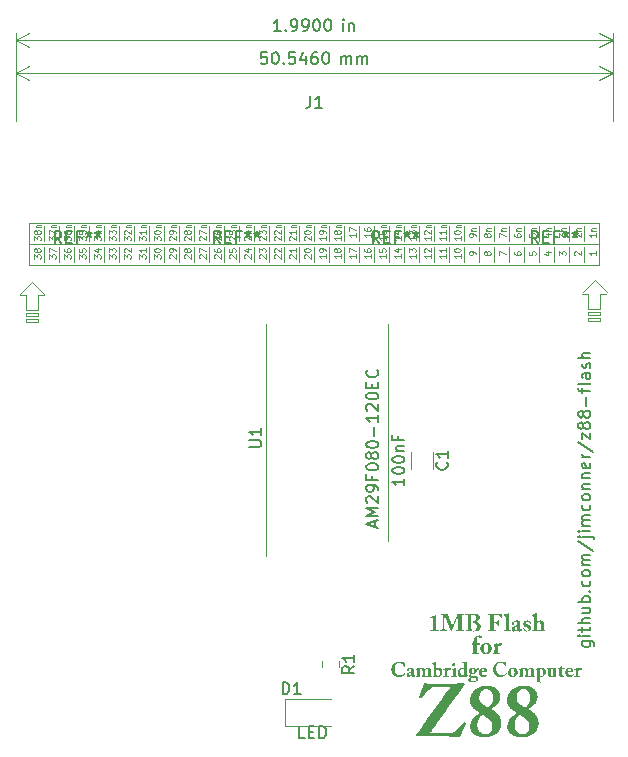
<source format=gbr>
%TF.GenerationSoftware,KiCad,Pcbnew,(7.0.0)*%
%TF.CreationDate,2023-03-05T21:21:49+00:00*%
%TF.ProjectId,connector,636f6e6e-6563-4746-9f72-2e6b69636164,rev?*%
%TF.SameCoordinates,Original*%
%TF.FileFunction,Legend,Top*%
%TF.FilePolarity,Positive*%
%FSLAX46Y46*%
G04 Gerber Fmt 4.6, Leading zero omitted, Abs format (unit mm)*
G04 Created by KiCad (PCBNEW (7.0.0)) date 2023-03-05 21:21:49*
%MOMM*%
%LPD*%
G01*
G04 APERTURE LIST*
%ADD10C,0.120000*%
%ADD11C,0.100000*%
%ADD12C,0.300000*%
%ADD13C,0.200000*%
%ADD14C,0.150000*%
G04 APERTURE END LIST*
D10*
X165100000Y-71882000D02*
X116840000Y-71882000D01*
X116840000Y-73660000D02*
X116840000Y-75438000D01*
X165100000Y-73660000D02*
X116840000Y-73660000D01*
X165100000Y-75438000D02*
X165100000Y-73914000D01*
X116840000Y-75438000D02*
X165100000Y-75438000D01*
X120650000Y-73914000D02*
X120650000Y-75184000D01*
X121920000Y-73914000D02*
X121920000Y-75184000D01*
X123190000Y-73914000D02*
X123190000Y-75184000D01*
X119380000Y-73914000D02*
X119380000Y-75184000D01*
X124460000Y-73914000D02*
X124460000Y-75184000D01*
X127000000Y-73914000D02*
X127000000Y-75184000D01*
X128270000Y-73914000D02*
X128270000Y-75184000D01*
X118110000Y-73914000D02*
X118110000Y-75184000D01*
X129540000Y-73914000D02*
X129540000Y-75184000D01*
X130810000Y-73914000D02*
X130810000Y-75184000D01*
X132080000Y-73914000D02*
X132080000Y-75184000D01*
X133350000Y-73914000D02*
X133350000Y-75184000D01*
X134620000Y-73914000D02*
X134620000Y-75184000D01*
X135890000Y-73914000D02*
X135890000Y-75184000D01*
X137160000Y-73914000D02*
X137160000Y-75184000D01*
X165100000Y-73914000D02*
X165100000Y-73660000D01*
X138430000Y-73914000D02*
X138430000Y-75184000D01*
X156210000Y-73914000D02*
X156210000Y-75184000D01*
X161290000Y-73914000D02*
X161290000Y-75184000D01*
X142240000Y-73914000D02*
X142240000Y-75184000D01*
X153670000Y-73914000D02*
X153670000Y-75184000D01*
X149860000Y-73914000D02*
X149860000Y-75184000D01*
X152400000Y-73914000D02*
X152400000Y-75184000D01*
X147320000Y-73914000D02*
X147320000Y-75184000D01*
X146050000Y-73914000D02*
X146050000Y-75184000D01*
X160020000Y-73914000D02*
X160020000Y-75184000D01*
X140970000Y-73914000D02*
X140970000Y-75184000D01*
X162560000Y-73914000D02*
X162560000Y-75184000D01*
X143510000Y-73914000D02*
X143510000Y-75184000D01*
X157480000Y-73914000D02*
X157480000Y-75184000D01*
X158750000Y-73914000D02*
X158750000Y-75184000D01*
X163830000Y-73914000D02*
X163830000Y-75184000D01*
X151130000Y-73914000D02*
X151130000Y-75184000D01*
X144780000Y-73914000D02*
X144780000Y-75184000D01*
X148590000Y-73914000D02*
X148590000Y-75184000D01*
X139700000Y-73914000D02*
X139700000Y-75184000D01*
X154940000Y-73914000D02*
X154940000Y-75184000D01*
X164687000Y-79883000D02*
X164179000Y-79883000D01*
X165703000Y-77851000D02*
X165195000Y-77851000D01*
X165195000Y-79629000D02*
X164687000Y-79629000D01*
X165195000Y-79883000D02*
X165195000Y-80137000D01*
X165195000Y-79375000D02*
X164687000Y-79375000D01*
X165195000Y-77851000D02*
X165195000Y-79121000D01*
X164719000Y-76708000D02*
X165735000Y-77724000D01*
X165195000Y-80137000D02*
X164687000Y-80137000D01*
X165195000Y-79375000D02*
X165195000Y-79629000D01*
X165195000Y-79121000D02*
X164687000Y-79121000D01*
X165195000Y-79883000D02*
X164687000Y-79883000D01*
X116554000Y-79756000D02*
X117062000Y-79756000D01*
X116554000Y-80264000D02*
X117062000Y-80264000D01*
X116554000Y-77978000D02*
X116554000Y-79248000D01*
X116554000Y-80010000D02*
X117062000Y-80010000D01*
X116046000Y-77978000D02*
X116554000Y-77978000D01*
X116554000Y-80010000D02*
X116554000Y-80264000D01*
X117094000Y-76835000D02*
X116078000Y-77851000D01*
X116554000Y-79502000D02*
X117062000Y-79502000D01*
X117062000Y-80010000D02*
X116554000Y-80010000D01*
X116554000Y-79502000D02*
X116554000Y-79756000D01*
X116554000Y-79248000D02*
X117062000Y-79248000D01*
X118078000Y-77978000D02*
X117570000Y-77978000D01*
X117570000Y-79756000D02*
X117062000Y-79756000D01*
X117570000Y-79502000D02*
X117062000Y-79502000D01*
X117570000Y-77978000D02*
X117570000Y-79248000D01*
X117570000Y-80010000D02*
X117062000Y-80010000D01*
X117570000Y-79248000D02*
X117062000Y-79248000D01*
X117094000Y-76835000D02*
X118110000Y-77851000D01*
X117570000Y-80264000D02*
X117062000Y-80264000D01*
X117570000Y-80010000D02*
X117570000Y-80264000D01*
X117570000Y-79502000D02*
X117570000Y-79756000D01*
X164179000Y-79375000D02*
X164179000Y-79629000D01*
X116840000Y-73660000D02*
X165100000Y-73660000D01*
X164179000Y-79375000D02*
X164687000Y-79375000D01*
X162560000Y-72136000D02*
X162560000Y-73406000D01*
X119380000Y-72136000D02*
X119380000Y-73406000D01*
X163671000Y-77851000D02*
X164179000Y-77851000D01*
X146050000Y-72136000D02*
X146050000Y-73406000D01*
X165100000Y-73660000D02*
X165100000Y-72136000D01*
X164179000Y-79883000D02*
X164687000Y-79883000D01*
X165100000Y-72136000D02*
X165100000Y-71882000D01*
X128270000Y-72136000D02*
X128270000Y-73406000D01*
X129540000Y-72136000D02*
X129540000Y-73406000D01*
X135890000Y-72136000D02*
X135890000Y-73406000D01*
X123190000Y-72136000D02*
X123190000Y-73406000D01*
X164179000Y-77851000D02*
X164179000Y-79121000D01*
X154940000Y-72136000D02*
X154940000Y-73406000D01*
X137160000Y-72136000D02*
X137160000Y-73406000D01*
X133350000Y-72136000D02*
X133350000Y-73406000D01*
X127000000Y-72136000D02*
X127000000Y-73406000D01*
X116840000Y-71882000D02*
X116840000Y-73660000D01*
X151130000Y-72136000D02*
X151130000Y-73406000D01*
X149860000Y-72136000D02*
X149860000Y-73406000D01*
X164179000Y-80137000D02*
X164687000Y-80137000D01*
X138430000Y-72136000D02*
X138430000Y-73406000D01*
X148590000Y-72136000D02*
X148590000Y-73406000D01*
X152400000Y-72136000D02*
X152400000Y-73406000D01*
X140970000Y-72136000D02*
X140970000Y-73406000D01*
X118110000Y-72136000D02*
X118110000Y-73406000D01*
X164179000Y-79883000D02*
X164179000Y-80137000D01*
X153670000Y-72136000D02*
X153670000Y-73406000D01*
X120650000Y-72136000D02*
X120650000Y-73406000D01*
X130810000Y-72136000D02*
X130810000Y-73406000D01*
X132080000Y-72136000D02*
X132080000Y-73406000D01*
X156210000Y-72136000D02*
X156210000Y-73406000D01*
X157480000Y-72136000D02*
X157480000Y-73406000D01*
X158750000Y-72136000D02*
X158750000Y-73406000D01*
X121920000Y-72136000D02*
X121920000Y-73406000D01*
X164179000Y-79121000D02*
X164687000Y-79121000D01*
X139700000Y-72136000D02*
X139700000Y-73406000D01*
X147320000Y-72136000D02*
X147320000Y-73406000D01*
X163830000Y-72136000D02*
X163830000Y-73406000D01*
X160020000Y-72136000D02*
X160020000Y-73406000D01*
X134620000Y-72136000D02*
X134620000Y-73406000D01*
X164719000Y-76708000D02*
X163703000Y-77724000D01*
X125730000Y-72136000D02*
X125730000Y-73406000D01*
X143510000Y-72136000D02*
X143510000Y-73406000D01*
X164179000Y-79629000D02*
X164687000Y-79629000D01*
X124460000Y-72136000D02*
X124460000Y-73406000D01*
X144780000Y-72136000D02*
X144780000Y-73406000D01*
X142240000Y-72136000D02*
X142240000Y-73406000D01*
X161290000Y-72136000D02*
X161290000Y-73406000D01*
D11*
X164794059Y-74264857D02*
X164794059Y-74579143D01*
X164794059Y-74422000D02*
X164244059Y-74422000D01*
X164244059Y-74422000D02*
X164322630Y-74474381D01*
X164322630Y-74474381D02*
X164375011Y-74526762D01*
X164375011Y-74526762D02*
X164401202Y-74579143D01*
X118524059Y-74867238D02*
X118524059Y-74526762D01*
X118524059Y-74526762D02*
X118733583Y-74710095D01*
X118733583Y-74710095D02*
X118733583Y-74631524D01*
X118733583Y-74631524D02*
X118759773Y-74579143D01*
X118759773Y-74579143D02*
X118785964Y-74552952D01*
X118785964Y-74552952D02*
X118838345Y-74526762D01*
X118838345Y-74526762D02*
X118969297Y-74526762D01*
X118969297Y-74526762D02*
X119021678Y-74552952D01*
X119021678Y-74552952D02*
X119047869Y-74579143D01*
X119047869Y-74579143D02*
X119074059Y-74631524D01*
X119074059Y-74631524D02*
X119074059Y-74788667D01*
X119074059Y-74788667D02*
X119047869Y-74841048D01*
X119047869Y-74841048D02*
X119021678Y-74867238D01*
X118524059Y-74343428D02*
X118524059Y-73976761D01*
X118524059Y-73976761D02*
X119074059Y-74212476D01*
X118524059Y-73338047D02*
X118524059Y-72997571D01*
X118524059Y-72997571D02*
X118733583Y-73180904D01*
X118733583Y-73180904D02*
X118733583Y-73102333D01*
X118733583Y-73102333D02*
X118759773Y-73049952D01*
X118759773Y-73049952D02*
X118785964Y-73023761D01*
X118785964Y-73023761D02*
X118838345Y-72997571D01*
X118838345Y-72997571D02*
X118969297Y-72997571D01*
X118969297Y-72997571D02*
X119021678Y-73023761D01*
X119021678Y-73023761D02*
X119047869Y-73049952D01*
X119047869Y-73049952D02*
X119074059Y-73102333D01*
X119074059Y-73102333D02*
X119074059Y-73259476D01*
X119074059Y-73259476D02*
X119047869Y-73311857D01*
X119047869Y-73311857D02*
X119021678Y-73338047D01*
X118524059Y-72814237D02*
X118524059Y-72447570D01*
X118524059Y-72447570D02*
X119074059Y-72683285D01*
X118707392Y-72238046D02*
X119074059Y-72238046D01*
X118759773Y-72238046D02*
X118733583Y-72211856D01*
X118733583Y-72211856D02*
X118707392Y-72159475D01*
X118707392Y-72159475D02*
X118707392Y-72080903D01*
X118707392Y-72080903D02*
X118733583Y-72028522D01*
X118733583Y-72028522D02*
X118785964Y-72002332D01*
X118785964Y-72002332D02*
X119074059Y-72002332D01*
X136356440Y-74841048D02*
X136330250Y-74814857D01*
X136330250Y-74814857D02*
X136304059Y-74762476D01*
X136304059Y-74762476D02*
X136304059Y-74631524D01*
X136304059Y-74631524D02*
X136330250Y-74579143D01*
X136330250Y-74579143D02*
X136356440Y-74552952D01*
X136356440Y-74552952D02*
X136408821Y-74526762D01*
X136408821Y-74526762D02*
X136461202Y-74526762D01*
X136461202Y-74526762D02*
X136539773Y-74552952D01*
X136539773Y-74552952D02*
X136854059Y-74867238D01*
X136854059Y-74867238D02*
X136854059Y-74526762D01*
X136304059Y-74343428D02*
X136304059Y-74002952D01*
X136304059Y-74002952D02*
X136513583Y-74186285D01*
X136513583Y-74186285D02*
X136513583Y-74107714D01*
X136513583Y-74107714D02*
X136539773Y-74055333D01*
X136539773Y-74055333D02*
X136565964Y-74029142D01*
X136565964Y-74029142D02*
X136618345Y-74002952D01*
X136618345Y-74002952D02*
X136749297Y-74002952D01*
X136749297Y-74002952D02*
X136801678Y-74029142D01*
X136801678Y-74029142D02*
X136827869Y-74055333D01*
X136827869Y-74055333D02*
X136854059Y-74107714D01*
X136854059Y-74107714D02*
X136854059Y-74264857D01*
X136854059Y-74264857D02*
X136827869Y-74317238D01*
X136827869Y-74317238D02*
X136801678Y-74343428D01*
X155589773Y-72945190D02*
X155563583Y-72997571D01*
X155563583Y-72997571D02*
X155537392Y-73023761D01*
X155537392Y-73023761D02*
X155485011Y-73049952D01*
X155485011Y-73049952D02*
X155458821Y-73049952D01*
X155458821Y-73049952D02*
X155406440Y-73023761D01*
X155406440Y-73023761D02*
X155380250Y-72997571D01*
X155380250Y-72997571D02*
X155354059Y-72945190D01*
X155354059Y-72945190D02*
X155354059Y-72840428D01*
X155354059Y-72840428D02*
X155380250Y-72788047D01*
X155380250Y-72788047D02*
X155406440Y-72761856D01*
X155406440Y-72761856D02*
X155458821Y-72735666D01*
X155458821Y-72735666D02*
X155485011Y-72735666D01*
X155485011Y-72735666D02*
X155537392Y-72761856D01*
X155537392Y-72761856D02*
X155563583Y-72788047D01*
X155563583Y-72788047D02*
X155589773Y-72840428D01*
X155589773Y-72840428D02*
X155589773Y-72945190D01*
X155589773Y-72945190D02*
X155615964Y-72997571D01*
X155615964Y-72997571D02*
X155642154Y-73023761D01*
X155642154Y-73023761D02*
X155694535Y-73049952D01*
X155694535Y-73049952D02*
X155799297Y-73049952D01*
X155799297Y-73049952D02*
X155851678Y-73023761D01*
X155851678Y-73023761D02*
X155877869Y-72997571D01*
X155877869Y-72997571D02*
X155904059Y-72945190D01*
X155904059Y-72945190D02*
X155904059Y-72840428D01*
X155904059Y-72840428D02*
X155877869Y-72788047D01*
X155877869Y-72788047D02*
X155851678Y-72761856D01*
X155851678Y-72761856D02*
X155799297Y-72735666D01*
X155799297Y-72735666D02*
X155694535Y-72735666D01*
X155694535Y-72735666D02*
X155642154Y-72761856D01*
X155642154Y-72761856D02*
X155615964Y-72788047D01*
X155615964Y-72788047D02*
X155589773Y-72840428D01*
X155537392Y-72499951D02*
X155904059Y-72499951D01*
X155589773Y-72499951D02*
X155563583Y-72473761D01*
X155563583Y-72473761D02*
X155537392Y-72421380D01*
X155537392Y-72421380D02*
X155537392Y-72342808D01*
X155537392Y-72342808D02*
X155563583Y-72290427D01*
X155563583Y-72290427D02*
X155615964Y-72264237D01*
X155615964Y-72264237D02*
X155904059Y-72264237D01*
X119794059Y-74867238D02*
X119794059Y-74526762D01*
X119794059Y-74526762D02*
X120003583Y-74710095D01*
X120003583Y-74710095D02*
X120003583Y-74631524D01*
X120003583Y-74631524D02*
X120029773Y-74579143D01*
X120029773Y-74579143D02*
X120055964Y-74552952D01*
X120055964Y-74552952D02*
X120108345Y-74526762D01*
X120108345Y-74526762D02*
X120239297Y-74526762D01*
X120239297Y-74526762D02*
X120291678Y-74552952D01*
X120291678Y-74552952D02*
X120317869Y-74579143D01*
X120317869Y-74579143D02*
X120344059Y-74631524D01*
X120344059Y-74631524D02*
X120344059Y-74788667D01*
X120344059Y-74788667D02*
X120317869Y-74841048D01*
X120317869Y-74841048D02*
X120291678Y-74867238D01*
X119794059Y-74055333D02*
X119794059Y-74160095D01*
X119794059Y-74160095D02*
X119820250Y-74212476D01*
X119820250Y-74212476D02*
X119846440Y-74238666D01*
X119846440Y-74238666D02*
X119925011Y-74291047D01*
X119925011Y-74291047D02*
X120029773Y-74317238D01*
X120029773Y-74317238D02*
X120239297Y-74317238D01*
X120239297Y-74317238D02*
X120291678Y-74291047D01*
X120291678Y-74291047D02*
X120317869Y-74264857D01*
X120317869Y-74264857D02*
X120344059Y-74212476D01*
X120344059Y-74212476D02*
X120344059Y-74107714D01*
X120344059Y-74107714D02*
X120317869Y-74055333D01*
X120317869Y-74055333D02*
X120291678Y-74029142D01*
X120291678Y-74029142D02*
X120239297Y-74002952D01*
X120239297Y-74002952D02*
X120108345Y-74002952D01*
X120108345Y-74002952D02*
X120055964Y-74029142D01*
X120055964Y-74029142D02*
X120029773Y-74055333D01*
X120029773Y-74055333D02*
X120003583Y-74107714D01*
X120003583Y-74107714D02*
X120003583Y-74212476D01*
X120003583Y-74212476D02*
X120029773Y-74264857D01*
X120029773Y-74264857D02*
X120055964Y-74291047D01*
X120055964Y-74291047D02*
X120108345Y-74317238D01*
D12*
G36*
X154957368Y-107550376D02*
G01*
X154972888Y-107549352D01*
X154984845Y-107540118D01*
X154995103Y-107460251D01*
X154993205Y-107444923D01*
X154980449Y-107439002D01*
X154736817Y-107439002D01*
X154736817Y-107352540D01*
X154736776Y-107334843D01*
X154736661Y-107317410D01*
X154736486Y-107300249D01*
X154736261Y-107283368D01*
X154735999Y-107266775D01*
X154735713Y-107250479D01*
X154735415Y-107234489D01*
X154735117Y-107218811D01*
X154734831Y-107203455D01*
X154734569Y-107188428D01*
X154734345Y-107173740D01*
X154734056Y-107145410D01*
X154734062Y-107118531D01*
X154734461Y-107093169D01*
X154735352Y-107069389D01*
X154736831Y-107047259D01*
X154738999Y-107026843D01*
X154741953Y-107008209D01*
X154745791Y-106991421D01*
X154750611Y-106976546D01*
X154759898Y-106957965D01*
X154769276Y-106943895D01*
X154778507Y-106931881D01*
X154790734Y-106918806D01*
X154803054Y-106908777D01*
X154818890Y-106899995D01*
X154835580Y-106894750D01*
X154853518Y-106892363D01*
X154865044Y-106892020D01*
X154879869Y-106894969D01*
X154893940Y-106902202D01*
X154906217Y-106911559D01*
X154918666Y-106923952D01*
X154928540Y-106936058D01*
X154938166Y-106950115D01*
X154940515Y-106953935D01*
X154949669Y-106968229D01*
X154959453Y-106981033D01*
X154969939Y-106992367D01*
X154981197Y-107002248D01*
X154993298Y-107010695D01*
X155006312Y-107017725D01*
X155020310Y-107023357D01*
X155035363Y-107027609D01*
X155051542Y-107030499D01*
X155068917Y-107032044D01*
X155081199Y-107032337D01*
X155100058Y-107030528D01*
X155114765Y-107026859D01*
X155129479Y-107021289D01*
X155143773Y-107013886D01*
X155157220Y-107004723D01*
X155169391Y-106993868D01*
X155179859Y-106981394D01*
X155188198Y-106967371D01*
X155193979Y-106951869D01*
X155196775Y-106934960D01*
X155196970Y-106929023D01*
X155195903Y-106911559D01*
X155192761Y-106895167D01*
X155187631Y-106879855D01*
X155180604Y-106865630D01*
X155171767Y-106852500D01*
X155161209Y-106840473D01*
X155149018Y-106829555D01*
X155135284Y-106819754D01*
X155120094Y-106811079D01*
X155103537Y-106803536D01*
X155085701Y-106797132D01*
X155066676Y-106791876D01*
X155046550Y-106787775D01*
X155025411Y-106784837D01*
X155003348Y-106783068D01*
X154980449Y-106782477D01*
X154956277Y-106782951D01*
X154932512Y-106784397D01*
X154909126Y-106786850D01*
X154886087Y-106790348D01*
X154863366Y-106794925D01*
X154840933Y-106800618D01*
X154818757Y-106807463D01*
X154796809Y-106815495D01*
X154775058Y-106824751D01*
X154753475Y-106835267D01*
X154732029Y-106847078D01*
X154710690Y-106860220D01*
X154689429Y-106874730D01*
X154668215Y-106890644D01*
X154647018Y-106907996D01*
X154625808Y-106926824D01*
X154606135Y-106945860D01*
X154587401Y-106965781D01*
X154569651Y-106986659D01*
X154552930Y-107008564D01*
X154537286Y-107031565D01*
X154522762Y-107055734D01*
X154509405Y-107081140D01*
X154497260Y-107107854D01*
X154491657Y-107121724D01*
X154486374Y-107135946D01*
X154481416Y-107150531D01*
X154476790Y-107165487D01*
X154472502Y-107180823D01*
X154468556Y-107196547D01*
X154464960Y-107212668D01*
X154461717Y-107229195D01*
X154458835Y-107246137D01*
X154456318Y-107263503D01*
X154454173Y-107281301D01*
X154452406Y-107299541D01*
X154451021Y-107318230D01*
X154450025Y-107337378D01*
X154449423Y-107356994D01*
X154449221Y-107377086D01*
X154449221Y-107439002D01*
X154337846Y-107439002D01*
X154323021Y-107440373D01*
X154313028Y-107451741D01*
X154312567Y-107454023D01*
X154302309Y-107527295D01*
X154302264Y-107542063D01*
X154314765Y-107550376D01*
X154449221Y-107550376D01*
X154455449Y-108180889D01*
X154454647Y-108196608D01*
X154451311Y-108213633D01*
X154445250Y-108227612D01*
X154434179Y-108240162D01*
X154418732Y-108247873D01*
X154402339Y-108250425D01*
X154398662Y-108250498D01*
X154329420Y-108250498D01*
X154314640Y-108252666D01*
X154308537Y-108265153D01*
X154308537Y-108311315D01*
X154312155Y-108326153D01*
X154325390Y-108330000D01*
X154343976Y-108329425D01*
X154359651Y-108328799D01*
X154379183Y-108328029D01*
X154394199Y-108327466D01*
X154410707Y-108326885D01*
X154428619Y-108326305D01*
X154447846Y-108325742D01*
X154468300Y-108325216D01*
X154489893Y-108324744D01*
X154512535Y-108324346D01*
X154536138Y-108324039D01*
X154560615Y-108323841D01*
X154585875Y-108323771D01*
X154604604Y-108323789D01*
X154622606Y-108323841D01*
X154639892Y-108323925D01*
X154656473Y-108324039D01*
X154672360Y-108324180D01*
X154687564Y-108324346D01*
X154715968Y-108324744D01*
X154741775Y-108325216D01*
X154765074Y-108325742D01*
X154785953Y-108326305D01*
X154804502Y-108326885D01*
X154820811Y-108327466D01*
X154841265Y-108328298D01*
X154857179Y-108329026D01*
X154871852Y-108329732D01*
X154879699Y-108330000D01*
X154892186Y-108322165D01*
X154894353Y-108309117D01*
X154894353Y-108267351D01*
X154888572Y-108253211D01*
X154873015Y-108250510D01*
X154871272Y-108250498D01*
X154795801Y-108250498D01*
X154780676Y-108249071D01*
X154764640Y-108243403D01*
X154751470Y-108233105D01*
X154743113Y-108220747D01*
X154737504Y-108204749D01*
X154735225Y-108189201D01*
X154734985Y-108184919D01*
X154734281Y-108167441D01*
X154733801Y-108146126D01*
X154733521Y-108121490D01*
X154733416Y-108094049D01*
X154733462Y-108064320D01*
X154733533Y-108048759D01*
X154733632Y-108032819D01*
X154733757Y-108016566D01*
X154733904Y-108000063D01*
X154734070Y-107983375D01*
X154734252Y-107966566D01*
X154734447Y-107949702D01*
X154734652Y-107932846D01*
X154734863Y-107916064D01*
X154735078Y-107899420D01*
X154735293Y-107882978D01*
X154735506Y-107866803D01*
X154735714Y-107850959D01*
X154735912Y-107835511D01*
X154736099Y-107820523D01*
X154736425Y-107792188D01*
X154736666Y-107766469D01*
X154736799Y-107743882D01*
X154736817Y-107733925D01*
X154736817Y-107550376D01*
X154957368Y-107550376D01*
G37*
G36*
X155550741Y-107416074D02*
G01*
X155576335Y-107417631D01*
X155600978Y-107420225D01*
X155624729Y-107423855D01*
X155647649Y-107428519D01*
X155669800Y-107434217D01*
X155691241Y-107440948D01*
X155712033Y-107448710D01*
X155732236Y-107457503D01*
X155751913Y-107467325D01*
X155771122Y-107478175D01*
X155789925Y-107490052D01*
X155808383Y-107502956D01*
X155826555Y-107516884D01*
X155844503Y-107531836D01*
X155862288Y-107547812D01*
X155880818Y-107565301D01*
X155897958Y-107583278D01*
X155913735Y-107601733D01*
X155928176Y-107620655D01*
X155941307Y-107640035D01*
X155953156Y-107659861D01*
X155963749Y-107680125D01*
X155973113Y-107700815D01*
X155981275Y-107721921D01*
X155988261Y-107743434D01*
X155994099Y-107765343D01*
X155998816Y-107787637D01*
X156002437Y-107810308D01*
X156004991Y-107833343D01*
X156006503Y-107856734D01*
X156007002Y-107880471D01*
X156006393Y-107903155D01*
X156004590Y-107925707D01*
X156001626Y-107948091D01*
X155997533Y-107970270D01*
X155992346Y-107992206D01*
X155986097Y-108013862D01*
X155978820Y-108035202D01*
X155970548Y-108056188D01*
X155961315Y-108076783D01*
X155951153Y-108096951D01*
X155940095Y-108116654D01*
X155928176Y-108135855D01*
X155915428Y-108154517D01*
X155901885Y-108172604D01*
X155887580Y-108190077D01*
X155872546Y-108206901D01*
X155853410Y-108225814D01*
X155833785Y-108243281D01*
X155813669Y-108259334D01*
X155793062Y-108274003D01*
X155771963Y-108287320D01*
X155750373Y-108299315D01*
X155728289Y-108310020D01*
X155705713Y-108319467D01*
X155682642Y-108327685D01*
X155659078Y-108334706D01*
X155635019Y-108340562D01*
X155610464Y-108345284D01*
X155585413Y-108348902D01*
X155559866Y-108351448D01*
X155533822Y-108352952D01*
X155507281Y-108353447D01*
X155493031Y-108353354D01*
X155465350Y-108352577D01*
X155438698Y-108350940D01*
X155413000Y-108348355D01*
X155388181Y-108344737D01*
X155364167Y-108339997D01*
X155340881Y-108334049D01*
X155318249Y-108326806D01*
X155296195Y-108318182D01*
X155274645Y-108308088D01*
X155253523Y-108296439D01*
X155232754Y-108283147D01*
X155212263Y-108268125D01*
X155191975Y-108251287D01*
X155171815Y-108232545D01*
X155151707Y-108211813D01*
X155141649Y-108200673D01*
X155127237Y-108183917D01*
X155113933Y-108166623D01*
X155101713Y-108148796D01*
X155090553Y-108130440D01*
X155080427Y-108111557D01*
X155071312Y-108092153D01*
X155063181Y-108072229D01*
X155056012Y-108051792D01*
X155049778Y-108030843D01*
X155044455Y-108009387D01*
X155040019Y-107987428D01*
X155036445Y-107964969D01*
X155033709Y-107942014D01*
X155031784Y-107918567D01*
X155030648Y-107894632D01*
X155030498Y-107884867D01*
X155328495Y-107884867D01*
X155328625Y-107907128D01*
X155329034Y-107928486D01*
X155329753Y-107949017D01*
X155330813Y-107968799D01*
X155332245Y-107987906D01*
X155334078Y-108006415D01*
X155336345Y-108024403D01*
X155339074Y-108041946D01*
X155342297Y-108059119D01*
X155346044Y-108075999D01*
X155350346Y-108092662D01*
X155355234Y-108109185D01*
X155360738Y-108125643D01*
X155366888Y-108142113D01*
X155373716Y-108158671D01*
X155381251Y-108175394D01*
X155386421Y-108185704D01*
X155394585Y-108200135D01*
X155403405Y-108213278D01*
X155413065Y-108225078D01*
X155423751Y-108235482D01*
X155435646Y-108244433D01*
X155448936Y-108251879D01*
X155463805Y-108257765D01*
X155480439Y-108262037D01*
X155499021Y-108264640D01*
X155519737Y-108265519D01*
X155530373Y-108265026D01*
X155550551Y-108261137D01*
X155569282Y-108253512D01*
X155586582Y-108242311D01*
X155602463Y-108227695D01*
X155616942Y-108209823D01*
X155630032Y-108188854D01*
X155641747Y-108164950D01*
X155652104Y-108138269D01*
X155656776Y-108123938D01*
X155661114Y-108108972D01*
X155665120Y-108093393D01*
X155668795Y-108077219D01*
X155672140Y-108060471D01*
X155675159Y-108043169D01*
X155677852Y-108025333D01*
X155680221Y-108006983D01*
X155682269Y-107988139D01*
X155683997Y-107968820D01*
X155685406Y-107949048D01*
X155686499Y-107928841D01*
X155687278Y-107908220D01*
X155687743Y-107887205D01*
X155687898Y-107865816D01*
X155687654Y-107843439D01*
X155686929Y-107821783D01*
X155685739Y-107800846D01*
X155684097Y-107780629D01*
X155682017Y-107761131D01*
X155679513Y-107742350D01*
X155676600Y-107724287D01*
X155673290Y-107706940D01*
X155669597Y-107690309D01*
X155665537Y-107674393D01*
X155661123Y-107659192D01*
X155656368Y-107644705D01*
X155645894Y-107617870D01*
X155634226Y-107593882D01*
X155621476Y-107572737D01*
X155607756Y-107554428D01*
X155593177Y-107538951D01*
X155577852Y-107526299D01*
X155561890Y-107516469D01*
X155545406Y-107509454D01*
X155528508Y-107505249D01*
X155511311Y-107503848D01*
X155492517Y-107504559D01*
X155475333Y-107506790D01*
X155459617Y-107510687D01*
X155445228Y-107516396D01*
X155432024Y-107524063D01*
X155419863Y-107533833D01*
X155408604Y-107545853D01*
X155398104Y-107560268D01*
X155394198Y-107566423D01*
X155386652Y-107579217D01*
X155379477Y-107592723D01*
X155372693Y-107607020D01*
X155366318Y-107622188D01*
X155360371Y-107638305D01*
X155354871Y-107655451D01*
X155349837Y-107673707D01*
X155345287Y-107693150D01*
X155341240Y-107713861D01*
X155337715Y-107735919D01*
X155334730Y-107759404D01*
X155332305Y-107784395D01*
X155330459Y-107810970D01*
X155329209Y-107839211D01*
X155328814Y-107853980D01*
X155328575Y-107869196D01*
X155328495Y-107884867D01*
X155030498Y-107884867D01*
X155030274Y-107870212D01*
X155030430Y-107861211D01*
X155031684Y-107842224D01*
X155034224Y-107822071D01*
X155038082Y-107800923D01*
X155043291Y-107778953D01*
X155049884Y-107756332D01*
X155057893Y-107733234D01*
X155067352Y-107709830D01*
X155078293Y-107686292D01*
X155090749Y-107662794D01*
X155104752Y-107639506D01*
X155120335Y-107616602D01*
X155137531Y-107594254D01*
X155156373Y-107572634D01*
X155176893Y-107551914D01*
X155187793Y-107541946D01*
X155199124Y-107532267D01*
X155210892Y-107522899D01*
X155231013Y-107507868D01*
X155251114Y-107494199D01*
X155271184Y-107481838D01*
X155291212Y-107470732D01*
X155311186Y-107460826D01*
X155331095Y-107452065D01*
X155350927Y-107444397D01*
X155370673Y-107437765D01*
X155390319Y-107432117D01*
X155409856Y-107427397D01*
X155429271Y-107423553D01*
X155448554Y-107420529D01*
X155467693Y-107418271D01*
X155486676Y-107416726D01*
X155505494Y-107415838D01*
X155524133Y-107415554D01*
X155550741Y-107416074D01*
G37*
G36*
X156512584Y-107776423D02*
G01*
X156513541Y-107760005D01*
X156515988Y-107744163D01*
X156520186Y-107726277D01*
X156524963Y-107710445D01*
X156531131Y-107693218D01*
X156536743Y-107679359D01*
X156543255Y-107664677D01*
X156548122Y-107654424D01*
X156556134Y-107640738D01*
X156567224Y-107628995D01*
X156581605Y-107620607D01*
X156597116Y-107616964D01*
X156603076Y-107616688D01*
X156619138Y-107617947D01*
X156634158Y-107621487D01*
X156649053Y-107627663D01*
X156655466Y-107631343D01*
X156668917Y-107638623D01*
X156684456Y-107644115D01*
X156699104Y-107647400D01*
X156714690Y-107649371D01*
X156730937Y-107650027D01*
X156750255Y-107648432D01*
X156769058Y-107643872D01*
X156787044Y-107636685D01*
X156803909Y-107627211D01*
X156819352Y-107615787D01*
X156833070Y-107602754D01*
X156844761Y-107588449D01*
X156854122Y-107573211D01*
X156860850Y-107557379D01*
X156864644Y-107541292D01*
X156865393Y-107530593D01*
X156864146Y-107510567D01*
X156860515Y-107491989D01*
X156854667Y-107474972D01*
X156846769Y-107459630D01*
X156836987Y-107446078D01*
X156825488Y-107434430D01*
X156812438Y-107424799D01*
X156798005Y-107417300D01*
X156782355Y-107412047D01*
X156765654Y-107409154D01*
X156754018Y-107408593D01*
X156736714Y-107409335D01*
X156719450Y-107411572D01*
X156702265Y-107415324D01*
X156685199Y-107420609D01*
X156668292Y-107427446D01*
X156651584Y-107435854D01*
X156635114Y-107445851D01*
X156618922Y-107457457D01*
X156603047Y-107470690D01*
X156587530Y-107485569D01*
X156572410Y-107502113D01*
X156557727Y-107520340D01*
X156543521Y-107540270D01*
X156529831Y-107561920D01*
X156516696Y-107585311D01*
X156504158Y-107610460D01*
X156489503Y-107610460D01*
X156470452Y-107440833D01*
X156464979Y-107426355D01*
X156453124Y-107416820D01*
X156445540Y-107415554D01*
X156430529Y-107417680D01*
X156416333Y-107422462D01*
X156411834Y-107423981D01*
X156117644Y-107551842D01*
X156104546Y-107558436D01*
X156100791Y-107568328D01*
X156100791Y-107587379D01*
X156108215Y-107600594D01*
X156117644Y-107606064D01*
X156153547Y-107626946D01*
X156170177Y-107637040D01*
X156184690Y-107647496D01*
X156197191Y-107658561D01*
X156207785Y-107670481D01*
X156216578Y-107683502D01*
X156223674Y-107697870D01*
X156229179Y-107713832D01*
X156233197Y-107731635D01*
X156235834Y-107751524D01*
X156237195Y-107773746D01*
X156237445Y-107789979D01*
X156237445Y-107963635D01*
X156237444Y-107982916D01*
X156237437Y-108001484D01*
X156237418Y-108019362D01*
X156237382Y-108036576D01*
X156237322Y-108053150D01*
X156237232Y-108069109D01*
X156237107Y-108084478D01*
X156236941Y-108099282D01*
X156236601Y-108120480D01*
X156236135Y-108140544D01*
X156235523Y-108159558D01*
X156234745Y-108177605D01*
X156233781Y-108194768D01*
X156233415Y-108200307D01*
X156230313Y-108216070D01*
X156223875Y-108230618D01*
X156212694Y-108242154D01*
X156197647Y-108248535D01*
X156181743Y-108250461D01*
X156178826Y-108250498D01*
X156117644Y-108250498D01*
X156103038Y-108252195D01*
X156094687Y-108265336D01*
X156094563Y-108269183D01*
X156094563Y-108309117D01*
X156096715Y-108323897D01*
X156107385Y-108330000D01*
X156122374Y-108329425D01*
X156141203Y-108328555D01*
X156159943Y-108327751D01*
X156174629Y-108327177D01*
X156191063Y-108326594D01*
X156209243Y-108326020D01*
X156229165Y-108325473D01*
X156250825Y-108324972D01*
X156274220Y-108324535D01*
X156299344Y-108324180D01*
X156326196Y-108323925D01*
X156354770Y-108323789D01*
X156369702Y-108323771D01*
X156387155Y-108323789D01*
X156404068Y-108323841D01*
X156420443Y-108323925D01*
X156436282Y-108324039D01*
X156451585Y-108324180D01*
X156466355Y-108324346D01*
X156494300Y-108324744D01*
X156520129Y-108325216D01*
X156543853Y-108325742D01*
X156565483Y-108326305D01*
X156585033Y-108326885D01*
X156602513Y-108327466D01*
X156617935Y-108328029D01*
X156637237Y-108328799D01*
X156651976Y-108329425D01*
X156667923Y-108330000D01*
X156678190Y-108318595D01*
X156678547Y-108311315D01*
X156678547Y-108269183D01*
X156675478Y-108254604D01*
X156663893Y-108250498D01*
X156577797Y-108250498D01*
X156562267Y-108249474D01*
X156545901Y-108245029D01*
X156532863Y-108236574D01*
X156523096Y-108223581D01*
X156517597Y-108209564D01*
X156514124Y-108192034D01*
X156512830Y-108176418D01*
X156512584Y-108164769D01*
X156512584Y-107776423D01*
G37*
D11*
X149554059Y-72997571D02*
X149554059Y-73311857D01*
X149554059Y-73154714D02*
X149004059Y-73154714D01*
X149004059Y-73154714D02*
X149082630Y-73207095D01*
X149082630Y-73207095D02*
X149135011Y-73259476D01*
X149135011Y-73259476D02*
X149161202Y-73311857D01*
X149004059Y-72814237D02*
X149004059Y-72473761D01*
X149004059Y-72473761D02*
X149213583Y-72657094D01*
X149213583Y-72657094D02*
X149213583Y-72578523D01*
X149213583Y-72578523D02*
X149239773Y-72526142D01*
X149239773Y-72526142D02*
X149265964Y-72499951D01*
X149265964Y-72499951D02*
X149318345Y-72473761D01*
X149318345Y-72473761D02*
X149449297Y-72473761D01*
X149449297Y-72473761D02*
X149501678Y-72499951D01*
X149501678Y-72499951D02*
X149527869Y-72526142D01*
X149527869Y-72526142D02*
X149554059Y-72578523D01*
X149554059Y-72578523D02*
X149554059Y-72735666D01*
X149554059Y-72735666D02*
X149527869Y-72788047D01*
X149527869Y-72788047D02*
X149501678Y-72814237D01*
X149187392Y-72238046D02*
X149554059Y-72238046D01*
X149239773Y-72238046D02*
X149213583Y-72211856D01*
X149213583Y-72211856D02*
X149187392Y-72159475D01*
X149187392Y-72159475D02*
X149187392Y-72080903D01*
X149187392Y-72080903D02*
X149213583Y-72028522D01*
X149213583Y-72028522D02*
X149265964Y-72002332D01*
X149265964Y-72002332D02*
X149554059Y-72002332D01*
X150824059Y-72997571D02*
X150824059Y-73311857D01*
X150824059Y-73154714D02*
X150274059Y-73154714D01*
X150274059Y-73154714D02*
X150352630Y-73207095D01*
X150352630Y-73207095D02*
X150405011Y-73259476D01*
X150405011Y-73259476D02*
X150431202Y-73311857D01*
X150326440Y-72788047D02*
X150300250Y-72761856D01*
X150300250Y-72761856D02*
X150274059Y-72709475D01*
X150274059Y-72709475D02*
X150274059Y-72578523D01*
X150274059Y-72578523D02*
X150300250Y-72526142D01*
X150300250Y-72526142D02*
X150326440Y-72499951D01*
X150326440Y-72499951D02*
X150378821Y-72473761D01*
X150378821Y-72473761D02*
X150431202Y-72473761D01*
X150431202Y-72473761D02*
X150509773Y-72499951D01*
X150509773Y-72499951D02*
X150824059Y-72814237D01*
X150824059Y-72814237D02*
X150824059Y-72473761D01*
X150457392Y-72238046D02*
X150824059Y-72238046D01*
X150509773Y-72238046D02*
X150483583Y-72211856D01*
X150483583Y-72211856D02*
X150457392Y-72159475D01*
X150457392Y-72159475D02*
X150457392Y-72080903D01*
X150457392Y-72080903D02*
X150483583Y-72028522D01*
X150483583Y-72028522D02*
X150535964Y-72002332D01*
X150535964Y-72002332D02*
X150824059Y-72002332D01*
X126144059Y-73338047D02*
X126144059Y-72997571D01*
X126144059Y-72997571D02*
X126353583Y-73180904D01*
X126353583Y-73180904D02*
X126353583Y-73102333D01*
X126353583Y-73102333D02*
X126379773Y-73049952D01*
X126379773Y-73049952D02*
X126405964Y-73023761D01*
X126405964Y-73023761D02*
X126458345Y-72997571D01*
X126458345Y-72997571D02*
X126589297Y-72997571D01*
X126589297Y-72997571D02*
X126641678Y-73023761D01*
X126641678Y-73023761D02*
X126667869Y-73049952D01*
X126667869Y-73049952D02*
X126694059Y-73102333D01*
X126694059Y-73102333D02*
X126694059Y-73259476D01*
X126694059Y-73259476D02*
X126667869Y-73311857D01*
X126667869Y-73311857D02*
X126641678Y-73338047D01*
X126694059Y-72473761D02*
X126694059Y-72788047D01*
X126694059Y-72630904D02*
X126144059Y-72630904D01*
X126144059Y-72630904D02*
X126222630Y-72683285D01*
X126222630Y-72683285D02*
X126275011Y-72735666D01*
X126275011Y-72735666D02*
X126301202Y-72788047D01*
X126327392Y-72238046D02*
X126694059Y-72238046D01*
X126379773Y-72238046D02*
X126353583Y-72211856D01*
X126353583Y-72211856D02*
X126327392Y-72159475D01*
X126327392Y-72159475D02*
X126327392Y-72080903D01*
X126327392Y-72080903D02*
X126353583Y-72028522D01*
X126353583Y-72028522D02*
X126405964Y-72002332D01*
X126405964Y-72002332D02*
X126694059Y-72002332D01*
X121064059Y-73338047D02*
X121064059Y-72997571D01*
X121064059Y-72997571D02*
X121273583Y-73180904D01*
X121273583Y-73180904D02*
X121273583Y-73102333D01*
X121273583Y-73102333D02*
X121299773Y-73049952D01*
X121299773Y-73049952D02*
X121325964Y-73023761D01*
X121325964Y-73023761D02*
X121378345Y-72997571D01*
X121378345Y-72997571D02*
X121509297Y-72997571D01*
X121509297Y-72997571D02*
X121561678Y-73023761D01*
X121561678Y-73023761D02*
X121587869Y-73049952D01*
X121587869Y-73049952D02*
X121614059Y-73102333D01*
X121614059Y-73102333D02*
X121614059Y-73259476D01*
X121614059Y-73259476D02*
X121587869Y-73311857D01*
X121587869Y-73311857D02*
X121561678Y-73338047D01*
X121064059Y-72499951D02*
X121064059Y-72761856D01*
X121064059Y-72761856D02*
X121325964Y-72788047D01*
X121325964Y-72788047D02*
X121299773Y-72761856D01*
X121299773Y-72761856D02*
X121273583Y-72709475D01*
X121273583Y-72709475D02*
X121273583Y-72578523D01*
X121273583Y-72578523D02*
X121299773Y-72526142D01*
X121299773Y-72526142D02*
X121325964Y-72499951D01*
X121325964Y-72499951D02*
X121378345Y-72473761D01*
X121378345Y-72473761D02*
X121509297Y-72473761D01*
X121509297Y-72473761D02*
X121561678Y-72499951D01*
X121561678Y-72499951D02*
X121587869Y-72526142D01*
X121587869Y-72526142D02*
X121614059Y-72578523D01*
X121614059Y-72578523D02*
X121614059Y-72709475D01*
X121614059Y-72709475D02*
X121587869Y-72761856D01*
X121587869Y-72761856D02*
X121561678Y-72788047D01*
X121247392Y-72238046D02*
X121614059Y-72238046D01*
X121299773Y-72238046D02*
X121273583Y-72211856D01*
X121273583Y-72211856D02*
X121247392Y-72159475D01*
X121247392Y-72159475D02*
X121247392Y-72080903D01*
X121247392Y-72080903D02*
X121273583Y-72028522D01*
X121273583Y-72028522D02*
X121325964Y-72002332D01*
X121325964Y-72002332D02*
X121614059Y-72002332D01*
X124874059Y-74867238D02*
X124874059Y-74526762D01*
X124874059Y-74526762D02*
X125083583Y-74710095D01*
X125083583Y-74710095D02*
X125083583Y-74631524D01*
X125083583Y-74631524D02*
X125109773Y-74579143D01*
X125109773Y-74579143D02*
X125135964Y-74552952D01*
X125135964Y-74552952D02*
X125188345Y-74526762D01*
X125188345Y-74526762D02*
X125319297Y-74526762D01*
X125319297Y-74526762D02*
X125371678Y-74552952D01*
X125371678Y-74552952D02*
X125397869Y-74579143D01*
X125397869Y-74579143D02*
X125424059Y-74631524D01*
X125424059Y-74631524D02*
X125424059Y-74788667D01*
X125424059Y-74788667D02*
X125397869Y-74841048D01*
X125397869Y-74841048D02*
X125371678Y-74867238D01*
X124926440Y-74317238D02*
X124900250Y-74291047D01*
X124900250Y-74291047D02*
X124874059Y-74238666D01*
X124874059Y-74238666D02*
X124874059Y-74107714D01*
X124874059Y-74107714D02*
X124900250Y-74055333D01*
X124900250Y-74055333D02*
X124926440Y-74029142D01*
X124926440Y-74029142D02*
X124978821Y-74002952D01*
X124978821Y-74002952D02*
X125031202Y-74002952D01*
X125031202Y-74002952D02*
X125109773Y-74029142D01*
X125109773Y-74029142D02*
X125424059Y-74343428D01*
X125424059Y-74343428D02*
X125424059Y-74002952D01*
X130006440Y-73311857D02*
X129980250Y-73285666D01*
X129980250Y-73285666D02*
X129954059Y-73233285D01*
X129954059Y-73233285D02*
X129954059Y-73102333D01*
X129954059Y-73102333D02*
X129980250Y-73049952D01*
X129980250Y-73049952D02*
X130006440Y-73023761D01*
X130006440Y-73023761D02*
X130058821Y-72997571D01*
X130058821Y-72997571D02*
X130111202Y-72997571D01*
X130111202Y-72997571D02*
X130189773Y-73023761D01*
X130189773Y-73023761D02*
X130504059Y-73338047D01*
X130504059Y-73338047D02*
X130504059Y-72997571D01*
X130189773Y-72683285D02*
X130163583Y-72735666D01*
X130163583Y-72735666D02*
X130137392Y-72761856D01*
X130137392Y-72761856D02*
X130085011Y-72788047D01*
X130085011Y-72788047D02*
X130058821Y-72788047D01*
X130058821Y-72788047D02*
X130006440Y-72761856D01*
X130006440Y-72761856D02*
X129980250Y-72735666D01*
X129980250Y-72735666D02*
X129954059Y-72683285D01*
X129954059Y-72683285D02*
X129954059Y-72578523D01*
X129954059Y-72578523D02*
X129980250Y-72526142D01*
X129980250Y-72526142D02*
X130006440Y-72499951D01*
X130006440Y-72499951D02*
X130058821Y-72473761D01*
X130058821Y-72473761D02*
X130085011Y-72473761D01*
X130085011Y-72473761D02*
X130137392Y-72499951D01*
X130137392Y-72499951D02*
X130163583Y-72526142D01*
X130163583Y-72526142D02*
X130189773Y-72578523D01*
X130189773Y-72578523D02*
X130189773Y-72683285D01*
X130189773Y-72683285D02*
X130215964Y-72735666D01*
X130215964Y-72735666D02*
X130242154Y-72761856D01*
X130242154Y-72761856D02*
X130294535Y-72788047D01*
X130294535Y-72788047D02*
X130399297Y-72788047D01*
X130399297Y-72788047D02*
X130451678Y-72761856D01*
X130451678Y-72761856D02*
X130477869Y-72735666D01*
X130477869Y-72735666D02*
X130504059Y-72683285D01*
X130504059Y-72683285D02*
X130504059Y-72578523D01*
X130504059Y-72578523D02*
X130477869Y-72526142D01*
X130477869Y-72526142D02*
X130451678Y-72499951D01*
X130451678Y-72499951D02*
X130399297Y-72473761D01*
X130399297Y-72473761D02*
X130294535Y-72473761D01*
X130294535Y-72473761D02*
X130242154Y-72499951D01*
X130242154Y-72499951D02*
X130215964Y-72526142D01*
X130215964Y-72526142D02*
X130189773Y-72578523D01*
X130137392Y-72238046D02*
X130504059Y-72238046D01*
X130189773Y-72238046D02*
X130163583Y-72211856D01*
X130163583Y-72211856D02*
X130137392Y-72159475D01*
X130137392Y-72159475D02*
X130137392Y-72080903D01*
X130137392Y-72080903D02*
X130163583Y-72028522D01*
X130163583Y-72028522D02*
X130215964Y-72002332D01*
X130215964Y-72002332D02*
X130504059Y-72002332D01*
X157894059Y-72788047D02*
X157894059Y-72892809D01*
X157894059Y-72892809D02*
X157920250Y-72945190D01*
X157920250Y-72945190D02*
X157946440Y-72971380D01*
X157946440Y-72971380D02*
X158025011Y-73023761D01*
X158025011Y-73023761D02*
X158129773Y-73049952D01*
X158129773Y-73049952D02*
X158339297Y-73049952D01*
X158339297Y-73049952D02*
X158391678Y-73023761D01*
X158391678Y-73023761D02*
X158417869Y-72997571D01*
X158417869Y-72997571D02*
X158444059Y-72945190D01*
X158444059Y-72945190D02*
X158444059Y-72840428D01*
X158444059Y-72840428D02*
X158417869Y-72788047D01*
X158417869Y-72788047D02*
X158391678Y-72761856D01*
X158391678Y-72761856D02*
X158339297Y-72735666D01*
X158339297Y-72735666D02*
X158208345Y-72735666D01*
X158208345Y-72735666D02*
X158155964Y-72761856D01*
X158155964Y-72761856D02*
X158129773Y-72788047D01*
X158129773Y-72788047D02*
X158103583Y-72840428D01*
X158103583Y-72840428D02*
X158103583Y-72945190D01*
X158103583Y-72945190D02*
X158129773Y-72997571D01*
X158129773Y-72997571D02*
X158155964Y-73023761D01*
X158155964Y-73023761D02*
X158208345Y-73049952D01*
X158077392Y-72499951D02*
X158444059Y-72499951D01*
X158129773Y-72499951D02*
X158103583Y-72473761D01*
X158103583Y-72473761D02*
X158077392Y-72421380D01*
X158077392Y-72421380D02*
X158077392Y-72342808D01*
X158077392Y-72342808D02*
X158103583Y-72290427D01*
X158103583Y-72290427D02*
X158155964Y-72264237D01*
X158155964Y-72264237D02*
X158444059Y-72264237D01*
X156624059Y-73076142D02*
X156624059Y-72709475D01*
X156624059Y-72709475D02*
X157174059Y-72945190D01*
X156807392Y-72499951D02*
X157174059Y-72499951D01*
X156859773Y-72499951D02*
X156833583Y-72473761D01*
X156833583Y-72473761D02*
X156807392Y-72421380D01*
X156807392Y-72421380D02*
X156807392Y-72342808D01*
X156807392Y-72342808D02*
X156833583Y-72290427D01*
X156833583Y-72290427D02*
X156885964Y-72264237D01*
X156885964Y-72264237D02*
X157174059Y-72264237D01*
X149554059Y-74526762D02*
X149554059Y-74841048D01*
X149554059Y-74683905D02*
X149004059Y-74683905D01*
X149004059Y-74683905D02*
X149082630Y-74736286D01*
X149082630Y-74736286D02*
X149135011Y-74788667D01*
X149135011Y-74788667D02*
X149161202Y-74841048D01*
X149004059Y-74343428D02*
X149004059Y-74002952D01*
X149004059Y-74002952D02*
X149213583Y-74186285D01*
X149213583Y-74186285D02*
X149213583Y-74107714D01*
X149213583Y-74107714D02*
X149239773Y-74055333D01*
X149239773Y-74055333D02*
X149265964Y-74029142D01*
X149265964Y-74029142D02*
X149318345Y-74002952D01*
X149318345Y-74002952D02*
X149449297Y-74002952D01*
X149449297Y-74002952D02*
X149501678Y-74029142D01*
X149501678Y-74029142D02*
X149527869Y-74055333D01*
X149527869Y-74055333D02*
X149554059Y-74107714D01*
X149554059Y-74107714D02*
X149554059Y-74264857D01*
X149554059Y-74264857D02*
X149527869Y-74317238D01*
X149527869Y-74317238D02*
X149501678Y-74343428D01*
X159164059Y-74291047D02*
X159164059Y-74552952D01*
X159164059Y-74552952D02*
X159425964Y-74579143D01*
X159425964Y-74579143D02*
X159399773Y-74552952D01*
X159399773Y-74552952D02*
X159373583Y-74500571D01*
X159373583Y-74500571D02*
X159373583Y-74369619D01*
X159373583Y-74369619D02*
X159399773Y-74317238D01*
X159399773Y-74317238D02*
X159425964Y-74291047D01*
X159425964Y-74291047D02*
X159478345Y-74264857D01*
X159478345Y-74264857D02*
X159609297Y-74264857D01*
X159609297Y-74264857D02*
X159661678Y-74291047D01*
X159661678Y-74291047D02*
X159687869Y-74317238D01*
X159687869Y-74317238D02*
X159714059Y-74369619D01*
X159714059Y-74369619D02*
X159714059Y-74500571D01*
X159714059Y-74500571D02*
X159687869Y-74552952D01*
X159687869Y-74552952D02*
X159661678Y-74579143D01*
X127414059Y-74867238D02*
X127414059Y-74526762D01*
X127414059Y-74526762D02*
X127623583Y-74710095D01*
X127623583Y-74710095D02*
X127623583Y-74631524D01*
X127623583Y-74631524D02*
X127649773Y-74579143D01*
X127649773Y-74579143D02*
X127675964Y-74552952D01*
X127675964Y-74552952D02*
X127728345Y-74526762D01*
X127728345Y-74526762D02*
X127859297Y-74526762D01*
X127859297Y-74526762D02*
X127911678Y-74552952D01*
X127911678Y-74552952D02*
X127937869Y-74579143D01*
X127937869Y-74579143D02*
X127964059Y-74631524D01*
X127964059Y-74631524D02*
X127964059Y-74788667D01*
X127964059Y-74788667D02*
X127937869Y-74841048D01*
X127937869Y-74841048D02*
X127911678Y-74867238D01*
X127414059Y-74186285D02*
X127414059Y-74133904D01*
X127414059Y-74133904D02*
X127440250Y-74081523D01*
X127440250Y-74081523D02*
X127466440Y-74055333D01*
X127466440Y-74055333D02*
X127518821Y-74029142D01*
X127518821Y-74029142D02*
X127623583Y-74002952D01*
X127623583Y-74002952D02*
X127754535Y-74002952D01*
X127754535Y-74002952D02*
X127859297Y-74029142D01*
X127859297Y-74029142D02*
X127911678Y-74055333D01*
X127911678Y-74055333D02*
X127937869Y-74081523D01*
X127937869Y-74081523D02*
X127964059Y-74133904D01*
X127964059Y-74133904D02*
X127964059Y-74186285D01*
X127964059Y-74186285D02*
X127937869Y-74238666D01*
X127937869Y-74238666D02*
X127911678Y-74264857D01*
X127911678Y-74264857D02*
X127859297Y-74291047D01*
X127859297Y-74291047D02*
X127754535Y-74317238D01*
X127754535Y-74317238D02*
X127623583Y-74317238D01*
X127623583Y-74317238D02*
X127518821Y-74291047D01*
X127518821Y-74291047D02*
X127466440Y-74264857D01*
X127466440Y-74264857D02*
X127440250Y-74238666D01*
X127440250Y-74238666D02*
X127414059Y-74186285D01*
X121064059Y-74867238D02*
X121064059Y-74526762D01*
X121064059Y-74526762D02*
X121273583Y-74710095D01*
X121273583Y-74710095D02*
X121273583Y-74631524D01*
X121273583Y-74631524D02*
X121299773Y-74579143D01*
X121299773Y-74579143D02*
X121325964Y-74552952D01*
X121325964Y-74552952D02*
X121378345Y-74526762D01*
X121378345Y-74526762D02*
X121509297Y-74526762D01*
X121509297Y-74526762D02*
X121561678Y-74552952D01*
X121561678Y-74552952D02*
X121587869Y-74579143D01*
X121587869Y-74579143D02*
X121614059Y-74631524D01*
X121614059Y-74631524D02*
X121614059Y-74788667D01*
X121614059Y-74788667D02*
X121587869Y-74841048D01*
X121587869Y-74841048D02*
X121561678Y-74867238D01*
X121064059Y-74029142D02*
X121064059Y-74291047D01*
X121064059Y-74291047D02*
X121325964Y-74317238D01*
X121325964Y-74317238D02*
X121299773Y-74291047D01*
X121299773Y-74291047D02*
X121273583Y-74238666D01*
X121273583Y-74238666D02*
X121273583Y-74107714D01*
X121273583Y-74107714D02*
X121299773Y-74055333D01*
X121299773Y-74055333D02*
X121325964Y-74029142D01*
X121325964Y-74029142D02*
X121378345Y-74002952D01*
X121378345Y-74002952D02*
X121509297Y-74002952D01*
X121509297Y-74002952D02*
X121561678Y-74029142D01*
X121561678Y-74029142D02*
X121587869Y-74055333D01*
X121587869Y-74055333D02*
X121614059Y-74107714D01*
X121614059Y-74107714D02*
X121614059Y-74238666D01*
X121614059Y-74238666D02*
X121587869Y-74291047D01*
X121587869Y-74291047D02*
X121561678Y-74317238D01*
X154634059Y-72997571D02*
X154634059Y-72892809D01*
X154634059Y-72892809D02*
X154607869Y-72840428D01*
X154607869Y-72840428D02*
X154581678Y-72814237D01*
X154581678Y-72814237D02*
X154503107Y-72761856D01*
X154503107Y-72761856D02*
X154398345Y-72735666D01*
X154398345Y-72735666D02*
X154188821Y-72735666D01*
X154188821Y-72735666D02*
X154136440Y-72761856D01*
X154136440Y-72761856D02*
X154110250Y-72788047D01*
X154110250Y-72788047D02*
X154084059Y-72840428D01*
X154084059Y-72840428D02*
X154084059Y-72945190D01*
X154084059Y-72945190D02*
X154110250Y-72997571D01*
X154110250Y-72997571D02*
X154136440Y-73023761D01*
X154136440Y-73023761D02*
X154188821Y-73049952D01*
X154188821Y-73049952D02*
X154319773Y-73049952D01*
X154319773Y-73049952D02*
X154372154Y-73023761D01*
X154372154Y-73023761D02*
X154398345Y-72997571D01*
X154398345Y-72997571D02*
X154424535Y-72945190D01*
X154424535Y-72945190D02*
X154424535Y-72840428D01*
X154424535Y-72840428D02*
X154398345Y-72788047D01*
X154398345Y-72788047D02*
X154372154Y-72761856D01*
X154372154Y-72761856D02*
X154319773Y-72735666D01*
X154267392Y-72499951D02*
X154634059Y-72499951D01*
X154319773Y-72499951D02*
X154293583Y-72473761D01*
X154293583Y-72473761D02*
X154267392Y-72421380D01*
X154267392Y-72421380D02*
X154267392Y-72342808D01*
X154267392Y-72342808D02*
X154293583Y-72290427D01*
X154293583Y-72290427D02*
X154345964Y-72264237D01*
X154345964Y-72264237D02*
X154634059Y-72264237D01*
X122334059Y-74867238D02*
X122334059Y-74526762D01*
X122334059Y-74526762D02*
X122543583Y-74710095D01*
X122543583Y-74710095D02*
X122543583Y-74631524D01*
X122543583Y-74631524D02*
X122569773Y-74579143D01*
X122569773Y-74579143D02*
X122595964Y-74552952D01*
X122595964Y-74552952D02*
X122648345Y-74526762D01*
X122648345Y-74526762D02*
X122779297Y-74526762D01*
X122779297Y-74526762D02*
X122831678Y-74552952D01*
X122831678Y-74552952D02*
X122857869Y-74579143D01*
X122857869Y-74579143D02*
X122884059Y-74631524D01*
X122884059Y-74631524D02*
X122884059Y-74788667D01*
X122884059Y-74788667D02*
X122857869Y-74841048D01*
X122857869Y-74841048D02*
X122831678Y-74867238D01*
X122517392Y-74055333D02*
X122884059Y-74055333D01*
X122307869Y-74186285D02*
X122700726Y-74317238D01*
X122700726Y-74317238D02*
X122700726Y-73976761D01*
X161704059Y-74605333D02*
X161704059Y-74264857D01*
X161704059Y-74264857D02*
X161913583Y-74448190D01*
X161913583Y-74448190D02*
X161913583Y-74369619D01*
X161913583Y-74369619D02*
X161939773Y-74317238D01*
X161939773Y-74317238D02*
X161965964Y-74291047D01*
X161965964Y-74291047D02*
X162018345Y-74264857D01*
X162018345Y-74264857D02*
X162149297Y-74264857D01*
X162149297Y-74264857D02*
X162201678Y-74291047D01*
X162201678Y-74291047D02*
X162227869Y-74317238D01*
X162227869Y-74317238D02*
X162254059Y-74369619D01*
X162254059Y-74369619D02*
X162254059Y-74526762D01*
X162254059Y-74526762D02*
X162227869Y-74579143D01*
X162227869Y-74579143D02*
X162201678Y-74605333D01*
X135086440Y-74841048D02*
X135060250Y-74814857D01*
X135060250Y-74814857D02*
X135034059Y-74762476D01*
X135034059Y-74762476D02*
X135034059Y-74631524D01*
X135034059Y-74631524D02*
X135060250Y-74579143D01*
X135060250Y-74579143D02*
X135086440Y-74552952D01*
X135086440Y-74552952D02*
X135138821Y-74526762D01*
X135138821Y-74526762D02*
X135191202Y-74526762D01*
X135191202Y-74526762D02*
X135269773Y-74552952D01*
X135269773Y-74552952D02*
X135584059Y-74867238D01*
X135584059Y-74867238D02*
X135584059Y-74526762D01*
X135217392Y-74055333D02*
X135584059Y-74055333D01*
X135007869Y-74186285D02*
X135400726Y-74317238D01*
X135400726Y-74317238D02*
X135400726Y-73976761D01*
X123604059Y-73338047D02*
X123604059Y-72997571D01*
X123604059Y-72997571D02*
X123813583Y-73180904D01*
X123813583Y-73180904D02*
X123813583Y-73102333D01*
X123813583Y-73102333D02*
X123839773Y-73049952D01*
X123839773Y-73049952D02*
X123865964Y-73023761D01*
X123865964Y-73023761D02*
X123918345Y-72997571D01*
X123918345Y-72997571D02*
X124049297Y-72997571D01*
X124049297Y-72997571D02*
X124101678Y-73023761D01*
X124101678Y-73023761D02*
X124127869Y-73049952D01*
X124127869Y-73049952D02*
X124154059Y-73102333D01*
X124154059Y-73102333D02*
X124154059Y-73259476D01*
X124154059Y-73259476D02*
X124127869Y-73311857D01*
X124127869Y-73311857D02*
X124101678Y-73338047D01*
X123604059Y-72814237D02*
X123604059Y-72473761D01*
X123604059Y-72473761D02*
X123813583Y-72657094D01*
X123813583Y-72657094D02*
X123813583Y-72578523D01*
X123813583Y-72578523D02*
X123839773Y-72526142D01*
X123839773Y-72526142D02*
X123865964Y-72499951D01*
X123865964Y-72499951D02*
X123918345Y-72473761D01*
X123918345Y-72473761D02*
X124049297Y-72473761D01*
X124049297Y-72473761D02*
X124101678Y-72499951D01*
X124101678Y-72499951D02*
X124127869Y-72526142D01*
X124127869Y-72526142D02*
X124154059Y-72578523D01*
X124154059Y-72578523D02*
X124154059Y-72735666D01*
X124154059Y-72735666D02*
X124127869Y-72788047D01*
X124127869Y-72788047D02*
X124101678Y-72814237D01*
X123787392Y-72238046D02*
X124154059Y-72238046D01*
X123839773Y-72238046D02*
X123813583Y-72211856D01*
X123813583Y-72211856D02*
X123787392Y-72159475D01*
X123787392Y-72159475D02*
X123787392Y-72080903D01*
X123787392Y-72080903D02*
X123813583Y-72028522D01*
X123813583Y-72028522D02*
X123865964Y-72002332D01*
X123865964Y-72002332D02*
X124154059Y-72002332D01*
X145744059Y-74526762D02*
X145744059Y-74841048D01*
X145744059Y-74683905D02*
X145194059Y-74683905D01*
X145194059Y-74683905D02*
X145272630Y-74736286D01*
X145272630Y-74736286D02*
X145325011Y-74788667D01*
X145325011Y-74788667D02*
X145351202Y-74841048D01*
X145194059Y-74055333D02*
X145194059Y-74160095D01*
X145194059Y-74160095D02*
X145220250Y-74212476D01*
X145220250Y-74212476D02*
X145246440Y-74238666D01*
X145246440Y-74238666D02*
X145325011Y-74291047D01*
X145325011Y-74291047D02*
X145429773Y-74317238D01*
X145429773Y-74317238D02*
X145639297Y-74317238D01*
X145639297Y-74317238D02*
X145691678Y-74291047D01*
X145691678Y-74291047D02*
X145717869Y-74264857D01*
X145717869Y-74264857D02*
X145744059Y-74212476D01*
X145744059Y-74212476D02*
X145744059Y-74107714D01*
X145744059Y-74107714D02*
X145717869Y-74055333D01*
X145717869Y-74055333D02*
X145691678Y-74029142D01*
X145691678Y-74029142D02*
X145639297Y-74002952D01*
X145639297Y-74002952D02*
X145508345Y-74002952D01*
X145508345Y-74002952D02*
X145455964Y-74029142D01*
X145455964Y-74029142D02*
X145429773Y-74055333D01*
X145429773Y-74055333D02*
X145403583Y-74107714D01*
X145403583Y-74107714D02*
X145403583Y-74212476D01*
X145403583Y-74212476D02*
X145429773Y-74264857D01*
X145429773Y-74264857D02*
X145455964Y-74291047D01*
X145455964Y-74291047D02*
X145508345Y-74317238D01*
X157894059Y-74317238D02*
X157894059Y-74422000D01*
X157894059Y-74422000D02*
X157920250Y-74474381D01*
X157920250Y-74474381D02*
X157946440Y-74500571D01*
X157946440Y-74500571D02*
X158025011Y-74552952D01*
X158025011Y-74552952D02*
X158129773Y-74579143D01*
X158129773Y-74579143D02*
X158339297Y-74579143D01*
X158339297Y-74579143D02*
X158391678Y-74552952D01*
X158391678Y-74552952D02*
X158417869Y-74526762D01*
X158417869Y-74526762D02*
X158444059Y-74474381D01*
X158444059Y-74474381D02*
X158444059Y-74369619D01*
X158444059Y-74369619D02*
X158417869Y-74317238D01*
X158417869Y-74317238D02*
X158391678Y-74291047D01*
X158391678Y-74291047D02*
X158339297Y-74264857D01*
X158339297Y-74264857D02*
X158208345Y-74264857D01*
X158208345Y-74264857D02*
X158155964Y-74291047D01*
X158155964Y-74291047D02*
X158129773Y-74317238D01*
X158129773Y-74317238D02*
X158103583Y-74369619D01*
X158103583Y-74369619D02*
X158103583Y-74474381D01*
X158103583Y-74474381D02*
X158129773Y-74526762D01*
X158129773Y-74526762D02*
X158155964Y-74552952D01*
X158155964Y-74552952D02*
X158208345Y-74579143D01*
X148284059Y-74526762D02*
X148284059Y-74841048D01*
X148284059Y-74683905D02*
X147734059Y-74683905D01*
X147734059Y-74683905D02*
X147812630Y-74736286D01*
X147812630Y-74736286D02*
X147865011Y-74788667D01*
X147865011Y-74788667D02*
X147891202Y-74841048D01*
X147917392Y-74055333D02*
X148284059Y-74055333D01*
X147707869Y-74186285D02*
X148100726Y-74317238D01*
X148100726Y-74317238D02*
X148100726Y-73976761D01*
X159164059Y-72761856D02*
X159164059Y-73023761D01*
X159164059Y-73023761D02*
X159425964Y-73049952D01*
X159425964Y-73049952D02*
X159399773Y-73023761D01*
X159399773Y-73023761D02*
X159373583Y-72971380D01*
X159373583Y-72971380D02*
X159373583Y-72840428D01*
X159373583Y-72840428D02*
X159399773Y-72788047D01*
X159399773Y-72788047D02*
X159425964Y-72761856D01*
X159425964Y-72761856D02*
X159478345Y-72735666D01*
X159478345Y-72735666D02*
X159609297Y-72735666D01*
X159609297Y-72735666D02*
X159661678Y-72761856D01*
X159661678Y-72761856D02*
X159687869Y-72788047D01*
X159687869Y-72788047D02*
X159714059Y-72840428D01*
X159714059Y-72840428D02*
X159714059Y-72971380D01*
X159714059Y-72971380D02*
X159687869Y-73023761D01*
X159687869Y-73023761D02*
X159661678Y-73049952D01*
X159347392Y-72499951D02*
X159714059Y-72499951D01*
X159399773Y-72499951D02*
X159373583Y-72473761D01*
X159373583Y-72473761D02*
X159347392Y-72421380D01*
X159347392Y-72421380D02*
X159347392Y-72342808D01*
X159347392Y-72342808D02*
X159373583Y-72290427D01*
X159373583Y-72290427D02*
X159425964Y-72264237D01*
X159425964Y-72264237D02*
X159714059Y-72264237D01*
X160617392Y-74317238D02*
X160984059Y-74317238D01*
X160407869Y-74448190D02*
X160800726Y-74579143D01*
X160800726Y-74579143D02*
X160800726Y-74238666D01*
X144474059Y-72748762D02*
X144474059Y-73063048D01*
X144474059Y-72905905D02*
X143924059Y-72905905D01*
X143924059Y-72905905D02*
X144002630Y-72958286D01*
X144002630Y-72958286D02*
X144055011Y-73010667D01*
X144055011Y-73010667D02*
X144081202Y-73063048D01*
X143924059Y-72565428D02*
X143924059Y-72198761D01*
X143924059Y-72198761D02*
X144474059Y-72434476D01*
D12*
G36*
X152514568Y-111108969D02*
G01*
X152477685Y-111162189D01*
X152439103Y-111216378D01*
X152388286Y-111287330D01*
X152326125Y-111373826D01*
X152253513Y-111474651D01*
X152171345Y-111588586D01*
X152080512Y-111714415D01*
X151981907Y-111850920D01*
X151876424Y-111996883D01*
X151764956Y-112151087D01*
X151648394Y-112312315D01*
X151527633Y-112479350D01*
X151403566Y-112650973D01*
X151277084Y-112825969D01*
X151149082Y-113003119D01*
X151020452Y-113181205D01*
X150892087Y-113359012D01*
X150764880Y-113535321D01*
X150639723Y-113708914D01*
X150517511Y-113878576D01*
X150399136Y-114043087D01*
X150285490Y-114201231D01*
X150177467Y-114351791D01*
X150075960Y-114493549D01*
X149981861Y-114625288D01*
X149896064Y-114745790D01*
X149819461Y-114853838D01*
X149752946Y-114948215D01*
X149697411Y-115027704D01*
X149653750Y-115091086D01*
X149622854Y-115137145D01*
X149602918Y-115179330D01*
X149593282Y-115224706D01*
X149590981Y-115263540D01*
X149615556Y-115300925D01*
X149660593Y-115311490D01*
X149705990Y-115312998D01*
X149710782Y-115313000D01*
X151185764Y-115313000D01*
X151240172Y-115313073D01*
X151296923Y-115313294D01*
X151355820Y-115313662D01*
X151416662Y-115314174D01*
X151479250Y-115314830D01*
X151543385Y-115315629D01*
X151608866Y-115316571D01*
X151675496Y-115317653D01*
X151743074Y-115318876D01*
X151811401Y-115320238D01*
X151880277Y-115321738D01*
X151949503Y-115323374D01*
X152018880Y-115325147D01*
X152088207Y-115327055D01*
X152157287Y-115329097D01*
X152225918Y-115331272D01*
X152293903Y-115333579D01*
X152361040Y-115336017D01*
X152427132Y-115338585D01*
X152491978Y-115341282D01*
X152555379Y-115344107D01*
X152617136Y-115347059D01*
X152677049Y-115350137D01*
X152734918Y-115353340D01*
X152790545Y-115356667D01*
X152843730Y-115360116D01*
X152894273Y-115363688D01*
X152941975Y-115367381D01*
X152986637Y-115371194D01*
X153066041Y-115379175D01*
X153100384Y-115383341D01*
X153149973Y-115381140D01*
X153195973Y-115381160D01*
X153241724Y-115382871D01*
X153258653Y-115383341D01*
X153300610Y-115368247D01*
X153332517Y-115336100D01*
X153339986Y-115321792D01*
X153370041Y-115259711D01*
X153395337Y-115203761D01*
X153424104Y-115138251D01*
X153455711Y-115064974D01*
X153489526Y-114985722D01*
X153507066Y-114944415D01*
X153524920Y-114902286D01*
X153543011Y-114859559D01*
X153561261Y-114816458D01*
X153579588Y-114773208D01*
X153597916Y-114730031D01*
X153616166Y-114687152D01*
X153634257Y-114644796D01*
X153652111Y-114603185D01*
X153669650Y-114562545D01*
X153703466Y-114485070D01*
X153735073Y-114414163D01*
X153763840Y-114351616D01*
X153789136Y-114299220D01*
X153810330Y-114258769D01*
X153819191Y-114243582D01*
X153820355Y-114198357D01*
X153806002Y-114187528D01*
X153699390Y-114131475D01*
X153653186Y-114127425D01*
X153616958Y-114150159D01*
X153579055Y-114195176D01*
X153540622Y-114238151D01*
X153493307Y-114289616D01*
X153438522Y-114347959D01*
X153377683Y-114411570D01*
X153345434Y-114444847D01*
X153312202Y-114478836D01*
X153278163Y-114513337D01*
X153243493Y-114548147D01*
X153208370Y-114583064D01*
X153172970Y-114617889D01*
X153137469Y-114652419D01*
X153102045Y-114686452D01*
X153066875Y-114719788D01*
X153032134Y-114752224D01*
X152997999Y-114783560D01*
X152964648Y-114813594D01*
X152901003Y-114868949D01*
X152842611Y-114916679D01*
X152790885Y-114955171D01*
X152747241Y-114982815D01*
X152728891Y-114992064D01*
X152685269Y-115009770D01*
X152642591Y-115024167D01*
X152586581Y-115038807D01*
X152530875Y-115048984D01*
X152474685Y-115055509D01*
X152417227Y-115059194D01*
X152372828Y-115060582D01*
X152326943Y-115061172D01*
X152279238Y-115061305D01*
X152262875Y-115061307D01*
X150743929Y-115061307D01*
X150797184Y-114988149D01*
X150844512Y-114922563D01*
X150904334Y-114839467D01*
X150975674Y-114740233D01*
X151057553Y-114626236D01*
X151148992Y-114498845D01*
X151249014Y-114359433D01*
X151356639Y-114209374D01*
X151470891Y-114050037D01*
X151590789Y-113882797D01*
X151715357Y-113709024D01*
X151843616Y-113530091D01*
X151974588Y-113347370D01*
X152107294Y-113162234D01*
X152240756Y-112976053D01*
X152373996Y-112790202D01*
X152506035Y-112606050D01*
X152635896Y-112424972D01*
X152762600Y-112248338D01*
X152885168Y-112077521D01*
X153002623Y-111913893D01*
X153113986Y-111758827D01*
X153218279Y-111613694D01*
X153314523Y-111479866D01*
X153401741Y-111358715D01*
X153478954Y-111251615D01*
X153545184Y-111159936D01*
X153599452Y-111085051D01*
X153640781Y-111028332D01*
X153668191Y-110991151D01*
X153680705Y-110974880D01*
X153701969Y-110935272D01*
X153702374Y-110890768D01*
X153673954Y-110849342D01*
X153626834Y-110827934D01*
X153591678Y-110824304D01*
X153541772Y-110825240D01*
X153496474Y-110826598D01*
X153441081Y-110828538D01*
X153393926Y-110830369D01*
X153342755Y-110832514D01*
X153288277Y-110834969D01*
X153231206Y-110837729D01*
X153172254Y-110840787D01*
X153132258Y-110842989D01*
X153086309Y-110847768D01*
X153038345Y-110852215D01*
X152988411Y-110856334D01*
X152936550Y-110860128D01*
X152882810Y-110863600D01*
X152827234Y-110866753D01*
X152769867Y-110869590D01*
X152710756Y-110872115D01*
X152649944Y-110874331D01*
X152587477Y-110876241D01*
X152523400Y-110877848D01*
X152457758Y-110879156D01*
X152390597Y-110880168D01*
X152321960Y-110880886D01*
X152251894Y-110881315D01*
X152180443Y-110881457D01*
X152130453Y-110881456D01*
X152078488Y-110881448D01*
X152024724Y-110881426D01*
X151969336Y-110881384D01*
X151912501Y-110881315D01*
X151854394Y-110881211D01*
X151795192Y-110881066D01*
X151735070Y-110880873D01*
X151674205Y-110880626D01*
X151612771Y-110880317D01*
X151550945Y-110879939D01*
X151488904Y-110879487D01*
X151426822Y-110878952D01*
X151364875Y-110878328D01*
X151303240Y-110877608D01*
X151242093Y-110876786D01*
X151181609Y-110875854D01*
X151121964Y-110874806D01*
X151063334Y-110873635D01*
X151005895Y-110872334D01*
X150949823Y-110870896D01*
X150895294Y-110869314D01*
X150842484Y-110867582D01*
X150791568Y-110865692D01*
X150742722Y-110863638D01*
X150696123Y-110861413D01*
X150651946Y-110859010D01*
X150571563Y-110853644D01*
X150502979Y-110847483D01*
X150473552Y-110844088D01*
X150431040Y-110826233D01*
X150384876Y-110815265D01*
X150341005Y-110811300D01*
X150328472Y-110811115D01*
X150285507Y-110821266D01*
X150252866Y-110853743D01*
X150240545Y-110881457D01*
X149843772Y-112000334D01*
X149847519Y-112045301D01*
X149862457Y-112056387D01*
X149969069Y-112113540D01*
X150014466Y-112107860D01*
X150044906Y-112075072D01*
X150074240Y-112041345D01*
X150111983Y-111998404D01*
X150156935Y-111947674D01*
X150207898Y-111890579D01*
X150263671Y-111828545D01*
X150323056Y-111762996D01*
X150353728Y-111729349D01*
X150384852Y-111695358D01*
X150416280Y-111661200D01*
X150447861Y-111627054D01*
X150479445Y-111593099D01*
X150510882Y-111559511D01*
X150542023Y-111526469D01*
X150572717Y-111494152D01*
X150632166Y-111432403D01*
X150688030Y-111375688D01*
X150739108Y-111325433D01*
X150784203Y-111283062D01*
X150822113Y-111250000D01*
X150851640Y-111227672D01*
X150896088Y-111198842D01*
X150937476Y-111175087D01*
X150988325Y-111150464D01*
X151034749Y-111132835D01*
X151077329Y-111121040D01*
X151126030Y-111112735D01*
X151170761Y-111109472D01*
X151204449Y-111108969D01*
X152514568Y-111108969D01*
G37*
G36*
X155661189Y-111023346D02*
G01*
X155721497Y-111026915D01*
X155780593Y-111032776D01*
X155838426Y-111040858D01*
X155894944Y-111051090D01*
X155950094Y-111063401D01*
X156003825Y-111077721D01*
X156056085Y-111093977D01*
X156106822Y-111112100D01*
X156155984Y-111132017D01*
X156203519Y-111153658D01*
X156249375Y-111176952D01*
X156293501Y-111201828D01*
X156335843Y-111228215D01*
X156376351Y-111256041D01*
X156414973Y-111285237D01*
X156451656Y-111315729D01*
X156486349Y-111347449D01*
X156519000Y-111380324D01*
X156549556Y-111414283D01*
X156577966Y-111449256D01*
X156604179Y-111485172D01*
X156649801Y-111559546D01*
X156686008Y-111636838D01*
X156712385Y-111716478D01*
X156728516Y-111797899D01*
X156733985Y-111880533D01*
X156731783Y-111967345D01*
X156724926Y-112049995D01*
X156713032Y-112128877D01*
X156695723Y-112204387D01*
X156672617Y-112276923D01*
X156643335Y-112346879D01*
X156607498Y-112414652D01*
X156564725Y-112480637D01*
X156514635Y-112545232D01*
X156456850Y-112608832D01*
X156424953Y-112640382D01*
X156390990Y-112671833D01*
X156354912Y-112703232D01*
X156316673Y-112734631D01*
X156276225Y-112766078D01*
X156233521Y-112797622D01*
X156188513Y-112829314D01*
X156141153Y-112861203D01*
X156091395Y-112893337D01*
X156039190Y-112925768D01*
X155984491Y-112958544D01*
X155927251Y-112991715D01*
X155979134Y-113019360D01*
X156029672Y-113047299D01*
X156078843Y-113075577D01*
X156126629Y-113104237D01*
X156173009Y-113133323D01*
X156217963Y-113162879D01*
X156261473Y-113192947D01*
X156303518Y-113223573D01*
X156344079Y-113254799D01*
X156383135Y-113286669D01*
X156420668Y-113319227D01*
X156456657Y-113352516D01*
X156491083Y-113386581D01*
X156523926Y-113421465D01*
X156555166Y-113457211D01*
X156584783Y-113493864D01*
X156612758Y-113531466D01*
X156639072Y-113570062D01*
X156663703Y-113609695D01*
X156686634Y-113650409D01*
X156707843Y-113692248D01*
X156727311Y-113735255D01*
X156745019Y-113779474D01*
X156760947Y-113824948D01*
X156775075Y-113871722D01*
X156787383Y-113919838D01*
X156797851Y-113969342D01*
X156806461Y-114020275D01*
X156813191Y-114072683D01*
X156818023Y-114126608D01*
X156820937Y-114182094D01*
X156821912Y-114239186D01*
X156820441Y-114288111D01*
X156816044Y-114337526D01*
X156808742Y-114387298D01*
X156798559Y-114437293D01*
X156785517Y-114487376D01*
X156769640Y-114537414D01*
X156750949Y-114587272D01*
X156729468Y-114636817D01*
X156705220Y-114685914D01*
X156678227Y-114734430D01*
X156648511Y-114782230D01*
X156616096Y-114829180D01*
X156581005Y-114875146D01*
X156543260Y-114919995D01*
X156502883Y-114963592D01*
X156459899Y-115005803D01*
X156414328Y-115046494D01*
X156366195Y-115085532D01*
X156315521Y-115122781D01*
X156262330Y-115158109D01*
X156206645Y-115191381D01*
X156148487Y-115222462D01*
X156087880Y-115251220D01*
X156024847Y-115277519D01*
X155959410Y-115301227D01*
X155891592Y-115322208D01*
X155821415Y-115340329D01*
X155748904Y-115355456D01*
X155674079Y-115367455D01*
X155596964Y-115376191D01*
X155517583Y-115381532D01*
X155435956Y-115383341D01*
X155351420Y-115381983D01*
X155270271Y-115377972D01*
X155192462Y-115371405D01*
X155117947Y-115362381D01*
X155046680Y-115350997D01*
X154978616Y-115337350D01*
X154913707Y-115321538D01*
X154851909Y-115303657D01*
X154793174Y-115283806D01*
X154737457Y-115262082D01*
X154684711Y-115238581D01*
X154634891Y-115213403D01*
X154587951Y-115186643D01*
X154543844Y-115158400D01*
X154502524Y-115128770D01*
X154463946Y-115097852D01*
X154428063Y-115065742D01*
X154394828Y-115032539D01*
X154364197Y-114998338D01*
X154336123Y-114963239D01*
X154287460Y-114890732D01*
X154248472Y-114815797D01*
X154218790Y-114739214D01*
X154198045Y-114661761D01*
X154185868Y-114584218D01*
X154181891Y-114507364D01*
X154182883Y-114456561D01*
X154185830Y-114406966D01*
X154189434Y-114371077D01*
X154787491Y-114371077D01*
X154788618Y-114419887D01*
X154791935Y-114466995D01*
X154797344Y-114512409D01*
X154804749Y-114556141D01*
X154825158Y-114638596D01*
X154852389Y-114714440D01*
X154885668Y-114783755D01*
X154924219Y-114846619D01*
X154967269Y-114903115D01*
X155014042Y-114953321D01*
X155063765Y-114997320D01*
X155115663Y-115035191D01*
X155168962Y-115067015D01*
X155222887Y-115092872D01*
X155276664Y-115112843D01*
X155329518Y-115127008D01*
X155380676Y-115135448D01*
X155429362Y-115138244D01*
X155501866Y-115135183D01*
X155570136Y-115126068D01*
X155634110Y-115111003D01*
X155693728Y-115090090D01*
X155748928Y-115063432D01*
X155799649Y-115031134D01*
X155845829Y-114993297D01*
X155887409Y-114950024D01*
X155924325Y-114901419D01*
X155956518Y-114847585D01*
X155983926Y-114788625D01*
X156006488Y-114724641D01*
X156024143Y-114655738D01*
X156036829Y-114582017D01*
X156044486Y-114503582D01*
X156047052Y-114420536D01*
X156046402Y-114387028D01*
X156041104Y-114322220D01*
X156030247Y-114260049D01*
X156013563Y-114200142D01*
X155990780Y-114142128D01*
X155961628Y-114085635D01*
X155925836Y-114030290D01*
X155883134Y-113975722D01*
X155833251Y-113921559D01*
X155775918Y-113867429D01*
X155710862Y-113812960D01*
X155675355Y-113785482D01*
X155637815Y-113757780D01*
X155598210Y-113729808D01*
X155556505Y-113701518D01*
X155512667Y-113672865D01*
X155466662Y-113643801D01*
X155418457Y-113614281D01*
X155368016Y-113584257D01*
X155315307Y-113553684D01*
X155260296Y-113522515D01*
X155202949Y-113490704D01*
X155162963Y-113523847D01*
X155123563Y-113560178D01*
X155085022Y-113599639D01*
X155047616Y-113642172D01*
X155011620Y-113687719D01*
X154977310Y-113736222D01*
X154944961Y-113787623D01*
X154914849Y-113841864D01*
X154887248Y-113898887D01*
X154862434Y-113958634D01*
X154840682Y-114021047D01*
X154822267Y-114086068D01*
X154807466Y-114153640D01*
X154796553Y-114223704D01*
X154789803Y-114296202D01*
X154787491Y-114371077D01*
X154189434Y-114371077D01*
X154190692Y-114358551D01*
X154197429Y-114311288D01*
X154205999Y-114265149D01*
X154216363Y-114220105D01*
X154228479Y-114176129D01*
X154242307Y-114133192D01*
X154257806Y-114091266D01*
X154274936Y-114050323D01*
X154293655Y-114010335D01*
X154313924Y-113971273D01*
X154358947Y-113895817D01*
X154383619Y-113859366D01*
X154409678Y-113823729D01*
X154437083Y-113788877D01*
X154465794Y-113754783D01*
X154495769Y-113721419D01*
X154526968Y-113688755D01*
X154559350Y-113656764D01*
X154592875Y-113625419D01*
X154627502Y-113594690D01*
X154663191Y-113564549D01*
X154699900Y-113534969D01*
X154737590Y-113505920D01*
X154776218Y-113477376D01*
X154815746Y-113449307D01*
X154856132Y-113421686D01*
X154897335Y-113394485D01*
X154939315Y-113367674D01*
X154982031Y-113341227D01*
X154934214Y-113307151D01*
X154887632Y-113273902D01*
X154842305Y-113241390D01*
X154798251Y-113209529D01*
X154755487Y-113178230D01*
X154714034Y-113147404D01*
X154673908Y-113116964D01*
X154635130Y-113086821D01*
X154597716Y-113056888D01*
X154561687Y-113027076D01*
X154527060Y-112997297D01*
X154493853Y-112967462D01*
X154431777Y-112907276D01*
X154375606Y-112845811D01*
X154325489Y-112782362D01*
X154281574Y-112716225D01*
X154244008Y-112646694D01*
X154212941Y-112573064D01*
X154188519Y-112494630D01*
X154170892Y-112410686D01*
X154164672Y-112366428D01*
X154160207Y-112320528D01*
X154157514Y-112272898D01*
X154156612Y-112223450D01*
X154158016Y-112175618D01*
X154162229Y-112126822D01*
X154169252Y-112077225D01*
X154171180Y-112067378D01*
X154956752Y-112067378D01*
X154957295Y-112097910D01*
X154961735Y-112156246D01*
X154970862Y-112211324D01*
X154984930Y-112263599D01*
X155004197Y-112313528D01*
X155028917Y-112361566D01*
X155059347Y-112408169D01*
X155095742Y-112453792D01*
X155138360Y-112498891D01*
X155187456Y-112543921D01*
X155243285Y-112589339D01*
X155306104Y-112635600D01*
X155376169Y-112683159D01*
X155413999Y-112707568D01*
X155453736Y-112732472D01*
X155495412Y-112757929D01*
X155539060Y-112783995D01*
X155584712Y-112810727D01*
X155632399Y-112838183D01*
X155682153Y-112866419D01*
X155724279Y-112835766D01*
X155765577Y-112802341D01*
X155805786Y-112766153D01*
X155844647Y-112727212D01*
X155881898Y-112685527D01*
X155917277Y-112641109D01*
X155950525Y-112593967D01*
X155981381Y-112544110D01*
X156009583Y-112491548D01*
X156034872Y-112436292D01*
X156056985Y-112378349D01*
X156075663Y-112317731D01*
X156090644Y-112254447D01*
X156101667Y-112188506D01*
X156108473Y-112119919D01*
X156110799Y-112048694D01*
X156108365Y-111971464D01*
X156101113Y-111896643D01*
X156089122Y-111824609D01*
X156072468Y-111755734D01*
X156051229Y-111690395D01*
X156025482Y-111628967D01*
X155995304Y-111571825D01*
X155960773Y-111519343D01*
X155921966Y-111471898D01*
X155878959Y-111429864D01*
X155831831Y-111393616D01*
X155780659Y-111363530D01*
X155725520Y-111339980D01*
X155666491Y-111323342D01*
X155603649Y-111313991D01*
X155537073Y-111312302D01*
X155465169Y-111316531D01*
X155398220Y-111328878D01*
X155336181Y-111348831D01*
X155279009Y-111375877D01*
X155226661Y-111409505D01*
X155179093Y-111449203D01*
X155136261Y-111494459D01*
X155098123Y-111544760D01*
X155064634Y-111599595D01*
X155035751Y-111658451D01*
X155011431Y-111720818D01*
X154991631Y-111786182D01*
X154976306Y-111854033D01*
X154965414Y-111923857D01*
X154958910Y-111995143D01*
X154956752Y-112067378D01*
X154171180Y-112067378D01*
X154179086Y-112026989D01*
X154191731Y-111976277D01*
X154207190Y-111925253D01*
X154225462Y-111874078D01*
X154246549Y-111822916D01*
X154270452Y-111771930D01*
X154297172Y-111721281D01*
X154326710Y-111671134D01*
X154359066Y-111621651D01*
X154394243Y-111572995D01*
X154432241Y-111525328D01*
X154473060Y-111478813D01*
X154516702Y-111433614D01*
X154563169Y-111389893D01*
X154612460Y-111347812D01*
X154664577Y-111307535D01*
X154719522Y-111269225D01*
X154777294Y-111233043D01*
X154837895Y-111199154D01*
X154901326Y-111167719D01*
X154967588Y-111138903D01*
X155036682Y-111112866D01*
X155108609Y-111089773D01*
X155183370Y-111069786D01*
X155260966Y-111053068D01*
X155341399Y-111039782D01*
X155424668Y-111030090D01*
X155510775Y-111024156D01*
X155599721Y-111022141D01*
X155661189Y-111023346D01*
G37*
G36*
X158808990Y-111023346D02*
G01*
X158869298Y-111026915D01*
X158928395Y-111032776D01*
X158986228Y-111040858D01*
X159042745Y-111051090D01*
X159097896Y-111063401D01*
X159151627Y-111077721D01*
X159203887Y-111093977D01*
X159254624Y-111112100D01*
X159303786Y-111132017D01*
X159351321Y-111153658D01*
X159397177Y-111176952D01*
X159441302Y-111201828D01*
X159483645Y-111228215D01*
X159524153Y-111256041D01*
X159562775Y-111285237D01*
X159599458Y-111315729D01*
X159634151Y-111347449D01*
X159666802Y-111380324D01*
X159697358Y-111414283D01*
X159725768Y-111449256D01*
X159751980Y-111485172D01*
X159797603Y-111559546D01*
X159833810Y-111636838D01*
X159860187Y-111716478D01*
X159876317Y-111797899D01*
X159881787Y-111880533D01*
X159879585Y-111967345D01*
X159872728Y-112049995D01*
X159860834Y-112128877D01*
X159843524Y-112204387D01*
X159820419Y-112276923D01*
X159791137Y-112346879D01*
X159755300Y-112414652D01*
X159712526Y-112480637D01*
X159662437Y-112545232D01*
X159604652Y-112608832D01*
X159572755Y-112640382D01*
X159538791Y-112671833D01*
X159502714Y-112703232D01*
X159464475Y-112734631D01*
X159424027Y-112766078D01*
X159381323Y-112797622D01*
X159336314Y-112829314D01*
X159288955Y-112861203D01*
X159239196Y-112893337D01*
X159186991Y-112925768D01*
X159132293Y-112958544D01*
X159075053Y-112991715D01*
X159126936Y-113019360D01*
X159177474Y-113047299D01*
X159226645Y-113075577D01*
X159274431Y-113104237D01*
X159320811Y-113133323D01*
X159365765Y-113162879D01*
X159409275Y-113192947D01*
X159451320Y-113223573D01*
X159491881Y-113254799D01*
X159530937Y-113286669D01*
X159568470Y-113319227D01*
X159604459Y-113352516D01*
X159638885Y-113386581D01*
X159671727Y-113421465D01*
X159702967Y-113457211D01*
X159732585Y-113493864D01*
X159760560Y-113531466D01*
X159786873Y-113570062D01*
X159811505Y-113609695D01*
X159834436Y-113650409D01*
X159855645Y-113692248D01*
X159875113Y-113735255D01*
X159892821Y-113779474D01*
X159908749Y-113824948D01*
X159922876Y-113871722D01*
X159935184Y-113919838D01*
X159945653Y-113969342D01*
X159954262Y-114020275D01*
X159960993Y-114072683D01*
X159965825Y-114126608D01*
X159968738Y-114182094D01*
X159969714Y-114239186D01*
X159968243Y-114288111D01*
X159963845Y-114337526D01*
X159956544Y-114387298D01*
X159946361Y-114437293D01*
X159933319Y-114487376D01*
X159917441Y-114537414D01*
X159898751Y-114587272D01*
X159877270Y-114636817D01*
X159853022Y-114685914D01*
X159826028Y-114734430D01*
X159796313Y-114782230D01*
X159763898Y-114829180D01*
X159728807Y-114875146D01*
X159691062Y-114919995D01*
X159650685Y-114963592D01*
X159607700Y-115005803D01*
X159562130Y-115046494D01*
X159513997Y-115085532D01*
X159463323Y-115122781D01*
X159410132Y-115158109D01*
X159354446Y-115191381D01*
X159296289Y-115222462D01*
X159235682Y-115251220D01*
X159172649Y-115277519D01*
X159107211Y-115301227D01*
X159039393Y-115322208D01*
X158969217Y-115340329D01*
X158896705Y-115355456D01*
X158821881Y-115367455D01*
X158744766Y-115376191D01*
X158665384Y-115381532D01*
X158583758Y-115383341D01*
X158499222Y-115381983D01*
X158418073Y-115377972D01*
X158340264Y-115371405D01*
X158265749Y-115362381D01*
X158194482Y-115350997D01*
X158126418Y-115337350D01*
X158061509Y-115321538D01*
X157999710Y-115303657D01*
X157940976Y-115283806D01*
X157885259Y-115262082D01*
X157832513Y-115238581D01*
X157782693Y-115213403D01*
X157735753Y-115186643D01*
X157691646Y-115158400D01*
X157650326Y-115128770D01*
X157611748Y-115097852D01*
X157575865Y-115065742D01*
X157542630Y-115032539D01*
X157511999Y-114998338D01*
X157483925Y-114963239D01*
X157435262Y-114890732D01*
X157396274Y-114815797D01*
X157366592Y-114739214D01*
X157345847Y-114661761D01*
X157333670Y-114584218D01*
X157329693Y-114507364D01*
X157330685Y-114456561D01*
X157333632Y-114406966D01*
X157337236Y-114371077D01*
X157935293Y-114371077D01*
X157936420Y-114419887D01*
X157939737Y-114466995D01*
X157945146Y-114512409D01*
X157952550Y-114556141D01*
X157972960Y-114638596D01*
X158000191Y-114714440D01*
X158033470Y-114783755D01*
X158072021Y-114846619D01*
X158115070Y-114903115D01*
X158161844Y-114953321D01*
X158211567Y-114997320D01*
X158263465Y-115035191D01*
X158316764Y-115067015D01*
X158370689Y-115092872D01*
X158424466Y-115112843D01*
X158477320Y-115127008D01*
X158528477Y-115135448D01*
X158577163Y-115138244D01*
X158649668Y-115135183D01*
X158717938Y-115126068D01*
X158781912Y-115111003D01*
X158841530Y-115090090D01*
X158896730Y-115063432D01*
X158947450Y-115031134D01*
X158993631Y-114993297D01*
X159035210Y-114950024D01*
X159072127Y-114901419D01*
X159104320Y-114847585D01*
X159131728Y-114788625D01*
X159154290Y-114724641D01*
X159171945Y-114655738D01*
X159184631Y-114582017D01*
X159192288Y-114503582D01*
X159194854Y-114420536D01*
X159194204Y-114387028D01*
X159188906Y-114322220D01*
X159178049Y-114260049D01*
X159161365Y-114200142D01*
X159138582Y-114142128D01*
X159109430Y-114085635D01*
X159073638Y-114030290D01*
X159030936Y-113975722D01*
X158981053Y-113921559D01*
X158923719Y-113867429D01*
X158858664Y-113812960D01*
X158823156Y-113785482D01*
X158785617Y-113757780D01*
X158746012Y-113729808D01*
X158704307Y-113701518D01*
X158660469Y-113672865D01*
X158614464Y-113643801D01*
X158566258Y-113614281D01*
X158515818Y-113584257D01*
X158463109Y-113553684D01*
X158408098Y-113522515D01*
X158350750Y-113490704D01*
X158310765Y-113523847D01*
X158271365Y-113560178D01*
X158232824Y-113599639D01*
X158195418Y-113642172D01*
X158159422Y-113687719D01*
X158125112Y-113736222D01*
X158092763Y-113787623D01*
X158062651Y-113841864D01*
X158035050Y-113898887D01*
X158010236Y-113958634D01*
X157988484Y-114021047D01*
X157970069Y-114086068D01*
X157955268Y-114153640D01*
X157944354Y-114223704D01*
X157937604Y-114296202D01*
X157935293Y-114371077D01*
X157337236Y-114371077D01*
X157338494Y-114358551D01*
X157345231Y-114311288D01*
X157353801Y-114265149D01*
X157364165Y-114220105D01*
X157376281Y-114176129D01*
X157390109Y-114133192D01*
X157405608Y-114091266D01*
X157422738Y-114050323D01*
X157441457Y-114010335D01*
X157461726Y-113971273D01*
X157506749Y-113895817D01*
X157531421Y-113859366D01*
X157557480Y-113823729D01*
X157584885Y-113788877D01*
X157613596Y-113754783D01*
X157643571Y-113721419D01*
X157674770Y-113688755D01*
X157707152Y-113656764D01*
X157740677Y-113625419D01*
X157775304Y-113594690D01*
X157810993Y-113564549D01*
X157847702Y-113534969D01*
X157885391Y-113505920D01*
X157924020Y-113477376D01*
X157963548Y-113449307D01*
X158003933Y-113421686D01*
X158045137Y-113394485D01*
X158087117Y-113367674D01*
X158129833Y-113341227D01*
X158082016Y-113307151D01*
X158035434Y-113273902D01*
X157990107Y-113241390D01*
X157946052Y-113209529D01*
X157903289Y-113178230D01*
X157861835Y-113147404D01*
X157821710Y-113116964D01*
X157782932Y-113086821D01*
X157745518Y-113056888D01*
X157709489Y-113027076D01*
X157674862Y-112997297D01*
X157641655Y-112967462D01*
X157579579Y-112907276D01*
X157523408Y-112845811D01*
X157473291Y-112782362D01*
X157429376Y-112716225D01*
X157391810Y-112646694D01*
X157360743Y-112573064D01*
X157336321Y-112494630D01*
X157318694Y-112410686D01*
X157312474Y-112366428D01*
X157308009Y-112320528D01*
X157305316Y-112272898D01*
X157304414Y-112223450D01*
X157305818Y-112175618D01*
X157310031Y-112126822D01*
X157317054Y-112077225D01*
X157318981Y-112067378D01*
X158104554Y-112067378D01*
X158105097Y-112097910D01*
X158109537Y-112156246D01*
X158118664Y-112211324D01*
X158132732Y-112263599D01*
X158151998Y-112313528D01*
X158176718Y-112361566D01*
X158207148Y-112408169D01*
X158243544Y-112453792D01*
X158286162Y-112498891D01*
X158335258Y-112543921D01*
X158391087Y-112589339D01*
X158453906Y-112635600D01*
X158523971Y-112683159D01*
X158561801Y-112707568D01*
X158601538Y-112732472D01*
X158643214Y-112757929D01*
X158686862Y-112783995D01*
X158732514Y-112810727D01*
X158780201Y-112838183D01*
X158829955Y-112866419D01*
X158872080Y-112835766D01*
X158913379Y-112802341D01*
X158953588Y-112766153D01*
X158992449Y-112727212D01*
X159029699Y-112685527D01*
X159065079Y-112641109D01*
X159098327Y-112593967D01*
X159129183Y-112544110D01*
X159157385Y-112491548D01*
X159182673Y-112436292D01*
X159204787Y-112378349D01*
X159223464Y-112317731D01*
X159238445Y-112254447D01*
X159249469Y-112188506D01*
X159256275Y-112119919D01*
X159258601Y-112048694D01*
X159256167Y-111971464D01*
X159248915Y-111896643D01*
X159236924Y-111824609D01*
X159220270Y-111755734D01*
X159199031Y-111690395D01*
X159173284Y-111628967D01*
X159143106Y-111571825D01*
X159108575Y-111519343D01*
X159069767Y-111471898D01*
X159026761Y-111429864D01*
X158979633Y-111393616D01*
X158928461Y-111363530D01*
X158873322Y-111339980D01*
X158814293Y-111323342D01*
X158751451Y-111313991D01*
X158684875Y-111312302D01*
X158612971Y-111316531D01*
X158546022Y-111328878D01*
X158483983Y-111348831D01*
X158426811Y-111375877D01*
X158374463Y-111409505D01*
X158326894Y-111449203D01*
X158284063Y-111494459D01*
X158245924Y-111544760D01*
X158212436Y-111599595D01*
X158183553Y-111658451D01*
X158159233Y-111720818D01*
X158139433Y-111786182D01*
X158124108Y-111854033D01*
X158113215Y-111923857D01*
X158106712Y-111995143D01*
X158104554Y-112067378D01*
X157318981Y-112067378D01*
X157326887Y-112026989D01*
X157339533Y-111976277D01*
X157354991Y-111925253D01*
X157373264Y-111874078D01*
X157394351Y-111822916D01*
X157418254Y-111771930D01*
X157444974Y-111721281D01*
X157474511Y-111671134D01*
X157506868Y-111621651D01*
X157542045Y-111572995D01*
X157580042Y-111525328D01*
X157620862Y-111478813D01*
X157664504Y-111433614D01*
X157710971Y-111389893D01*
X157760262Y-111347812D01*
X157812379Y-111307535D01*
X157867323Y-111269225D01*
X157925096Y-111233043D01*
X157985697Y-111199154D01*
X158049128Y-111167719D01*
X158115390Y-111138903D01*
X158184484Y-111112866D01*
X158256411Y-111089773D01*
X158331172Y-111069786D01*
X158408768Y-111053068D01*
X158489200Y-111039782D01*
X158572470Y-111030090D01*
X158658577Y-111024156D01*
X158747523Y-111022141D01*
X158808990Y-111023346D01*
G37*
D11*
X128736440Y-73311857D02*
X128710250Y-73285666D01*
X128710250Y-73285666D02*
X128684059Y-73233285D01*
X128684059Y-73233285D02*
X128684059Y-73102333D01*
X128684059Y-73102333D02*
X128710250Y-73049952D01*
X128710250Y-73049952D02*
X128736440Y-73023761D01*
X128736440Y-73023761D02*
X128788821Y-72997571D01*
X128788821Y-72997571D02*
X128841202Y-72997571D01*
X128841202Y-72997571D02*
X128919773Y-73023761D01*
X128919773Y-73023761D02*
X129234059Y-73338047D01*
X129234059Y-73338047D02*
X129234059Y-72997571D01*
X129234059Y-72735666D02*
X129234059Y-72630904D01*
X129234059Y-72630904D02*
X129207869Y-72578523D01*
X129207869Y-72578523D02*
X129181678Y-72552332D01*
X129181678Y-72552332D02*
X129103107Y-72499951D01*
X129103107Y-72499951D02*
X128998345Y-72473761D01*
X128998345Y-72473761D02*
X128788821Y-72473761D01*
X128788821Y-72473761D02*
X128736440Y-72499951D01*
X128736440Y-72499951D02*
X128710250Y-72526142D01*
X128710250Y-72526142D02*
X128684059Y-72578523D01*
X128684059Y-72578523D02*
X128684059Y-72683285D01*
X128684059Y-72683285D02*
X128710250Y-72735666D01*
X128710250Y-72735666D02*
X128736440Y-72761856D01*
X128736440Y-72761856D02*
X128788821Y-72788047D01*
X128788821Y-72788047D02*
X128919773Y-72788047D01*
X128919773Y-72788047D02*
X128972154Y-72761856D01*
X128972154Y-72761856D02*
X128998345Y-72735666D01*
X128998345Y-72735666D02*
X129024535Y-72683285D01*
X129024535Y-72683285D02*
X129024535Y-72578523D01*
X129024535Y-72578523D02*
X128998345Y-72526142D01*
X128998345Y-72526142D02*
X128972154Y-72499951D01*
X128972154Y-72499951D02*
X128919773Y-72473761D01*
X128867392Y-72238046D02*
X129234059Y-72238046D01*
X128919773Y-72238046D02*
X128893583Y-72211856D01*
X128893583Y-72211856D02*
X128867392Y-72159475D01*
X128867392Y-72159475D02*
X128867392Y-72080903D01*
X128867392Y-72080903D02*
X128893583Y-72028522D01*
X128893583Y-72028522D02*
X128945964Y-72002332D01*
X128945964Y-72002332D02*
X129234059Y-72002332D01*
X133816440Y-74841048D02*
X133790250Y-74814857D01*
X133790250Y-74814857D02*
X133764059Y-74762476D01*
X133764059Y-74762476D02*
X133764059Y-74631524D01*
X133764059Y-74631524D02*
X133790250Y-74579143D01*
X133790250Y-74579143D02*
X133816440Y-74552952D01*
X133816440Y-74552952D02*
X133868821Y-74526762D01*
X133868821Y-74526762D02*
X133921202Y-74526762D01*
X133921202Y-74526762D02*
X133999773Y-74552952D01*
X133999773Y-74552952D02*
X134314059Y-74867238D01*
X134314059Y-74867238D02*
X134314059Y-74526762D01*
X133764059Y-74029142D02*
X133764059Y-74291047D01*
X133764059Y-74291047D02*
X134025964Y-74317238D01*
X134025964Y-74317238D02*
X133999773Y-74291047D01*
X133999773Y-74291047D02*
X133973583Y-74238666D01*
X133973583Y-74238666D02*
X133973583Y-74107714D01*
X133973583Y-74107714D02*
X133999773Y-74055333D01*
X133999773Y-74055333D02*
X134025964Y-74029142D01*
X134025964Y-74029142D02*
X134078345Y-74002952D01*
X134078345Y-74002952D02*
X134209297Y-74002952D01*
X134209297Y-74002952D02*
X134261678Y-74029142D01*
X134261678Y-74029142D02*
X134287869Y-74055333D01*
X134287869Y-74055333D02*
X134314059Y-74107714D01*
X134314059Y-74107714D02*
X134314059Y-74238666D01*
X134314059Y-74238666D02*
X134287869Y-74291047D01*
X134287869Y-74291047D02*
X134261678Y-74317238D01*
X126144059Y-74867238D02*
X126144059Y-74526762D01*
X126144059Y-74526762D02*
X126353583Y-74710095D01*
X126353583Y-74710095D02*
X126353583Y-74631524D01*
X126353583Y-74631524D02*
X126379773Y-74579143D01*
X126379773Y-74579143D02*
X126405964Y-74552952D01*
X126405964Y-74552952D02*
X126458345Y-74526762D01*
X126458345Y-74526762D02*
X126589297Y-74526762D01*
X126589297Y-74526762D02*
X126641678Y-74552952D01*
X126641678Y-74552952D02*
X126667869Y-74579143D01*
X126667869Y-74579143D02*
X126694059Y-74631524D01*
X126694059Y-74631524D02*
X126694059Y-74788667D01*
X126694059Y-74788667D02*
X126667869Y-74841048D01*
X126667869Y-74841048D02*
X126641678Y-74867238D01*
X126694059Y-74002952D02*
X126694059Y-74317238D01*
X126694059Y-74160095D02*
X126144059Y-74160095D01*
X126144059Y-74160095D02*
X126222630Y-74212476D01*
X126222630Y-74212476D02*
X126275011Y-74264857D01*
X126275011Y-74264857D02*
X126301202Y-74317238D01*
X122334059Y-73338047D02*
X122334059Y-72997571D01*
X122334059Y-72997571D02*
X122543583Y-73180904D01*
X122543583Y-73180904D02*
X122543583Y-73102333D01*
X122543583Y-73102333D02*
X122569773Y-73049952D01*
X122569773Y-73049952D02*
X122595964Y-73023761D01*
X122595964Y-73023761D02*
X122648345Y-72997571D01*
X122648345Y-72997571D02*
X122779297Y-72997571D01*
X122779297Y-72997571D02*
X122831678Y-73023761D01*
X122831678Y-73023761D02*
X122857869Y-73049952D01*
X122857869Y-73049952D02*
X122884059Y-73102333D01*
X122884059Y-73102333D02*
X122884059Y-73259476D01*
X122884059Y-73259476D02*
X122857869Y-73311857D01*
X122857869Y-73311857D02*
X122831678Y-73338047D01*
X122517392Y-72526142D02*
X122884059Y-72526142D01*
X122307869Y-72657094D02*
X122700726Y-72788047D01*
X122700726Y-72788047D02*
X122700726Y-72447570D01*
X122517392Y-72238046D02*
X122884059Y-72238046D01*
X122569773Y-72238046D02*
X122543583Y-72211856D01*
X122543583Y-72211856D02*
X122517392Y-72159475D01*
X122517392Y-72159475D02*
X122517392Y-72080903D01*
X122517392Y-72080903D02*
X122543583Y-72028522D01*
X122543583Y-72028522D02*
X122595964Y-72002332D01*
X122595964Y-72002332D02*
X122884059Y-72002332D01*
X140166440Y-74841048D02*
X140140250Y-74814857D01*
X140140250Y-74814857D02*
X140114059Y-74762476D01*
X140114059Y-74762476D02*
X140114059Y-74631524D01*
X140114059Y-74631524D02*
X140140250Y-74579143D01*
X140140250Y-74579143D02*
X140166440Y-74552952D01*
X140166440Y-74552952D02*
X140218821Y-74526762D01*
X140218821Y-74526762D02*
X140271202Y-74526762D01*
X140271202Y-74526762D02*
X140349773Y-74552952D01*
X140349773Y-74552952D02*
X140664059Y-74867238D01*
X140664059Y-74867238D02*
X140664059Y-74526762D01*
X140114059Y-74186285D02*
X140114059Y-74133904D01*
X140114059Y-74133904D02*
X140140250Y-74081523D01*
X140140250Y-74081523D02*
X140166440Y-74055333D01*
X140166440Y-74055333D02*
X140218821Y-74029142D01*
X140218821Y-74029142D02*
X140323583Y-74002952D01*
X140323583Y-74002952D02*
X140454535Y-74002952D01*
X140454535Y-74002952D02*
X140559297Y-74029142D01*
X140559297Y-74029142D02*
X140611678Y-74055333D01*
X140611678Y-74055333D02*
X140637869Y-74081523D01*
X140637869Y-74081523D02*
X140664059Y-74133904D01*
X140664059Y-74133904D02*
X140664059Y-74186285D01*
X140664059Y-74186285D02*
X140637869Y-74238666D01*
X140637869Y-74238666D02*
X140611678Y-74264857D01*
X140611678Y-74264857D02*
X140559297Y-74291047D01*
X140559297Y-74291047D02*
X140454535Y-74317238D01*
X140454535Y-74317238D02*
X140323583Y-74317238D01*
X140323583Y-74317238D02*
X140218821Y-74291047D01*
X140218821Y-74291047D02*
X140166440Y-74264857D01*
X140166440Y-74264857D02*
X140140250Y-74238666D01*
X140140250Y-74238666D02*
X140114059Y-74186285D01*
X117254059Y-74867238D02*
X117254059Y-74526762D01*
X117254059Y-74526762D02*
X117463583Y-74710095D01*
X117463583Y-74710095D02*
X117463583Y-74631524D01*
X117463583Y-74631524D02*
X117489773Y-74579143D01*
X117489773Y-74579143D02*
X117515964Y-74552952D01*
X117515964Y-74552952D02*
X117568345Y-74526762D01*
X117568345Y-74526762D02*
X117699297Y-74526762D01*
X117699297Y-74526762D02*
X117751678Y-74552952D01*
X117751678Y-74552952D02*
X117777869Y-74579143D01*
X117777869Y-74579143D02*
X117804059Y-74631524D01*
X117804059Y-74631524D02*
X117804059Y-74788667D01*
X117804059Y-74788667D02*
X117777869Y-74841048D01*
X117777869Y-74841048D02*
X117751678Y-74867238D01*
X117489773Y-74212476D02*
X117463583Y-74264857D01*
X117463583Y-74264857D02*
X117437392Y-74291047D01*
X117437392Y-74291047D02*
X117385011Y-74317238D01*
X117385011Y-74317238D02*
X117358821Y-74317238D01*
X117358821Y-74317238D02*
X117306440Y-74291047D01*
X117306440Y-74291047D02*
X117280250Y-74264857D01*
X117280250Y-74264857D02*
X117254059Y-74212476D01*
X117254059Y-74212476D02*
X117254059Y-74107714D01*
X117254059Y-74107714D02*
X117280250Y-74055333D01*
X117280250Y-74055333D02*
X117306440Y-74029142D01*
X117306440Y-74029142D02*
X117358821Y-74002952D01*
X117358821Y-74002952D02*
X117385011Y-74002952D01*
X117385011Y-74002952D02*
X117437392Y-74029142D01*
X117437392Y-74029142D02*
X117463583Y-74055333D01*
X117463583Y-74055333D02*
X117489773Y-74107714D01*
X117489773Y-74107714D02*
X117489773Y-74212476D01*
X117489773Y-74212476D02*
X117515964Y-74264857D01*
X117515964Y-74264857D02*
X117542154Y-74291047D01*
X117542154Y-74291047D02*
X117594535Y-74317238D01*
X117594535Y-74317238D02*
X117699297Y-74317238D01*
X117699297Y-74317238D02*
X117751678Y-74291047D01*
X117751678Y-74291047D02*
X117777869Y-74264857D01*
X117777869Y-74264857D02*
X117804059Y-74212476D01*
X117804059Y-74212476D02*
X117804059Y-74107714D01*
X117804059Y-74107714D02*
X117777869Y-74055333D01*
X117777869Y-74055333D02*
X117751678Y-74029142D01*
X117751678Y-74029142D02*
X117699297Y-74002952D01*
X117699297Y-74002952D02*
X117594535Y-74002952D01*
X117594535Y-74002952D02*
X117542154Y-74029142D01*
X117542154Y-74029142D02*
X117515964Y-74055333D01*
X117515964Y-74055333D02*
X117489773Y-74107714D01*
X152094059Y-74526762D02*
X152094059Y-74841048D01*
X152094059Y-74683905D02*
X151544059Y-74683905D01*
X151544059Y-74683905D02*
X151622630Y-74736286D01*
X151622630Y-74736286D02*
X151675011Y-74788667D01*
X151675011Y-74788667D02*
X151701202Y-74841048D01*
X152094059Y-74002952D02*
X152094059Y-74317238D01*
X152094059Y-74160095D02*
X151544059Y-74160095D01*
X151544059Y-74160095D02*
X151622630Y-74212476D01*
X151622630Y-74212476D02*
X151675011Y-74264857D01*
X151675011Y-74264857D02*
X151701202Y-74317238D01*
X161704059Y-73076142D02*
X161704059Y-72735666D01*
X161704059Y-72735666D02*
X161913583Y-72918999D01*
X161913583Y-72918999D02*
X161913583Y-72840428D01*
X161913583Y-72840428D02*
X161939773Y-72788047D01*
X161939773Y-72788047D02*
X161965964Y-72761856D01*
X161965964Y-72761856D02*
X162018345Y-72735666D01*
X162018345Y-72735666D02*
X162149297Y-72735666D01*
X162149297Y-72735666D02*
X162201678Y-72761856D01*
X162201678Y-72761856D02*
X162227869Y-72788047D01*
X162227869Y-72788047D02*
X162254059Y-72840428D01*
X162254059Y-72840428D02*
X162254059Y-72997571D01*
X162254059Y-72997571D02*
X162227869Y-73049952D01*
X162227869Y-73049952D02*
X162201678Y-73076142D01*
X161887392Y-72499951D02*
X162254059Y-72499951D01*
X161939773Y-72499951D02*
X161913583Y-72473761D01*
X161913583Y-72473761D02*
X161887392Y-72421380D01*
X161887392Y-72421380D02*
X161887392Y-72342808D01*
X161887392Y-72342808D02*
X161913583Y-72290427D01*
X161913583Y-72290427D02*
X161965964Y-72264237D01*
X161965964Y-72264237D02*
X162254059Y-72264237D01*
X136356440Y-73311857D02*
X136330250Y-73285666D01*
X136330250Y-73285666D02*
X136304059Y-73233285D01*
X136304059Y-73233285D02*
X136304059Y-73102333D01*
X136304059Y-73102333D02*
X136330250Y-73049952D01*
X136330250Y-73049952D02*
X136356440Y-73023761D01*
X136356440Y-73023761D02*
X136408821Y-72997571D01*
X136408821Y-72997571D02*
X136461202Y-72997571D01*
X136461202Y-72997571D02*
X136539773Y-73023761D01*
X136539773Y-73023761D02*
X136854059Y-73338047D01*
X136854059Y-73338047D02*
X136854059Y-72997571D01*
X136304059Y-72814237D02*
X136304059Y-72473761D01*
X136304059Y-72473761D02*
X136513583Y-72657094D01*
X136513583Y-72657094D02*
X136513583Y-72578523D01*
X136513583Y-72578523D02*
X136539773Y-72526142D01*
X136539773Y-72526142D02*
X136565964Y-72499951D01*
X136565964Y-72499951D02*
X136618345Y-72473761D01*
X136618345Y-72473761D02*
X136749297Y-72473761D01*
X136749297Y-72473761D02*
X136801678Y-72499951D01*
X136801678Y-72499951D02*
X136827869Y-72526142D01*
X136827869Y-72526142D02*
X136854059Y-72578523D01*
X136854059Y-72578523D02*
X136854059Y-72735666D01*
X136854059Y-72735666D02*
X136827869Y-72788047D01*
X136827869Y-72788047D02*
X136801678Y-72814237D01*
X136487392Y-72238046D02*
X136854059Y-72238046D01*
X136539773Y-72238046D02*
X136513583Y-72211856D01*
X136513583Y-72211856D02*
X136487392Y-72159475D01*
X136487392Y-72159475D02*
X136487392Y-72080903D01*
X136487392Y-72080903D02*
X136513583Y-72028522D01*
X136513583Y-72028522D02*
X136565964Y-72002332D01*
X136565964Y-72002332D02*
X136854059Y-72002332D01*
X132546440Y-74841048D02*
X132520250Y-74814857D01*
X132520250Y-74814857D02*
X132494059Y-74762476D01*
X132494059Y-74762476D02*
X132494059Y-74631524D01*
X132494059Y-74631524D02*
X132520250Y-74579143D01*
X132520250Y-74579143D02*
X132546440Y-74552952D01*
X132546440Y-74552952D02*
X132598821Y-74526762D01*
X132598821Y-74526762D02*
X132651202Y-74526762D01*
X132651202Y-74526762D02*
X132729773Y-74552952D01*
X132729773Y-74552952D02*
X133044059Y-74867238D01*
X133044059Y-74867238D02*
X133044059Y-74526762D01*
X132494059Y-74055333D02*
X132494059Y-74160095D01*
X132494059Y-74160095D02*
X132520250Y-74212476D01*
X132520250Y-74212476D02*
X132546440Y-74238666D01*
X132546440Y-74238666D02*
X132625011Y-74291047D01*
X132625011Y-74291047D02*
X132729773Y-74317238D01*
X132729773Y-74317238D02*
X132939297Y-74317238D01*
X132939297Y-74317238D02*
X132991678Y-74291047D01*
X132991678Y-74291047D02*
X133017869Y-74264857D01*
X133017869Y-74264857D02*
X133044059Y-74212476D01*
X133044059Y-74212476D02*
X133044059Y-74107714D01*
X133044059Y-74107714D02*
X133017869Y-74055333D01*
X133017869Y-74055333D02*
X132991678Y-74029142D01*
X132991678Y-74029142D02*
X132939297Y-74002952D01*
X132939297Y-74002952D02*
X132808345Y-74002952D01*
X132808345Y-74002952D02*
X132755964Y-74029142D01*
X132755964Y-74029142D02*
X132729773Y-74055333D01*
X132729773Y-74055333D02*
X132703583Y-74107714D01*
X132703583Y-74107714D02*
X132703583Y-74212476D01*
X132703583Y-74212476D02*
X132729773Y-74264857D01*
X132729773Y-74264857D02*
X132755964Y-74291047D01*
X132755964Y-74291047D02*
X132808345Y-74317238D01*
X128736440Y-74841048D02*
X128710250Y-74814857D01*
X128710250Y-74814857D02*
X128684059Y-74762476D01*
X128684059Y-74762476D02*
X128684059Y-74631524D01*
X128684059Y-74631524D02*
X128710250Y-74579143D01*
X128710250Y-74579143D02*
X128736440Y-74552952D01*
X128736440Y-74552952D02*
X128788821Y-74526762D01*
X128788821Y-74526762D02*
X128841202Y-74526762D01*
X128841202Y-74526762D02*
X128919773Y-74552952D01*
X128919773Y-74552952D02*
X129234059Y-74867238D01*
X129234059Y-74867238D02*
X129234059Y-74526762D01*
X129234059Y-74264857D02*
X129234059Y-74160095D01*
X129234059Y-74160095D02*
X129207869Y-74107714D01*
X129207869Y-74107714D02*
X129181678Y-74081523D01*
X129181678Y-74081523D02*
X129103107Y-74029142D01*
X129103107Y-74029142D02*
X128998345Y-74002952D01*
X128998345Y-74002952D02*
X128788821Y-74002952D01*
X128788821Y-74002952D02*
X128736440Y-74029142D01*
X128736440Y-74029142D02*
X128710250Y-74055333D01*
X128710250Y-74055333D02*
X128684059Y-74107714D01*
X128684059Y-74107714D02*
X128684059Y-74212476D01*
X128684059Y-74212476D02*
X128710250Y-74264857D01*
X128710250Y-74264857D02*
X128736440Y-74291047D01*
X128736440Y-74291047D02*
X128788821Y-74317238D01*
X128788821Y-74317238D02*
X128919773Y-74317238D01*
X128919773Y-74317238D02*
X128972154Y-74291047D01*
X128972154Y-74291047D02*
X128998345Y-74264857D01*
X128998345Y-74264857D02*
X129024535Y-74212476D01*
X129024535Y-74212476D02*
X129024535Y-74107714D01*
X129024535Y-74107714D02*
X128998345Y-74055333D01*
X128998345Y-74055333D02*
X128972154Y-74029142D01*
X128972154Y-74029142D02*
X128919773Y-74002952D01*
X144474059Y-74526762D02*
X144474059Y-74841048D01*
X144474059Y-74683905D02*
X143924059Y-74683905D01*
X143924059Y-74683905D02*
X144002630Y-74736286D01*
X144002630Y-74736286D02*
X144055011Y-74788667D01*
X144055011Y-74788667D02*
X144081202Y-74841048D01*
X143924059Y-74343428D02*
X143924059Y-73976761D01*
X143924059Y-73976761D02*
X144474059Y-74212476D01*
X135086440Y-73311857D02*
X135060250Y-73285666D01*
X135060250Y-73285666D02*
X135034059Y-73233285D01*
X135034059Y-73233285D02*
X135034059Y-73102333D01*
X135034059Y-73102333D02*
X135060250Y-73049952D01*
X135060250Y-73049952D02*
X135086440Y-73023761D01*
X135086440Y-73023761D02*
X135138821Y-72997571D01*
X135138821Y-72997571D02*
X135191202Y-72997571D01*
X135191202Y-72997571D02*
X135269773Y-73023761D01*
X135269773Y-73023761D02*
X135584059Y-73338047D01*
X135584059Y-73338047D02*
X135584059Y-72997571D01*
X135217392Y-72526142D02*
X135584059Y-72526142D01*
X135007869Y-72657094D02*
X135400726Y-72788047D01*
X135400726Y-72788047D02*
X135400726Y-72447570D01*
X135217392Y-72238046D02*
X135584059Y-72238046D01*
X135269773Y-72238046D02*
X135243583Y-72211856D01*
X135243583Y-72211856D02*
X135217392Y-72159475D01*
X135217392Y-72159475D02*
X135217392Y-72080903D01*
X135217392Y-72080903D02*
X135243583Y-72028522D01*
X135243583Y-72028522D02*
X135295964Y-72002332D01*
X135295964Y-72002332D02*
X135584059Y-72002332D01*
X131276440Y-73311857D02*
X131250250Y-73285666D01*
X131250250Y-73285666D02*
X131224059Y-73233285D01*
X131224059Y-73233285D02*
X131224059Y-73102333D01*
X131224059Y-73102333D02*
X131250250Y-73049952D01*
X131250250Y-73049952D02*
X131276440Y-73023761D01*
X131276440Y-73023761D02*
X131328821Y-72997571D01*
X131328821Y-72997571D02*
X131381202Y-72997571D01*
X131381202Y-72997571D02*
X131459773Y-73023761D01*
X131459773Y-73023761D02*
X131774059Y-73338047D01*
X131774059Y-73338047D02*
X131774059Y-72997571D01*
X131224059Y-72814237D02*
X131224059Y-72447570D01*
X131224059Y-72447570D02*
X131774059Y-72683285D01*
X131407392Y-72238046D02*
X131774059Y-72238046D01*
X131459773Y-72238046D02*
X131433583Y-72211856D01*
X131433583Y-72211856D02*
X131407392Y-72159475D01*
X131407392Y-72159475D02*
X131407392Y-72080903D01*
X131407392Y-72080903D02*
X131433583Y-72028522D01*
X131433583Y-72028522D02*
X131485964Y-72002332D01*
X131485964Y-72002332D02*
X131774059Y-72002332D01*
X156624059Y-74605333D02*
X156624059Y-74238666D01*
X156624059Y-74238666D02*
X157174059Y-74474381D01*
X145744059Y-72748762D02*
X145744059Y-73063048D01*
X145744059Y-72905905D02*
X145194059Y-72905905D01*
X145194059Y-72905905D02*
X145272630Y-72958286D01*
X145272630Y-72958286D02*
X145325011Y-73010667D01*
X145325011Y-73010667D02*
X145351202Y-73063048D01*
X145194059Y-72277333D02*
X145194059Y-72382095D01*
X145194059Y-72382095D02*
X145220250Y-72434476D01*
X145220250Y-72434476D02*
X145246440Y-72460666D01*
X145246440Y-72460666D02*
X145325011Y-72513047D01*
X145325011Y-72513047D02*
X145429773Y-72539238D01*
X145429773Y-72539238D02*
X145639297Y-72539238D01*
X145639297Y-72539238D02*
X145691678Y-72513047D01*
X145691678Y-72513047D02*
X145717869Y-72486857D01*
X145717869Y-72486857D02*
X145744059Y-72434476D01*
X145744059Y-72434476D02*
X145744059Y-72329714D01*
X145744059Y-72329714D02*
X145717869Y-72277333D01*
X145717869Y-72277333D02*
X145691678Y-72251142D01*
X145691678Y-72251142D02*
X145639297Y-72224952D01*
X145639297Y-72224952D02*
X145508345Y-72224952D01*
X145508345Y-72224952D02*
X145455964Y-72251142D01*
X145455964Y-72251142D02*
X145429773Y-72277333D01*
X145429773Y-72277333D02*
X145403583Y-72329714D01*
X145403583Y-72329714D02*
X145403583Y-72434476D01*
X145403583Y-72434476D02*
X145429773Y-72486857D01*
X145429773Y-72486857D02*
X145455964Y-72513047D01*
X145455964Y-72513047D02*
X145508345Y-72539238D01*
X143204059Y-72997571D02*
X143204059Y-73311857D01*
X143204059Y-73154714D02*
X142654059Y-73154714D01*
X142654059Y-73154714D02*
X142732630Y-73207095D01*
X142732630Y-73207095D02*
X142785011Y-73259476D01*
X142785011Y-73259476D02*
X142811202Y-73311857D01*
X142889773Y-72683285D02*
X142863583Y-72735666D01*
X142863583Y-72735666D02*
X142837392Y-72761856D01*
X142837392Y-72761856D02*
X142785011Y-72788047D01*
X142785011Y-72788047D02*
X142758821Y-72788047D01*
X142758821Y-72788047D02*
X142706440Y-72761856D01*
X142706440Y-72761856D02*
X142680250Y-72735666D01*
X142680250Y-72735666D02*
X142654059Y-72683285D01*
X142654059Y-72683285D02*
X142654059Y-72578523D01*
X142654059Y-72578523D02*
X142680250Y-72526142D01*
X142680250Y-72526142D02*
X142706440Y-72499951D01*
X142706440Y-72499951D02*
X142758821Y-72473761D01*
X142758821Y-72473761D02*
X142785011Y-72473761D01*
X142785011Y-72473761D02*
X142837392Y-72499951D01*
X142837392Y-72499951D02*
X142863583Y-72526142D01*
X142863583Y-72526142D02*
X142889773Y-72578523D01*
X142889773Y-72578523D02*
X142889773Y-72683285D01*
X142889773Y-72683285D02*
X142915964Y-72735666D01*
X142915964Y-72735666D02*
X142942154Y-72761856D01*
X142942154Y-72761856D02*
X142994535Y-72788047D01*
X142994535Y-72788047D02*
X143099297Y-72788047D01*
X143099297Y-72788047D02*
X143151678Y-72761856D01*
X143151678Y-72761856D02*
X143177869Y-72735666D01*
X143177869Y-72735666D02*
X143204059Y-72683285D01*
X143204059Y-72683285D02*
X143204059Y-72578523D01*
X143204059Y-72578523D02*
X143177869Y-72526142D01*
X143177869Y-72526142D02*
X143151678Y-72499951D01*
X143151678Y-72499951D02*
X143099297Y-72473761D01*
X143099297Y-72473761D02*
X142994535Y-72473761D01*
X142994535Y-72473761D02*
X142942154Y-72499951D01*
X142942154Y-72499951D02*
X142915964Y-72526142D01*
X142915964Y-72526142D02*
X142889773Y-72578523D01*
X142837392Y-72238046D02*
X143204059Y-72238046D01*
X142889773Y-72238046D02*
X142863583Y-72211856D01*
X142863583Y-72211856D02*
X142837392Y-72159475D01*
X142837392Y-72159475D02*
X142837392Y-72080903D01*
X142837392Y-72080903D02*
X142863583Y-72028522D01*
X142863583Y-72028522D02*
X142915964Y-72002332D01*
X142915964Y-72002332D02*
X143204059Y-72002332D01*
X137626440Y-73311857D02*
X137600250Y-73285666D01*
X137600250Y-73285666D02*
X137574059Y-73233285D01*
X137574059Y-73233285D02*
X137574059Y-73102333D01*
X137574059Y-73102333D02*
X137600250Y-73049952D01*
X137600250Y-73049952D02*
X137626440Y-73023761D01*
X137626440Y-73023761D02*
X137678821Y-72997571D01*
X137678821Y-72997571D02*
X137731202Y-72997571D01*
X137731202Y-72997571D02*
X137809773Y-73023761D01*
X137809773Y-73023761D02*
X138124059Y-73338047D01*
X138124059Y-73338047D02*
X138124059Y-72997571D01*
X137626440Y-72788047D02*
X137600250Y-72761856D01*
X137600250Y-72761856D02*
X137574059Y-72709475D01*
X137574059Y-72709475D02*
X137574059Y-72578523D01*
X137574059Y-72578523D02*
X137600250Y-72526142D01*
X137600250Y-72526142D02*
X137626440Y-72499951D01*
X137626440Y-72499951D02*
X137678821Y-72473761D01*
X137678821Y-72473761D02*
X137731202Y-72473761D01*
X137731202Y-72473761D02*
X137809773Y-72499951D01*
X137809773Y-72499951D02*
X138124059Y-72814237D01*
X138124059Y-72814237D02*
X138124059Y-72473761D01*
X137757392Y-72238046D02*
X138124059Y-72238046D01*
X137809773Y-72238046D02*
X137783583Y-72211856D01*
X137783583Y-72211856D02*
X137757392Y-72159475D01*
X137757392Y-72159475D02*
X137757392Y-72080903D01*
X137757392Y-72080903D02*
X137783583Y-72028522D01*
X137783583Y-72028522D02*
X137835964Y-72002332D01*
X137835964Y-72002332D02*
X138124059Y-72002332D01*
X119794059Y-73338047D02*
X119794059Y-72997571D01*
X119794059Y-72997571D02*
X120003583Y-73180904D01*
X120003583Y-73180904D02*
X120003583Y-73102333D01*
X120003583Y-73102333D02*
X120029773Y-73049952D01*
X120029773Y-73049952D02*
X120055964Y-73023761D01*
X120055964Y-73023761D02*
X120108345Y-72997571D01*
X120108345Y-72997571D02*
X120239297Y-72997571D01*
X120239297Y-72997571D02*
X120291678Y-73023761D01*
X120291678Y-73023761D02*
X120317869Y-73049952D01*
X120317869Y-73049952D02*
X120344059Y-73102333D01*
X120344059Y-73102333D02*
X120344059Y-73259476D01*
X120344059Y-73259476D02*
X120317869Y-73311857D01*
X120317869Y-73311857D02*
X120291678Y-73338047D01*
X119794059Y-72526142D02*
X119794059Y-72630904D01*
X119794059Y-72630904D02*
X119820250Y-72683285D01*
X119820250Y-72683285D02*
X119846440Y-72709475D01*
X119846440Y-72709475D02*
X119925011Y-72761856D01*
X119925011Y-72761856D02*
X120029773Y-72788047D01*
X120029773Y-72788047D02*
X120239297Y-72788047D01*
X120239297Y-72788047D02*
X120291678Y-72761856D01*
X120291678Y-72761856D02*
X120317869Y-72735666D01*
X120317869Y-72735666D02*
X120344059Y-72683285D01*
X120344059Y-72683285D02*
X120344059Y-72578523D01*
X120344059Y-72578523D02*
X120317869Y-72526142D01*
X120317869Y-72526142D02*
X120291678Y-72499951D01*
X120291678Y-72499951D02*
X120239297Y-72473761D01*
X120239297Y-72473761D02*
X120108345Y-72473761D01*
X120108345Y-72473761D02*
X120055964Y-72499951D01*
X120055964Y-72499951D02*
X120029773Y-72526142D01*
X120029773Y-72526142D02*
X120003583Y-72578523D01*
X120003583Y-72578523D02*
X120003583Y-72683285D01*
X120003583Y-72683285D02*
X120029773Y-72735666D01*
X120029773Y-72735666D02*
X120055964Y-72761856D01*
X120055964Y-72761856D02*
X120108345Y-72788047D01*
X119977392Y-72238046D02*
X120344059Y-72238046D01*
X120029773Y-72238046D02*
X120003583Y-72211856D01*
X120003583Y-72211856D02*
X119977392Y-72159475D01*
X119977392Y-72159475D02*
X119977392Y-72080903D01*
X119977392Y-72080903D02*
X120003583Y-72028522D01*
X120003583Y-72028522D02*
X120055964Y-72002332D01*
X120055964Y-72002332D02*
X120344059Y-72002332D01*
X150824059Y-74526762D02*
X150824059Y-74841048D01*
X150824059Y-74683905D02*
X150274059Y-74683905D01*
X150274059Y-74683905D02*
X150352630Y-74736286D01*
X150352630Y-74736286D02*
X150405011Y-74788667D01*
X150405011Y-74788667D02*
X150431202Y-74841048D01*
X150326440Y-74317238D02*
X150300250Y-74291047D01*
X150300250Y-74291047D02*
X150274059Y-74238666D01*
X150274059Y-74238666D02*
X150274059Y-74107714D01*
X150274059Y-74107714D02*
X150300250Y-74055333D01*
X150300250Y-74055333D02*
X150326440Y-74029142D01*
X150326440Y-74029142D02*
X150378821Y-74002952D01*
X150378821Y-74002952D02*
X150431202Y-74002952D01*
X150431202Y-74002952D02*
X150509773Y-74029142D01*
X150509773Y-74029142D02*
X150824059Y-74343428D01*
X150824059Y-74343428D02*
X150824059Y-74002952D01*
X147014059Y-72997571D02*
X147014059Y-73311857D01*
X147014059Y-73154714D02*
X146464059Y-73154714D01*
X146464059Y-73154714D02*
X146542630Y-73207095D01*
X146542630Y-73207095D02*
X146595011Y-73259476D01*
X146595011Y-73259476D02*
X146621202Y-73311857D01*
X146464059Y-72499951D02*
X146464059Y-72761856D01*
X146464059Y-72761856D02*
X146725964Y-72788047D01*
X146725964Y-72788047D02*
X146699773Y-72761856D01*
X146699773Y-72761856D02*
X146673583Y-72709475D01*
X146673583Y-72709475D02*
X146673583Y-72578523D01*
X146673583Y-72578523D02*
X146699773Y-72526142D01*
X146699773Y-72526142D02*
X146725964Y-72499951D01*
X146725964Y-72499951D02*
X146778345Y-72473761D01*
X146778345Y-72473761D02*
X146909297Y-72473761D01*
X146909297Y-72473761D02*
X146961678Y-72499951D01*
X146961678Y-72499951D02*
X146987869Y-72526142D01*
X146987869Y-72526142D02*
X147014059Y-72578523D01*
X147014059Y-72578523D02*
X147014059Y-72709475D01*
X147014059Y-72709475D02*
X146987869Y-72761856D01*
X146987869Y-72761856D02*
X146961678Y-72788047D01*
X146647392Y-72238046D02*
X147014059Y-72238046D01*
X146699773Y-72238046D02*
X146673583Y-72211856D01*
X146673583Y-72211856D02*
X146647392Y-72159475D01*
X146647392Y-72159475D02*
X146647392Y-72080903D01*
X146647392Y-72080903D02*
X146673583Y-72028522D01*
X146673583Y-72028522D02*
X146725964Y-72002332D01*
X146725964Y-72002332D02*
X147014059Y-72002332D01*
D12*
G36*
X148160551Y-110297039D02*
G01*
X148183452Y-110296628D01*
X148205905Y-110295412D01*
X148227909Y-110293416D01*
X148249468Y-110290666D01*
X148270582Y-110287185D01*
X148291253Y-110283000D01*
X148311483Y-110278135D01*
X148331273Y-110272615D01*
X148350624Y-110266465D01*
X148369539Y-110259711D01*
X148388019Y-110252377D01*
X148406065Y-110244489D01*
X148423679Y-110236071D01*
X148440863Y-110227148D01*
X148457617Y-110217746D01*
X148473945Y-110207890D01*
X148489847Y-110197605D01*
X148505324Y-110186915D01*
X148520379Y-110175846D01*
X148535013Y-110164423D01*
X148549227Y-110152670D01*
X148563023Y-110140614D01*
X148576403Y-110128278D01*
X148589369Y-110115689D01*
X148601921Y-110102870D01*
X148614061Y-110089848D01*
X148625791Y-110076646D01*
X148637113Y-110063291D01*
X148648028Y-110049807D01*
X148658537Y-110036219D01*
X148668642Y-110022553D01*
X148678346Y-110008832D01*
X148683037Y-109996911D01*
X148678346Y-109987766D01*
X148648731Y-109961510D01*
X148636419Y-109960170D01*
X148627427Y-109968441D01*
X148622475Y-109975554D01*
X148609363Y-109993501D01*
X148594332Y-110011194D01*
X148577430Y-110028509D01*
X148568292Y-110036986D01*
X148558705Y-110045321D01*
X148548674Y-110053499D01*
X148538205Y-110061505D01*
X148527305Y-110069322D01*
X148515979Y-110076936D01*
X148504234Y-110084330D01*
X148492075Y-110091490D01*
X148479509Y-110098398D01*
X148466541Y-110105041D01*
X148453178Y-110111402D01*
X148439426Y-110117466D01*
X148425291Y-110123216D01*
X148410778Y-110128638D01*
X148395894Y-110133716D01*
X148380645Y-110138435D01*
X148365037Y-110142777D01*
X148349076Y-110146729D01*
X148332767Y-110150275D01*
X148316118Y-110153398D01*
X148299134Y-110156084D01*
X148281821Y-110158316D01*
X148264185Y-110160079D01*
X148246232Y-110161358D01*
X148227968Y-110162137D01*
X148209399Y-110162400D01*
X148191615Y-110161957D01*
X148178642Y-110161033D01*
X148164823Y-110159454D01*
X148150195Y-110157091D01*
X148134798Y-110153813D01*
X148118670Y-110149490D01*
X148101850Y-110143992D01*
X148084378Y-110137189D01*
X148066292Y-110128950D01*
X148047631Y-110119146D01*
X148028434Y-110107646D01*
X148008740Y-110094321D01*
X147998719Y-110086933D01*
X147988588Y-110079040D01*
X147978352Y-110070625D01*
X147968016Y-110061672D01*
X147957585Y-110052165D01*
X147947064Y-110042088D01*
X147936458Y-110031425D01*
X147925079Y-110018906D01*
X147914232Y-110005929D01*
X147903907Y-109992530D01*
X147894092Y-109978743D01*
X147884775Y-109964602D01*
X147875947Y-109950142D01*
X147867595Y-109935398D01*
X147859708Y-109920404D01*
X147852274Y-109905195D01*
X147845284Y-109889806D01*
X147838725Y-109874270D01*
X147832586Y-109858624D01*
X147826856Y-109842900D01*
X147821524Y-109827135D01*
X147816579Y-109811362D01*
X147812009Y-109795616D01*
X147807802Y-109779932D01*
X147803949Y-109764344D01*
X147800437Y-109748887D01*
X147797256Y-109733596D01*
X147794393Y-109718505D01*
X147791839Y-109703648D01*
X147789581Y-109689061D01*
X147787608Y-109674778D01*
X147785910Y-109660833D01*
X147784474Y-109647262D01*
X147783290Y-109634098D01*
X147782347Y-109621377D01*
X147781633Y-109609132D01*
X147780847Y-109586213D01*
X147780753Y-109575607D01*
X147780905Y-109551447D01*
X147781710Y-109527479D01*
X147783174Y-109503740D01*
X147785305Y-109480268D01*
X147788108Y-109457101D01*
X147791590Y-109434276D01*
X147795760Y-109411832D01*
X147800622Y-109389806D01*
X147806184Y-109368235D01*
X147812453Y-109347158D01*
X147819435Y-109326612D01*
X147827137Y-109306635D01*
X147835567Y-109287264D01*
X147844730Y-109268538D01*
X147854633Y-109250495D01*
X147865284Y-109233171D01*
X147876689Y-109216604D01*
X147888855Y-109200833D01*
X147901788Y-109185895D01*
X147915495Y-109171828D01*
X147929984Y-109158669D01*
X147945260Y-109146457D01*
X147961331Y-109135228D01*
X147978203Y-109125021D01*
X147995884Y-109115874D01*
X148014379Y-109107824D01*
X148033696Y-109100909D01*
X148053842Y-109095167D01*
X148074822Y-109090635D01*
X148096645Y-109087351D01*
X148119316Y-109085353D01*
X148142843Y-109084678D01*
X148155205Y-109084846D01*
X148179237Y-109086165D01*
X148202374Y-109088744D01*
X148224649Y-109092521D01*
X148246096Y-109097434D01*
X148266747Y-109103422D01*
X148286635Y-109110423D01*
X148305794Y-109118375D01*
X148324257Y-109127217D01*
X148342057Y-109136886D01*
X148359226Y-109147322D01*
X148375798Y-109158462D01*
X148391807Y-109170245D01*
X148407284Y-109182608D01*
X148422264Y-109195491D01*
X148436779Y-109208831D01*
X148443872Y-109215654D01*
X148457360Y-109229892D01*
X148470230Y-109244411D01*
X148482479Y-109259162D01*
X148494104Y-109274096D01*
X148505104Y-109289163D01*
X148515475Y-109304316D01*
X148525214Y-109319506D01*
X148534319Y-109334684D01*
X148542787Y-109349801D01*
X148550615Y-109364808D01*
X148557802Y-109379657D01*
X148564343Y-109394299D01*
X148570237Y-109408685D01*
X148575481Y-109422767D01*
X148580072Y-109436495D01*
X148584007Y-109449822D01*
X148589409Y-109461859D01*
X148599525Y-109469789D01*
X148605073Y-109469056D01*
X148643541Y-109458370D01*
X148652134Y-109449545D01*
X148652250Y-109436913D01*
X148652090Y-109435778D01*
X148650228Y-109423465D01*
X148647904Y-109406145D01*
X148645196Y-109384562D01*
X148643724Y-109372405D01*
X148642186Y-109359461D01*
X148640593Y-109345824D01*
X148638955Y-109331588D01*
X148637281Y-109316844D01*
X148635582Y-109301686D01*
X148633867Y-109286208D01*
X148632148Y-109270502D01*
X148630433Y-109254662D01*
X148628734Y-109238780D01*
X148627059Y-109222951D01*
X148625420Y-109207266D01*
X148623826Y-109191820D01*
X148622287Y-109176705D01*
X148620813Y-109162014D01*
X148619415Y-109147841D01*
X148618102Y-109134279D01*
X148616884Y-109121420D01*
X148614776Y-109098187D01*
X148613170Y-109078886D01*
X148612148Y-109064264D01*
X148611789Y-109055064D01*
X148611103Y-109041837D01*
X148605124Y-109030512D01*
X148592880Y-109027310D01*
X148582175Y-109026976D01*
X148569668Y-109027047D01*
X148557064Y-109028312D01*
X148548897Y-109037662D01*
X148534853Y-109079488D01*
X148526446Y-109089125D01*
X148513773Y-109087646D01*
X148500461Y-109082120D01*
X148498217Y-109081015D01*
X148485901Y-109074704D01*
X148472009Y-109068299D01*
X148456602Y-109061867D01*
X148439741Y-109055479D01*
X148421489Y-109049204D01*
X148401906Y-109043110D01*
X148381056Y-109037268D01*
X148358998Y-109031746D01*
X148335796Y-109026615D01*
X148323785Y-109024217D01*
X148311510Y-109021943D01*
X148298981Y-109019801D01*
X148286203Y-109017799D01*
X148273186Y-109015947D01*
X148259937Y-109014254D01*
X148246463Y-109012727D01*
X148232772Y-109011375D01*
X148218872Y-109010208D01*
X148204771Y-109009233D01*
X148190476Y-109008460D01*
X148175995Y-109007897D01*
X148161336Y-109007553D01*
X148146507Y-109007437D01*
X148126366Y-109007676D01*
X148106640Y-109008388D01*
X148087326Y-109009562D01*
X148068417Y-109011187D01*
X148049910Y-109013252D01*
X148031798Y-109015746D01*
X148014079Y-109018660D01*
X147996746Y-109021982D01*
X147979795Y-109025701D01*
X147963221Y-109029807D01*
X147947020Y-109034290D01*
X147931186Y-109039138D01*
X147915714Y-109044340D01*
X147900601Y-109049888D01*
X147885840Y-109055768D01*
X147871428Y-109061972D01*
X147857360Y-109068487D01*
X147843630Y-109075304D01*
X147830234Y-109082412D01*
X147817167Y-109089800D01*
X147804424Y-109097458D01*
X147792000Y-109105374D01*
X147779892Y-109113538D01*
X147768093Y-109121940D01*
X147756599Y-109130568D01*
X147745405Y-109139413D01*
X147734507Y-109148463D01*
X147723899Y-109157707D01*
X147713577Y-109167136D01*
X147703536Y-109176738D01*
X147693771Y-109186503D01*
X147684277Y-109196420D01*
X147672989Y-109208790D01*
X147662079Y-109221343D01*
X147651546Y-109234074D01*
X147641387Y-109246983D01*
X147631603Y-109260065D01*
X147622192Y-109273319D01*
X147613153Y-109286743D01*
X147604483Y-109300333D01*
X147596183Y-109314087D01*
X147588250Y-109328002D01*
X147580684Y-109342077D01*
X147573482Y-109356309D01*
X147566645Y-109370694D01*
X147560170Y-109385231D01*
X147554056Y-109399917D01*
X147548303Y-109414750D01*
X147542908Y-109429726D01*
X147537870Y-109444844D01*
X147533188Y-109460102D01*
X147528862Y-109475495D01*
X147524888Y-109491023D01*
X147521267Y-109506681D01*
X147517997Y-109522469D01*
X147515077Y-109538383D01*
X147512505Y-109554422D01*
X147510280Y-109570581D01*
X147508401Y-109586859D01*
X147506867Y-109603254D01*
X147505675Y-109619762D01*
X147504826Y-109636382D01*
X147504317Y-109653111D01*
X147504148Y-109669945D01*
X147504327Y-109684172D01*
X147504866Y-109698670D01*
X147505764Y-109713416D01*
X147507025Y-109728383D01*
X147508649Y-109743547D01*
X147510638Y-109758884D01*
X147512994Y-109774367D01*
X147515716Y-109789973D01*
X147518808Y-109805675D01*
X147522270Y-109821450D01*
X147526104Y-109837271D01*
X147530311Y-109853115D01*
X147534892Y-109868956D01*
X147539849Y-109884769D01*
X147545184Y-109900529D01*
X147550898Y-109916211D01*
X147556991Y-109931790D01*
X147563467Y-109947242D01*
X147570325Y-109962540D01*
X147577567Y-109977661D01*
X147585195Y-109992579D01*
X147593211Y-110007269D01*
X147601614Y-110021706D01*
X147610408Y-110035866D01*
X147619593Y-110049723D01*
X147629171Y-110063252D01*
X147639143Y-110076428D01*
X147649510Y-110089227D01*
X147660275Y-110101623D01*
X147671437Y-110113591D01*
X147682999Y-110125106D01*
X147694963Y-110136144D01*
X147705334Y-110145228D01*
X147715795Y-110154101D01*
X147726364Y-110162758D01*
X147737058Y-110171195D01*
X147747895Y-110179405D01*
X147758895Y-110187384D01*
X147770073Y-110195127D01*
X147781450Y-110202629D01*
X147793042Y-110209884D01*
X147804867Y-110216887D01*
X147816944Y-110223634D01*
X147829290Y-110230120D01*
X147841925Y-110236338D01*
X147854864Y-110242285D01*
X147868128Y-110247955D01*
X147881732Y-110253342D01*
X147895697Y-110258443D01*
X147910039Y-110263251D01*
X147924776Y-110267762D01*
X147939927Y-110271971D01*
X147955510Y-110275873D01*
X147971542Y-110279461D01*
X147988042Y-110282732D01*
X148005027Y-110285681D01*
X148022516Y-110288301D01*
X148040527Y-110290589D01*
X148059077Y-110292539D01*
X148078184Y-110294145D01*
X148097868Y-110295404D01*
X148118144Y-110296309D01*
X148139033Y-110296856D01*
X148160551Y-110297039D01*
G37*
G36*
X149183203Y-109515514D02*
G01*
X149202351Y-109515927D01*
X149219764Y-109516751D01*
X149235574Y-109517981D01*
X149249912Y-109519616D01*
X149262910Y-109521652D01*
X149280181Y-109525451D01*
X149295176Y-109530134D01*
X149308338Y-109535691D01*
X149320112Y-109542112D01*
X149330941Y-109549385D01*
X149341269Y-109557500D01*
X149351540Y-109566448D01*
X149358428Y-109573158D01*
X149367582Y-109583910D01*
X149375401Y-109595466D01*
X149381973Y-109607806D01*
X149387384Y-109620912D01*
X149391722Y-109634764D01*
X149395076Y-109649342D01*
X149397531Y-109664626D01*
X149399177Y-109680596D01*
X149400100Y-109697234D01*
X149400389Y-109714520D01*
X149403747Y-110061345D01*
X149403929Y-110069662D01*
X149404371Y-110085218D01*
X149404946Y-110099376D01*
X149405690Y-110112189D01*
X149407203Y-110128998D01*
X149409300Y-110143070D01*
X149413218Y-110157872D01*
X149420323Y-110170591D01*
X149430411Y-110177634D01*
X149444047Y-110179802D01*
X149455211Y-110178514D01*
X149467328Y-110174134D01*
X149477800Y-110167621D01*
X149487581Y-110158679D01*
X149495033Y-110148661D01*
X149499855Y-110142298D01*
X149512435Y-110139808D01*
X149536859Y-110153852D01*
X149539386Y-110155214D01*
X149545372Y-110166253D01*
X149542049Y-110178276D01*
X149540481Y-110181840D01*
X149534441Y-110193898D01*
X149526327Y-110207513D01*
X149516042Y-110222055D01*
X149507934Y-110231953D01*
X149498790Y-110241796D01*
X149488583Y-110251396D01*
X149477285Y-110260567D01*
X149464868Y-110269122D01*
X149451303Y-110276873D01*
X149436562Y-110283634D01*
X149420618Y-110289218D01*
X149403441Y-110293438D01*
X149385004Y-110296108D01*
X149365279Y-110297039D01*
X149352559Y-110296745D01*
X149339960Y-110295829D01*
X149327521Y-110294244D01*
X149315285Y-110291939D01*
X149303292Y-110288868D01*
X149291584Y-110284980D01*
X149280201Y-110280227D01*
X149269184Y-110274561D01*
X149258576Y-110267932D01*
X149248417Y-110260292D01*
X149238747Y-110251592D01*
X149229609Y-110241784D01*
X149221044Y-110230818D01*
X149213092Y-110218646D01*
X149205795Y-110205219D01*
X149199193Y-110190488D01*
X149190340Y-110190488D01*
X149182223Y-110197863D01*
X149170215Y-110208283D01*
X149158235Y-110218013D01*
X149146086Y-110227139D01*
X149133571Y-110235748D01*
X149120495Y-110243929D01*
X149106661Y-110251769D01*
X149091874Y-110259356D01*
X149075936Y-110266776D01*
X149064575Y-110271674D01*
X149052557Y-110276563D01*
X149039825Y-110281468D01*
X149026418Y-110285644D01*
X149012481Y-110289053D01*
X148997944Y-110291762D01*
X148982733Y-110293833D01*
X148966779Y-110295332D01*
X148954281Y-110296120D01*
X148941295Y-110296649D01*
X148927790Y-110296946D01*
X148913735Y-110297039D01*
X148908031Y-110296846D01*
X148891245Y-110294008D01*
X148875126Y-110287928D01*
X148859912Y-110278794D01*
X148850387Y-110271102D01*
X148841438Y-110262192D01*
X148833135Y-110252121D01*
X148825547Y-110240945D01*
X148818745Y-110228718D01*
X148812798Y-110215498D01*
X148807775Y-110201341D01*
X148803748Y-110186301D01*
X148800784Y-110170435D01*
X148798955Y-110153799D01*
X148798330Y-110136449D01*
X148798769Y-110122045D01*
X148800127Y-110107596D01*
X148802462Y-110093143D01*
X148805834Y-110078728D01*
X148807445Y-110073557D01*
X149018759Y-110073557D01*
X149018866Y-110080946D01*
X149019704Y-110094905D01*
X149021330Y-110107791D01*
X149025132Y-110125158D01*
X149030416Y-110140243D01*
X149037006Y-110153125D01*
X149044727Y-110163886D01*
X149053404Y-110172604D01*
X149066157Y-110181191D01*
X149079884Y-110186478D01*
X149094169Y-110188656D01*
X149102890Y-110187571D01*
X149115349Y-110184391D01*
X149126965Y-110179650D01*
X149140950Y-110171483D01*
X149152978Y-110161942D01*
X149162788Y-110151829D01*
X149171533Y-110139603D01*
X149176296Y-110126069D01*
X149176296Y-109878468D01*
X149160389Y-109887390D01*
X149144895Y-109895954D01*
X149129900Y-109904329D01*
X149115488Y-109912686D01*
X149101743Y-109921194D01*
X149088749Y-109930025D01*
X149076592Y-109939349D01*
X149065356Y-109949336D01*
X149055125Y-109960157D01*
X149045984Y-109971982D01*
X149038018Y-109984981D01*
X149031310Y-109999325D01*
X149025946Y-110015184D01*
X149022010Y-110032729D01*
X149019586Y-110052130D01*
X149018759Y-110073557D01*
X148807445Y-110073557D01*
X148810302Y-110064391D01*
X148815927Y-110050175D01*
X148822768Y-110036119D01*
X148830883Y-110022266D01*
X148840333Y-110008656D01*
X148851177Y-109995330D01*
X148863474Y-109982330D01*
X148877284Y-109969696D01*
X148892667Y-109957471D01*
X148909682Y-109945694D01*
X148928388Y-109934408D01*
X148948845Y-109923653D01*
X148961370Y-109917744D01*
X148973368Y-109912090D01*
X148995856Y-109901502D01*
X149016446Y-109891806D01*
X149035279Y-109882919D01*
X149052492Y-109874755D01*
X149068226Y-109867233D01*
X149082619Y-109860268D01*
X149095810Y-109853776D01*
X149107939Y-109847675D01*
X149119144Y-109841880D01*
X149134524Y-109833578D01*
X149148609Y-109825496D01*
X149161867Y-109817350D01*
X149174769Y-109808859D01*
X149174769Y-109716352D01*
X149174723Y-109709771D01*
X149174282Y-109696386D01*
X149173230Y-109682938D01*
X149171387Y-109669710D01*
X149168575Y-109656985D01*
X149164614Y-109645045D01*
X149157775Y-109631655D01*
X149148513Y-109620486D01*
X149139512Y-109613928D01*
X149127077Y-109607898D01*
X149113226Y-109603681D01*
X149100880Y-109601405D01*
X149088042Y-109600126D01*
X149074935Y-109599726D01*
X149060295Y-109600266D01*
X149045808Y-109601988D01*
X149031405Y-109605046D01*
X149017017Y-109609594D01*
X149005469Y-109614409D01*
X148993849Y-109620354D01*
X148982123Y-109627508D01*
X148974361Y-109634634D01*
X148969284Y-109647829D01*
X148969350Y-109661477D01*
X148971088Y-109674362D01*
X148973455Y-109689173D01*
X148975162Y-109701645D01*
X148976433Y-109715363D01*
X148976933Y-109730396D01*
X148976804Y-109735891D01*
X148974907Y-109751664D01*
X148970810Y-109766286D01*
X148964602Y-109779654D01*
X148956373Y-109791666D01*
X148946211Y-109802218D01*
X148934206Y-109811209D01*
X148920447Y-109818536D01*
X148905022Y-109824095D01*
X148888021Y-109827785D01*
X148875855Y-109829156D01*
X148863054Y-109829619D01*
X148848257Y-109828495D01*
X148834318Y-109825207D01*
X148821581Y-109819879D01*
X148810389Y-109812637D01*
X148801087Y-109803606D01*
X148794018Y-109792911D01*
X148789524Y-109780678D01*
X148787950Y-109767032D01*
X148788546Y-109752030D01*
X148790430Y-109736144D01*
X148792775Y-109723893D01*
X148795985Y-109711542D01*
X148800120Y-109699264D01*
X148805242Y-109687227D01*
X148811410Y-109675602D01*
X148818686Y-109664561D01*
X148827128Y-109654274D01*
X148836798Y-109644911D01*
X148851139Y-109632539D01*
X148866544Y-109620327D01*
X148882976Y-109608363D01*
X148900397Y-109596735D01*
X148918769Y-109585530D01*
X148938056Y-109574838D01*
X148958220Y-109564746D01*
X148979222Y-109555342D01*
X149001026Y-109546715D01*
X149023594Y-109538952D01*
X149046888Y-109532141D01*
X149058795Y-109529121D01*
X149070871Y-109526372D01*
X149083108Y-109523905D01*
X149095504Y-109521731D01*
X149108054Y-109519861D01*
X149120752Y-109518307D01*
X149133594Y-109517079D01*
X149146575Y-109516188D01*
X149159691Y-109515645D01*
X149172937Y-109515462D01*
X149183203Y-109515514D01*
G37*
G36*
X149576549Y-109627508D02*
G01*
X149567852Y-109636500D01*
X149566168Y-109643384D01*
X149566168Y-109664145D01*
X149572737Y-109674535D01*
X149578381Y-109678189D01*
X149613185Y-109698949D01*
X149624729Y-109706413D01*
X149634695Y-109714191D01*
X149645695Y-109725456D01*
X149654291Y-109738250D01*
X149660712Y-109753128D01*
X149664238Y-109765988D01*
X149666766Y-109780565D01*
X149668392Y-109797096D01*
X149669023Y-109809316D01*
X149669325Y-109822577D01*
X149669361Y-109829619D01*
X149669361Y-110049132D01*
X149669359Y-110061790D01*
X149669349Y-110074305D01*
X149669320Y-110086616D01*
X149669238Y-110102607D01*
X149669086Y-110117977D01*
X149668843Y-110132580D01*
X149668487Y-110146271D01*
X149667998Y-110158901D01*
X149667529Y-110167590D01*
X149665295Y-110180689D01*
X149660864Y-110192137D01*
X149653335Y-110202667D01*
X149642231Y-110209893D01*
X149634251Y-110211249D01*
X149585403Y-110211249D01*
X149572957Y-110211855D01*
X149564530Y-110221111D01*
X149564337Y-110226819D01*
X149564337Y-110261929D01*
X149567351Y-110274294D01*
X149578381Y-110277500D01*
X149590820Y-110277021D01*
X149604397Y-110276296D01*
X149617516Y-110275626D01*
X149633259Y-110274904D01*
X149651723Y-110274183D01*
X149665591Y-110273728D01*
X149680741Y-110273310D01*
X149697200Y-110272946D01*
X149714997Y-110272650D01*
X149734161Y-110272438D01*
X149754720Y-110272324D01*
X149765532Y-110272309D01*
X149787940Y-110272368D01*
X149808610Y-110272532D01*
X149827610Y-110272788D01*
X149845006Y-110273120D01*
X149860863Y-110273513D01*
X149875248Y-110273952D01*
X149888226Y-110274420D01*
X149905203Y-110275147D01*
X149919388Y-110275857D01*
X149934345Y-110276689D01*
X149947429Y-110277371D01*
X149952683Y-110277500D01*
X149964399Y-110272576D01*
X149966706Y-110260544D01*
X149966727Y-110258265D01*
X149966727Y-110226819D01*
X149963979Y-110214454D01*
X149952136Y-110211289D01*
X149949324Y-110211249D01*
X149933449Y-110211249D01*
X149921252Y-110208185D01*
X149911958Y-110199009D01*
X149905501Y-110185112D01*
X149901435Y-110169013D01*
X149899147Y-110153616D01*
X149897597Y-110135076D01*
X149897012Y-110120837D01*
X149896812Y-110105003D01*
X149896812Y-109824429D01*
X149896536Y-109806471D01*
X149896762Y-109789793D01*
X149897524Y-109774292D01*
X149898857Y-109759863D01*
X149900796Y-109746401D01*
X149903375Y-109733804D01*
X149906629Y-109721967D01*
X149912079Y-109707185D01*
X149918873Y-109693322D01*
X149924900Y-109683379D01*
X149933641Y-109672554D01*
X149943877Y-109662442D01*
X149955329Y-109653266D01*
X149967719Y-109645254D01*
X149980767Y-109638630D01*
X149994194Y-109633619D01*
X150007722Y-109630447D01*
X150021071Y-109629340D01*
X150035006Y-109629594D01*
X150047942Y-109630399D01*
X150062671Y-109632278D01*
X150075752Y-109635245D01*
X150089206Y-109640417D01*
X150100132Y-109647553D01*
X150103197Y-109650406D01*
X150112771Y-109661067D01*
X150119856Y-109672746D01*
X150126247Y-109687966D01*
X150130484Y-109702117D01*
X150134166Y-109718932D01*
X150136277Y-109731764D01*
X150138088Y-109745995D01*
X150139579Y-109761708D01*
X150140729Y-109778990D01*
X150141516Y-109797927D01*
X150141919Y-109818602D01*
X150141971Y-109829619D01*
X150141971Y-110087601D01*
X150141766Y-110105643D01*
X150141162Y-110121928D01*
X150140176Y-110136537D01*
X150138822Y-110149553D01*
X150136140Y-110166269D01*
X150132723Y-110179860D01*
X150127119Y-110193597D01*
X150118609Y-110204644D01*
X150106522Y-110210607D01*
X150099839Y-110211249D01*
X150075415Y-110211249D01*
X150062835Y-110213052D01*
X150057765Y-110224977D01*
X150057707Y-110228651D01*
X150057707Y-110260097D01*
X150059939Y-110272247D01*
X150070225Y-110277500D01*
X150084310Y-110276863D01*
X150099197Y-110276081D01*
X150113812Y-110275388D01*
X150131498Y-110274661D01*
X150145046Y-110274183D01*
X150160035Y-110273728D01*
X150176495Y-110273310D01*
X150194456Y-110272946D01*
X150213950Y-110272650D01*
X150235007Y-110272438D01*
X150257656Y-110272324D01*
X150269588Y-110272309D01*
X150288911Y-110272368D01*
X150306837Y-110272532D01*
X150323407Y-110272788D01*
X150338663Y-110273120D01*
X150352644Y-110273513D01*
X150365393Y-110273952D01*
X150382296Y-110274661D01*
X150396657Y-110275388D01*
X150412091Y-110276296D01*
X150425877Y-110277159D01*
X150434146Y-110277500D01*
X150444829Y-110270523D01*
X150446359Y-110258265D01*
X150446359Y-110226819D01*
X150443201Y-110214916D01*
X150431267Y-110211342D01*
X150427124Y-110211249D01*
X150395678Y-110211249D01*
X150382889Y-110207738D01*
X150374485Y-110198142D01*
X150369460Y-110184278D01*
X150367270Y-110171814D01*
X150366038Y-110156555D01*
X150365758Y-110143166D01*
X150365758Y-109794509D01*
X150365859Y-109780937D01*
X150366343Y-109767605D01*
X150367519Y-109752821D01*
X150369695Y-109737276D01*
X150373179Y-109721660D01*
X150378278Y-109706664D01*
X150385301Y-109692978D01*
X150392015Y-109683989D01*
X150402917Y-109673763D01*
X150413115Y-109664582D01*
X150424622Y-109655203D01*
X150437433Y-109646262D01*
X150451546Y-109638396D01*
X150462983Y-109633586D01*
X150475149Y-109630007D01*
X150488041Y-109627928D01*
X150497039Y-109627508D01*
X150511144Y-109628029D01*
X150523495Y-109629674D01*
X150537069Y-109633495D01*
X150549287Y-109639499D01*
X150560919Y-109647923D01*
X150570318Y-109656565D01*
X150580226Y-109667030D01*
X150582829Y-109669945D01*
X150590610Y-109679808D01*
X150596878Y-109691541D01*
X150601779Y-109705843D01*
X150604646Y-109718675D01*
X150606889Y-109733639D01*
X150608569Y-109751029D01*
X150609407Y-109764115D01*
X150610041Y-109778498D01*
X150610489Y-109794264D01*
X150610770Y-109811501D01*
X150610902Y-109830296D01*
X150610917Y-109840305D01*
X150610917Y-110009138D01*
X150610786Y-110027362D01*
X150610414Y-110045385D01*
X150609835Y-110063103D01*
X150609082Y-110080412D01*
X150608188Y-110097208D01*
X150607186Y-110113387D01*
X150606110Y-110128844D01*
X150604992Y-110143476D01*
X150603867Y-110157178D01*
X150602767Y-110169846D01*
X150602063Y-110177665D01*
X150599218Y-110189948D01*
X150592301Y-110200415D01*
X150581767Y-110207825D01*
X150569642Y-110211143D01*
X150567259Y-110211249D01*
X150551383Y-110211249D01*
X150541895Y-110219234D01*
X150541003Y-110226819D01*
X150541003Y-110256739D01*
X150542342Y-110269327D01*
X150552004Y-110277358D01*
X150554741Y-110277500D01*
X150567041Y-110277021D01*
X150580983Y-110276296D01*
X150594386Y-110275626D01*
X150610268Y-110274904D01*
X150628590Y-110274183D01*
X150642140Y-110273728D01*
X150656743Y-110273310D01*
X150672388Y-110272946D01*
X150689063Y-110272650D01*
X150706755Y-110272438D01*
X150725453Y-110272324D01*
X150735176Y-110272309D01*
X150758195Y-110272368D01*
X150779435Y-110272532D01*
X150798959Y-110272788D01*
X150816825Y-110273120D01*
X150833096Y-110273513D01*
X150847833Y-110273952D01*
X150861095Y-110274420D01*
X150878357Y-110275147D01*
X150892646Y-110275857D01*
X150907424Y-110276689D01*
X150919716Y-110277371D01*
X150924159Y-110277500D01*
X150934841Y-110270970D01*
X150936371Y-110260097D01*
X150936371Y-110226819D01*
X150933214Y-110214916D01*
X150921279Y-110211342D01*
X150917137Y-110211249D01*
X150882027Y-110211249D01*
X150869317Y-110209779D01*
X150857592Y-110205217D01*
X150847391Y-110197331D01*
X150839251Y-110185891D01*
X150834585Y-110174025D01*
X150831859Y-110159620D01*
X150831252Y-110147077D01*
X150831346Y-110142555D01*
X150832174Y-110126099D01*
X150832941Y-110110773D01*
X150833787Y-110093416D01*
X150834373Y-110080951D01*
X150834963Y-110067937D01*
X150835544Y-110054513D01*
X150836104Y-110040821D01*
X150836630Y-110027002D01*
X150837109Y-110013196D01*
X150837529Y-109999544D01*
X150837877Y-109986188D01*
X150838142Y-109973267D01*
X150838310Y-109960924D01*
X150838368Y-109949298D01*
X150838368Y-109822597D01*
X150838297Y-109806741D01*
X150838082Y-109791777D01*
X150837723Y-109777671D01*
X150837220Y-109764387D01*
X150836572Y-109751890D01*
X150834843Y-109729112D01*
X150832532Y-109709054D01*
X150829636Y-109691431D01*
X150826153Y-109675961D01*
X150822080Y-109662358D01*
X150817414Y-109650339D01*
X150809299Y-109634660D01*
X150799835Y-109620946D01*
X150789014Y-109608240D01*
X150776827Y-109595584D01*
X150767938Y-109586700D01*
X150763264Y-109582018D01*
X150753267Y-109572063D01*
X150743598Y-109563117D01*
X150734168Y-109555129D01*
X150720282Y-109544832D01*
X150706441Y-109536407D01*
X150692352Y-109529682D01*
X150677716Y-109524487D01*
X150662240Y-109520651D01*
X150645626Y-109518004D01*
X150627580Y-109516376D01*
X150614607Y-109515772D01*
X150600778Y-109515494D01*
X150593515Y-109515462D01*
X150576791Y-109516010D01*
X150560185Y-109517632D01*
X150543732Y-109520292D01*
X150527464Y-109523953D01*
X150511415Y-109528580D01*
X150495616Y-109534138D01*
X150480102Y-109540590D01*
X150464906Y-109547900D01*
X150450060Y-109556034D01*
X150435598Y-109564954D01*
X150421552Y-109574626D01*
X150407957Y-109585014D01*
X150394845Y-109596081D01*
X150382248Y-109607792D01*
X150370201Y-109620112D01*
X150358736Y-109633004D01*
X150350188Y-109633004D01*
X150341543Y-109620716D01*
X150332619Y-109608844D01*
X150323344Y-109597441D01*
X150313647Y-109586559D01*
X150303456Y-109576250D01*
X150292700Y-109566564D01*
X150281307Y-109557555D01*
X150269206Y-109549274D01*
X150256325Y-109541773D01*
X150242592Y-109535104D01*
X150227936Y-109529318D01*
X150212286Y-109524468D01*
X150195570Y-109520606D01*
X150177715Y-109517783D01*
X150158652Y-109516051D01*
X150138307Y-109515462D01*
X150117893Y-109516089D01*
X150098001Y-109517930D01*
X150078658Y-109520928D01*
X150059892Y-109525022D01*
X150041730Y-109530153D01*
X150024201Y-109536263D01*
X150007332Y-109543292D01*
X149991151Y-109551182D01*
X149975685Y-109559874D01*
X149960963Y-109569307D01*
X149947011Y-109579424D01*
X149933859Y-109590166D01*
X149921533Y-109601472D01*
X149910061Y-109613285D01*
X149899471Y-109625546D01*
X149889790Y-109638194D01*
X149880936Y-109638194D01*
X149867198Y-109538360D01*
X149862655Y-109526359D01*
X149853119Y-109517670D01*
X149842468Y-109515462D01*
X149829726Y-109517249D01*
X149817390Y-109521440D01*
X149805103Y-109526681D01*
X149802168Y-109527979D01*
X149576549Y-109627508D01*
G37*
G36*
X151297942Y-108987933D02*
G01*
X151310771Y-108992679D01*
X151316348Y-109004216D01*
X151317390Y-109017512D01*
X151317252Y-109022254D01*
X151316581Y-109036791D01*
X151315873Y-109050979D01*
X151314994Y-109068401D01*
X151313978Y-109088745D01*
X151312858Y-109111703D01*
X151312269Y-109124064D01*
X151311667Y-109136961D01*
X151311055Y-109150357D01*
X151310437Y-109164211D01*
X151309819Y-109178485D01*
X151309203Y-109193141D01*
X151308594Y-109208139D01*
X151307997Y-109223440D01*
X151307415Y-109239005D01*
X151306852Y-109254797D01*
X151306313Y-109270775D01*
X151305801Y-109286902D01*
X151305322Y-109303137D01*
X151304878Y-109319443D01*
X151304475Y-109335781D01*
X151304116Y-109352111D01*
X151303805Y-109368394D01*
X151303547Y-109384593D01*
X151303346Y-109400668D01*
X151299987Y-109599726D01*
X151312022Y-109588365D01*
X151324525Y-109577960D01*
X151337471Y-109568482D01*
X151350835Y-109559898D01*
X151364590Y-109552178D01*
X151378711Y-109545292D01*
X151393173Y-109539207D01*
X151407950Y-109533895D01*
X151423017Y-109529322D01*
X151438349Y-109525460D01*
X151453919Y-109522276D01*
X151469703Y-109519741D01*
X151485674Y-109517822D01*
X151501808Y-109516490D01*
X151518078Y-109515714D01*
X151534460Y-109515462D01*
X151555468Y-109516327D01*
X151575881Y-109518846D01*
X151595671Y-109522906D01*
X151614808Y-109528394D01*
X151633263Y-109535197D01*
X151651008Y-109543202D01*
X151668014Y-109552295D01*
X151684250Y-109562364D01*
X151699689Y-109573295D01*
X151714300Y-109584975D01*
X151728056Y-109597291D01*
X151740927Y-109610130D01*
X151752883Y-109623378D01*
X151763897Y-109636923D01*
X151773938Y-109650651D01*
X151782978Y-109664450D01*
X151785728Y-109668910D01*
X151793658Y-109682958D01*
X151801054Y-109698132D01*
X151807855Y-109714586D01*
X151812027Y-109726344D01*
X151815890Y-109738785D01*
X151819423Y-109751958D01*
X151822610Y-109765906D01*
X151825431Y-109780677D01*
X151827868Y-109796316D01*
X151829904Y-109812870D01*
X151831519Y-109830385D01*
X151832695Y-109848906D01*
X151833414Y-109868480D01*
X151833658Y-109889153D01*
X151833149Y-109906413D01*
X151831638Y-109923871D01*
X151829147Y-109941478D01*
X151825700Y-109959185D01*
X151821318Y-109976944D01*
X151816024Y-109994704D01*
X151809842Y-110012418D01*
X151802794Y-110030037D01*
X151794902Y-110047511D01*
X151786189Y-110064791D01*
X151776678Y-110081830D01*
X151766392Y-110098577D01*
X151755353Y-110114984D01*
X151743585Y-110131002D01*
X151731109Y-110146582D01*
X151717948Y-110161675D01*
X151704125Y-110176232D01*
X151689664Y-110190205D01*
X151674585Y-110203544D01*
X151658913Y-110216201D01*
X151642670Y-110228126D01*
X151625879Y-110239271D01*
X151608561Y-110249586D01*
X151590741Y-110259024D01*
X151572441Y-110267534D01*
X151553682Y-110275068D01*
X151534489Y-110281578D01*
X151514884Y-110287013D01*
X151494889Y-110291326D01*
X151474527Y-110294467D01*
X151453822Y-110296388D01*
X151432794Y-110297039D01*
X151411719Y-110296800D01*
X151391729Y-110296099D01*
X151372768Y-110294960D01*
X151354775Y-110293409D01*
X151337693Y-110291469D01*
X151321463Y-110289166D01*
X151306026Y-110286524D01*
X151291324Y-110283567D01*
X151277299Y-110280321D01*
X151263891Y-110276810D01*
X151251041Y-110273057D01*
X151238693Y-110269089D01*
X151226786Y-110264930D01*
X151209626Y-110258385D01*
X151193131Y-110251549D01*
X151121385Y-110295512D01*
X151112680Y-110299339D01*
X151100319Y-110298871D01*
X151075894Y-110290322D01*
X151071167Y-110288274D01*
X151068872Y-110276278D01*
X151070586Y-110261642D01*
X151071588Y-110244228D01*
X151072136Y-110229922D01*
X151072596Y-110213686D01*
X151072976Y-110195719D01*
X151073284Y-110176216D01*
X151073528Y-110155372D01*
X151073715Y-110133386D01*
X151073852Y-110110453D01*
X151073947Y-110086769D01*
X151074008Y-110062530D01*
X151074028Y-110050264D01*
X151074043Y-110037934D01*
X151074053Y-110025563D01*
X151074058Y-110013176D01*
X151074061Y-110000797D01*
X151074062Y-109988452D01*
X151074063Y-109976165D01*
X151074063Y-109951989D01*
X151301492Y-109951989D01*
X151301522Y-109974701D01*
X151301628Y-109995800D01*
X151301849Y-110015374D01*
X151302222Y-110033514D01*
X151302785Y-110050309D01*
X151303575Y-110065848D01*
X151304629Y-110080220D01*
X151305986Y-110093516D01*
X151308670Y-110111636D01*
X151312246Y-110127836D01*
X151316840Y-110142418D01*
X151322580Y-110155683D01*
X151327227Y-110164023D01*
X151334477Y-110175792D01*
X151342114Y-110186610D01*
X151350199Y-110196409D01*
X151358789Y-110205123D01*
X151371131Y-110214933D01*
X151384616Y-110222531D01*
X151399384Y-110227755D01*
X151411386Y-110230019D01*
X151424246Y-110230788D01*
X151438749Y-110230298D01*
X151453623Y-110228699D01*
X151468674Y-110225803D01*
X151483708Y-110221418D01*
X151498534Y-110215355D01*
X151512957Y-110207423D01*
X151526784Y-110197432D01*
X151539822Y-110185193D01*
X151547981Y-110175690D01*
X151555646Y-110165046D01*
X151562759Y-110153206D01*
X151569265Y-110140113D01*
X151575668Y-110125475D01*
X151581078Y-110111610D01*
X151585575Y-110098425D01*
X151589239Y-110085826D01*
X151592149Y-110073721D01*
X151595278Y-110056286D01*
X151597162Y-110039439D01*
X151598073Y-110022865D01*
X151598279Y-110006252D01*
X151598052Y-109989284D01*
X151597661Y-109971647D01*
X151597443Y-109959364D01*
X151597353Y-109946550D01*
X151597074Y-109925445D01*
X151596251Y-109905223D01*
X151594901Y-109885871D01*
X151593043Y-109867375D01*
X151590696Y-109849721D01*
X151587878Y-109832895D01*
X151584608Y-109816882D01*
X151580905Y-109801670D01*
X151576786Y-109787243D01*
X151572271Y-109773588D01*
X151567378Y-109760690D01*
X151562126Y-109748537D01*
X151556533Y-109737113D01*
X151550618Y-109726404D01*
X151537895Y-109707078D01*
X151524106Y-109690446D01*
X151509399Y-109676396D01*
X151493923Y-109664815D01*
X151477827Y-109655591D01*
X151461258Y-109648613D01*
X151444365Y-109643767D01*
X151427297Y-109640942D01*
X151410202Y-109640026D01*
X151397943Y-109640516D01*
X151384890Y-109642001D01*
X151371251Y-109644501D01*
X151357232Y-109648040D01*
X151343041Y-109652637D01*
X151328886Y-109658315D01*
X151314975Y-109665095D01*
X151301514Y-109672998D01*
X151301514Y-109901366D01*
X151301510Y-109914699D01*
X151301502Y-109927573D01*
X151301492Y-109951989D01*
X151074063Y-109951989D01*
X151074063Y-109325868D01*
X151073996Y-109315212D01*
X151073459Y-109295513D01*
X151072373Y-109277855D01*
X151070724Y-109262108D01*
X151068498Y-109248138D01*
X151065682Y-109235815D01*
X151060323Y-109220127D01*
X151053561Y-109207401D01*
X151045351Y-109197191D01*
X151035648Y-109189051D01*
X151024406Y-109182538D01*
X151011581Y-109177204D01*
X150997126Y-109172606D01*
X150972702Y-109165584D01*
X150970944Y-109165103D01*
X150958868Y-109161143D01*
X150949804Y-109151845D01*
X150949804Y-109130779D01*
X150949992Y-109128754D01*
X150957678Y-109118668D01*
X150969038Y-109113377D01*
X150985716Y-109108583D01*
X151002830Y-109103391D01*
X151020284Y-109097845D01*
X151037984Y-109091991D01*
X151055837Y-109085875D01*
X151073747Y-109079540D01*
X151091621Y-109073033D01*
X151109363Y-109066398D01*
X151126881Y-109059682D01*
X151144078Y-109052928D01*
X151160861Y-109046182D01*
X151177136Y-109039489D01*
X151192808Y-109032894D01*
X151207783Y-109026444D01*
X151221966Y-109020182D01*
X151235263Y-109014153D01*
X151248076Y-109007235D01*
X151261052Y-109000064D01*
X151272116Y-108994344D01*
X151283606Y-108989810D01*
X151296324Y-108987897D01*
X151297942Y-108987933D01*
G37*
G36*
X152254977Y-109816186D02*
G01*
X152255774Y-109802504D01*
X152257813Y-109789303D01*
X152261312Y-109774397D01*
X152265293Y-109761204D01*
X152270433Y-109746849D01*
X152275109Y-109735299D01*
X152280536Y-109723064D01*
X152284591Y-109714520D01*
X152291268Y-109703115D01*
X152300510Y-109693329D01*
X152312494Y-109686339D01*
X152325420Y-109683304D01*
X152330387Y-109683073D01*
X152343772Y-109684123D01*
X152356288Y-109687073D01*
X152368701Y-109692219D01*
X152374045Y-109695286D01*
X152385254Y-109701353D01*
X152398203Y-109705929D01*
X152410410Y-109708666D01*
X152423398Y-109710309D01*
X152436938Y-109710856D01*
X152453036Y-109709527D01*
X152468705Y-109705726D01*
X152483693Y-109699737D01*
X152497747Y-109691842D01*
X152510617Y-109682323D01*
X152522048Y-109671461D01*
X152531791Y-109659541D01*
X152539591Y-109646843D01*
X152545198Y-109633649D01*
X152548360Y-109620243D01*
X152548984Y-109611327D01*
X152547945Y-109594639D01*
X152544919Y-109579157D01*
X152540046Y-109564977D01*
X152533464Y-109552192D01*
X152525312Y-109540898D01*
X152515730Y-109531191D01*
X152504855Y-109523166D01*
X152492827Y-109516917D01*
X152479785Y-109512539D01*
X152465868Y-109510129D01*
X152456172Y-109509661D01*
X152441752Y-109510279D01*
X152427365Y-109512143D01*
X152413044Y-109515270D01*
X152398823Y-109519674D01*
X152384733Y-109525372D01*
X152370810Y-109532378D01*
X152357085Y-109540709D01*
X152343591Y-109550381D01*
X152330363Y-109561408D01*
X152317432Y-109573808D01*
X152304832Y-109587594D01*
X152292596Y-109602783D01*
X152280757Y-109619391D01*
X152269349Y-109637434D01*
X152258404Y-109656926D01*
X152247955Y-109677883D01*
X152235743Y-109677883D01*
X152219867Y-109536528D01*
X152215306Y-109524462D01*
X152205426Y-109516516D01*
X152199106Y-109515462D01*
X152186597Y-109517233D01*
X152174767Y-109521218D01*
X152171018Y-109522484D01*
X151925860Y-109629035D01*
X151914945Y-109634530D01*
X151911816Y-109642773D01*
X151911816Y-109658649D01*
X151918003Y-109669661D01*
X151925860Y-109674220D01*
X151955779Y-109691622D01*
X151969637Y-109700034D01*
X151981731Y-109708747D01*
X151992149Y-109717968D01*
X152000977Y-109727901D01*
X152008305Y-109738751D01*
X152014218Y-109750725D01*
X152018806Y-109764027D01*
X152022154Y-109778862D01*
X152024352Y-109795437D01*
X152025486Y-109813955D01*
X152025694Y-109827482D01*
X152025694Y-109972196D01*
X152025693Y-109988264D01*
X152025687Y-110003736D01*
X152025672Y-110018635D01*
X152025641Y-110032980D01*
X152025591Y-110046792D01*
X152025517Y-110060091D01*
X152025413Y-110072899D01*
X152025274Y-110085235D01*
X152024991Y-110102900D01*
X152024603Y-110119620D01*
X152024092Y-110135465D01*
X152023444Y-110150504D01*
X152022641Y-110164806D01*
X152022336Y-110169422D01*
X152019751Y-110182558D01*
X152014386Y-110194682D01*
X152005068Y-110204295D01*
X151992529Y-110209612D01*
X151979275Y-110211217D01*
X151976845Y-110211249D01*
X151925860Y-110211249D01*
X151913689Y-110212662D01*
X151906729Y-110223613D01*
X151906625Y-110226819D01*
X151906625Y-110260097D01*
X151908419Y-110272414D01*
X151917311Y-110277500D01*
X151929801Y-110277021D01*
X151945492Y-110276296D01*
X151961109Y-110275626D01*
X151973347Y-110275147D01*
X151987043Y-110274661D01*
X152002193Y-110274183D01*
X152018794Y-110273728D01*
X152036844Y-110273310D01*
X152056340Y-110272946D01*
X152077277Y-110272650D01*
X152099653Y-110272438D01*
X152123465Y-110272324D01*
X152135908Y-110272309D01*
X152150452Y-110272324D01*
X152164547Y-110272368D01*
X152178193Y-110272438D01*
X152191391Y-110272532D01*
X152204144Y-110272650D01*
X152216453Y-110272788D01*
X152239740Y-110273120D01*
X152261264Y-110273513D01*
X152281034Y-110273952D01*
X152299059Y-110274420D01*
X152315351Y-110274904D01*
X152329917Y-110275388D01*
X152342769Y-110275857D01*
X152358854Y-110276499D01*
X152371136Y-110277021D01*
X152384426Y-110277500D01*
X152392981Y-110267996D01*
X152393279Y-110261929D01*
X152393279Y-110226819D01*
X152390721Y-110214670D01*
X152381067Y-110211249D01*
X152309321Y-110211249D01*
X152296379Y-110210395D01*
X152282741Y-110206691D01*
X152271876Y-110199645D01*
X152263736Y-110188818D01*
X152259154Y-110177137D01*
X152256260Y-110162528D01*
X152255181Y-110149515D01*
X152254977Y-110139808D01*
X152254977Y-109816186D01*
G37*
G36*
X152932140Y-109254733D02*
G01*
X152930983Y-109240224D01*
X152927519Y-109225600D01*
X152921762Y-109211199D01*
X152913722Y-109197358D01*
X152903412Y-109184411D01*
X152890844Y-109172697D01*
X152876030Y-109162552D01*
X152864912Y-109156826D01*
X152852805Y-109152046D01*
X152839712Y-109148313D01*
X152825637Y-109145726D01*
X152810584Y-109144385D01*
X152802691Y-109144213D01*
X152788426Y-109144878D01*
X152774637Y-109146818D01*
X152761386Y-109149946D01*
X152748734Y-109154178D01*
X152736741Y-109159428D01*
X152725470Y-109165610D01*
X152714982Y-109172639D01*
X152705338Y-109180429D01*
X152692587Y-109193357D01*
X152682081Y-109207517D01*
X152674024Y-109222622D01*
X152668624Y-109238384D01*
X152666089Y-109254514D01*
X152665915Y-109259923D01*
X152666544Y-109272877D01*
X152668394Y-109285476D01*
X152671416Y-109297652D01*
X152675556Y-109309334D01*
X152680765Y-109320455D01*
X152690468Y-109335932D01*
X152702285Y-109349758D01*
X152716041Y-109361701D01*
X152726205Y-109368501D01*
X152737101Y-109374292D01*
X152748681Y-109379004D01*
X152760891Y-109382570D01*
X152773680Y-109384919D01*
X152786997Y-109385984D01*
X152793838Y-109386013D01*
X152811541Y-109384569D01*
X152827918Y-109381687D01*
X152842993Y-109377482D01*
X152856792Y-109372069D01*
X152869341Y-109365564D01*
X152880665Y-109358080D01*
X152890789Y-109349733D01*
X152899740Y-109340637D01*
X152907542Y-109330909D01*
X152914221Y-109320662D01*
X152922190Y-109304571D01*
X152927775Y-109287961D01*
X152931063Y-109271219D01*
X152932140Y-109254733D01*
G37*
G36*
X153049377Y-110260097D02*
G01*
X153049377Y-110226819D01*
X153045313Y-110214670D01*
X153033233Y-110211264D01*
X153031974Y-110211249D01*
X152968777Y-110211249D01*
X152956221Y-110208821D01*
X152946179Y-110199581D01*
X152940956Y-110186905D01*
X152938424Y-110174570D01*
X152937330Y-110165758D01*
X152936481Y-110150616D01*
X152936094Y-110136181D01*
X152935882Y-110123390D01*
X152935727Y-110109125D01*
X152935621Y-110093571D01*
X152935554Y-110076917D01*
X152935518Y-110059348D01*
X152935502Y-110041054D01*
X152935499Y-110028546D01*
X152935498Y-110015854D01*
X152935498Y-109829314D01*
X152935499Y-109815074D01*
X152935499Y-109801094D01*
X152935501Y-109787382D01*
X152935506Y-109773945D01*
X152935512Y-109760788D01*
X152935523Y-109747920D01*
X152935537Y-109735346D01*
X152935556Y-109723073D01*
X152935610Y-109699459D01*
X152935692Y-109677131D01*
X152935805Y-109656145D01*
X152935956Y-109636553D01*
X152936151Y-109618410D01*
X152936393Y-109601770D01*
X152936689Y-109586688D01*
X152937044Y-109573217D01*
X152937699Y-109556150D01*
X152938517Y-109543012D01*
X152939162Y-109536528D01*
X152937554Y-109523675D01*
X152927397Y-109516089D01*
X152921454Y-109515462D01*
X152909012Y-109516526D01*
X152896086Y-109519273D01*
X152883187Y-109523103D01*
X152874438Y-109526147D01*
X152613403Y-109609801D01*
X152601232Y-109614652D01*
X152594169Y-109623539D01*
X152594169Y-109642773D01*
X152596980Y-109655503D01*
X152607434Y-109663893D01*
X152615235Y-109667198D01*
X152628303Y-109672222D01*
X152639968Y-109677455D01*
X152655001Y-109685713D01*
X152667311Y-109694485D01*
X152677159Y-109703798D01*
X152684806Y-109713680D01*
X152692029Y-109727787D01*
X152696422Y-109743018D01*
X152698232Y-109755217D01*
X152699059Y-109768111D01*
X152699193Y-109777107D01*
X152702857Y-110021045D01*
X152702854Y-110034914D01*
X152702833Y-110049023D01*
X152702776Y-110063336D01*
X152702664Y-110077818D01*
X152702480Y-110092436D01*
X152702205Y-110107153D01*
X152701822Y-110121936D01*
X152701312Y-110136750D01*
X152700656Y-110151559D01*
X152699838Y-110166330D01*
X152699193Y-110176139D01*
X152697230Y-110189809D01*
X152691335Y-110202084D01*
X152680588Y-110209270D01*
X152667726Y-110211228D01*
X152665915Y-110211249D01*
X152601191Y-110211249D01*
X152589041Y-110213509D01*
X152583789Y-110225293D01*
X152583789Y-110260097D01*
X152586256Y-110272414D01*
X152597833Y-110277500D01*
X152610387Y-110277159D01*
X152625366Y-110276499D01*
X152639355Y-110275857D01*
X152655615Y-110275147D01*
X152674068Y-110274420D01*
X152687548Y-110273952D01*
X152701944Y-110273513D01*
X152717230Y-110273120D01*
X152733384Y-110272788D01*
X152750383Y-110272532D01*
X152768201Y-110272368D01*
X152786816Y-110272309D01*
X152800887Y-110272324D01*
X152814538Y-110272368D01*
X152827768Y-110272438D01*
X152840579Y-110272532D01*
X152852973Y-110272650D01*
X152876510Y-110272946D01*
X152898389Y-110273310D01*
X152918617Y-110273728D01*
X152937203Y-110274183D01*
X152954155Y-110274661D01*
X152969483Y-110275147D01*
X152983194Y-110275626D01*
X153000748Y-110276296D01*
X153014713Y-110276863D01*
X153027799Y-110277371D01*
X153033501Y-110277500D01*
X153045542Y-110273890D01*
X153049366Y-110261222D01*
X153049377Y-110260097D01*
G37*
G36*
X153866749Y-108987933D02*
G01*
X153877245Y-108994475D01*
X153881429Y-109006316D01*
X153881634Y-109019344D01*
X153880360Y-109037555D01*
X153879172Y-109059393D01*
X153878610Y-109071593D01*
X153878069Y-109084605D01*
X153877549Y-109098397D01*
X153877050Y-109112938D01*
X153876572Y-109128197D01*
X153876115Y-109144141D01*
X153875679Y-109160739D01*
X153875264Y-109177961D01*
X153874870Y-109195773D01*
X153874496Y-109214145D01*
X153874143Y-109233046D01*
X153873811Y-109252443D01*
X153873499Y-109272305D01*
X153873208Y-109292601D01*
X153872937Y-109313298D01*
X153872687Y-109334367D01*
X153872457Y-109355774D01*
X153872247Y-109377489D01*
X153872058Y-109399479D01*
X153871888Y-109421715D01*
X153871739Y-109444163D01*
X153871610Y-109466792D01*
X153871501Y-109489571D01*
X153871412Y-109512468D01*
X153871343Y-109535453D01*
X153871293Y-109558492D01*
X153871264Y-109581555D01*
X153871254Y-109604610D01*
X153871254Y-109989904D01*
X153871268Y-110008082D01*
X153871369Y-110026236D01*
X153871641Y-110044148D01*
X153872172Y-110061602D01*
X153873046Y-110078380D01*
X153874351Y-110094264D01*
X153876172Y-110109037D01*
X153878595Y-110122482D01*
X153882912Y-110137966D01*
X153888656Y-110150188D01*
X153891392Y-110154234D01*
X153900964Y-110163583D01*
X153912918Y-110169197D01*
X153925014Y-110171439D01*
X153939317Y-110171826D01*
X153952519Y-110171025D01*
X153967424Y-110169422D01*
X153975573Y-110169084D01*
X153987994Y-110171635D01*
X153995512Y-110181634D01*
X154000703Y-110207890D01*
X153999176Y-110220255D01*
X153988490Y-110227124D01*
X153725929Y-110293681D01*
X153719237Y-110294654D01*
X153707998Y-110289161D01*
X153701505Y-110277805D01*
X153673417Y-110190488D01*
X153662352Y-110202351D01*
X153650294Y-110213649D01*
X153637355Y-110224356D01*
X153623643Y-110234442D01*
X153609270Y-110243881D01*
X153594345Y-110252645D01*
X153578978Y-110260705D01*
X153563279Y-110268035D01*
X153547358Y-110274606D01*
X153531326Y-110280392D01*
X153515292Y-110285363D01*
X153499366Y-110289492D01*
X153483658Y-110292752D01*
X153468278Y-110295115D01*
X153453337Y-110296553D01*
X153438944Y-110297039D01*
X153422515Y-110296945D01*
X153407244Y-110296599D01*
X153392982Y-110295910D01*
X153379577Y-110294783D01*
X153366878Y-110293124D01*
X153348826Y-110289435D01*
X153331515Y-110284025D01*
X153320136Y-110279307D01*
X153308710Y-110273590D01*
X153297086Y-110266780D01*
X153285114Y-110258785D01*
X153272643Y-110249511D01*
X153259522Y-110238865D01*
X153245600Y-110226752D01*
X153230727Y-110213080D01*
X153218216Y-110201502D01*
X153206343Y-110189631D01*
X153195133Y-110177420D01*
X153184607Y-110164819D01*
X153174790Y-110151779D01*
X153165704Y-110138253D01*
X153157374Y-110124191D01*
X153149822Y-110109544D01*
X153143071Y-110094265D01*
X153137144Y-110078303D01*
X153132066Y-110061610D01*
X153127859Y-110044138D01*
X153124546Y-110025837D01*
X153122151Y-110006660D01*
X153120697Y-109986557D01*
X153120207Y-109965479D01*
X153120281Y-109952568D01*
X153120509Y-109939929D01*
X153120899Y-109927550D01*
X153122204Y-109903524D01*
X153124265Y-109880395D01*
X153127156Y-109858066D01*
X153130945Y-109836440D01*
X153131729Y-109832978D01*
X153347964Y-109832978D01*
X153348223Y-109852082D01*
X153348991Y-109870804D01*
X153350257Y-109889127D01*
X153352006Y-109907039D01*
X153354226Y-109924523D01*
X153356905Y-109941565D01*
X153360029Y-109958151D01*
X153363587Y-109974266D01*
X153367564Y-109989896D01*
X153371948Y-110005025D01*
X153376726Y-110019639D01*
X153381886Y-110033723D01*
X153387415Y-110047263D01*
X153393300Y-110060244D01*
X153399528Y-110072652D01*
X153406086Y-110084471D01*
X153412961Y-110095688D01*
X153420142Y-110106287D01*
X153435366Y-110125574D01*
X153451655Y-110142215D01*
X153468907Y-110156094D01*
X153487019Y-110167092D01*
X153505890Y-110175093D01*
X153525416Y-110179979D01*
X153545495Y-110181634D01*
X153554045Y-110181434D01*
X153569326Y-110179913D01*
X153582441Y-110177067D01*
X153596262Y-110171955D01*
X153607793Y-110165489D01*
X153619462Y-110156504D01*
X153629759Y-110146830D01*
X153634451Y-110140781D01*
X153639883Y-110128953D01*
X153643098Y-110116817D01*
X153645277Y-110102847D01*
X153646374Y-110090501D01*
X153646977Y-110077239D01*
X153647161Y-110063176D01*
X153641971Y-109745966D01*
X153641965Y-109743023D01*
X153641721Y-109728505D01*
X153640974Y-109714397D01*
X153639528Y-109700819D01*
X153637188Y-109687890D01*
X153633758Y-109675727D01*
X153627927Y-109662313D01*
X153622645Y-109653684D01*
X153613469Y-109641475D01*
X153602964Y-109630218D01*
X153591327Y-109619991D01*
X153578758Y-109610874D01*
X153565453Y-109602943D01*
X153551610Y-109596279D01*
X153537427Y-109590959D01*
X153523102Y-109587062D01*
X153508832Y-109584666D01*
X153494815Y-109583850D01*
X153482954Y-109584446D01*
X153468044Y-109587020D01*
X153456176Y-109590715D01*
X153444474Y-109596021D01*
X153433040Y-109603079D01*
X153421980Y-109612034D01*
X153411396Y-109623028D01*
X153403834Y-109632698D01*
X153396314Y-109643487D01*
X153389425Y-109654352D01*
X153383146Y-109665326D01*
X153377459Y-109676443D01*
X153372342Y-109687734D01*
X153367775Y-109699234D01*
X153363740Y-109710976D01*
X153360214Y-109722992D01*
X153357178Y-109735316D01*
X153354613Y-109747980D01*
X153352497Y-109761019D01*
X153350811Y-109774464D01*
X153349535Y-109788350D01*
X153348649Y-109802708D01*
X153348131Y-109817573D01*
X153347964Y-109832978D01*
X153131729Y-109832978D01*
X153135706Y-109815420D01*
X153141508Y-109794910D01*
X153148423Y-109774813D01*
X153156523Y-109755033D01*
X153165877Y-109735473D01*
X153176558Y-109716036D01*
X153188636Y-109696626D01*
X153202182Y-109677147D01*
X153209528Y-109667350D01*
X153217268Y-109657500D01*
X153225410Y-109647585D01*
X153233965Y-109637592D01*
X153242939Y-109627508D01*
X153255856Y-109613873D01*
X153269090Y-109601130D01*
X153282669Y-109589279D01*
X153296615Y-109578316D01*
X153310956Y-109568241D01*
X153325715Y-109559051D01*
X153340917Y-109550745D01*
X153356588Y-109543321D01*
X153372753Y-109536777D01*
X153389437Y-109531111D01*
X153406665Y-109526322D01*
X153424461Y-109522407D01*
X153442852Y-109519366D01*
X153461861Y-109517196D01*
X153481514Y-109515895D01*
X153501837Y-109515462D01*
X153517879Y-109515733D01*
X153533511Y-109516506D01*
X153548678Y-109517719D01*
X153563322Y-109519310D01*
X153577390Y-109521216D01*
X153590823Y-109523377D01*
X153603568Y-109525730D01*
X153615567Y-109528213D01*
X153630310Y-109531620D01*
X153643497Y-109535001D01*
X153636781Y-109186650D01*
X153635760Y-109173454D01*
X153632492Y-109157451D01*
X153626441Y-109143098D01*
X153616948Y-109130208D01*
X153607173Y-109121389D01*
X153594814Y-109113209D01*
X153579594Y-109105592D01*
X153567720Y-109100787D01*
X153554368Y-109096173D01*
X153539456Y-109091727D01*
X153522903Y-109087426D01*
X153517247Y-109085948D01*
X153510690Y-109075214D01*
X153510690Y-109041936D01*
X153513313Y-109033458D01*
X153524734Y-109028197D01*
X153534497Y-109027363D01*
X153554497Y-109025667D01*
X153574996Y-109023934D01*
X153595834Y-109022165D01*
X153616854Y-109020358D01*
X153637897Y-109018513D01*
X153658803Y-109016630D01*
X153679415Y-109014709D01*
X153699572Y-109012748D01*
X153719118Y-109010748D01*
X153737892Y-109008708D01*
X153755736Y-109006627D01*
X153772491Y-109004506D01*
X153787999Y-109002343D01*
X153802100Y-109000138D01*
X153820268Y-108996751D01*
X153826777Y-108995333D01*
X153840485Y-108992027D01*
X153852979Y-108989109D01*
X153865758Y-108987897D01*
X153866749Y-108987933D01*
G37*
G36*
X154436555Y-109515694D02*
G01*
X154450334Y-109516372D01*
X154463666Y-109517471D01*
X154476555Y-109518964D01*
X154501012Y-109523031D01*
X154523731Y-109528366D01*
X154544733Y-109534761D01*
X154564044Y-109542011D01*
X154581687Y-109549907D01*
X154597686Y-109558242D01*
X154612063Y-109566811D01*
X154624844Y-109575404D01*
X154636051Y-109583817D01*
X154649964Y-109595642D01*
X154660470Y-109605893D01*
X154669317Y-109615907D01*
X154677100Y-109609733D01*
X154689741Y-109600775D01*
X154703363Y-109592279D01*
X154717762Y-109584359D01*
X154732735Y-109577127D01*
X154748076Y-109570697D01*
X154763583Y-109565183D01*
X154779051Y-109560697D01*
X154794278Y-109557352D01*
X154809059Y-109555262D01*
X154823190Y-109554541D01*
X154834635Y-109554949D01*
X154850488Y-109557059D01*
X154864750Y-109560904D01*
X154877401Y-109566416D01*
X154888425Y-109573525D01*
X154897802Y-109582162D01*
X154905515Y-109592256D01*
X154911545Y-109603740D01*
X154915875Y-109616542D01*
X154918487Y-109630594D01*
X154919361Y-109645826D01*
X154917708Y-109660536D01*
X154913007Y-109674434D01*
X154905644Y-109687166D01*
X154896005Y-109698377D01*
X154884478Y-109707713D01*
X154871447Y-109714820D01*
X154857301Y-109719344D01*
X154842424Y-109720931D01*
X154829637Y-109720063D01*
X154816908Y-109716887D01*
X154805056Y-109710589D01*
X154795703Y-109701918D01*
X154788080Y-109691317D01*
X154785358Y-109687424D01*
X154775410Y-109677905D01*
X154764327Y-109671204D01*
X154751967Y-109666705D01*
X154739232Y-109665061D01*
X154727146Y-109667733D01*
X154715812Y-109673232D01*
X154705954Y-109680631D01*
X154711349Y-109692386D01*
X154715705Y-109705302D01*
X154719120Y-109718298D01*
X154722206Y-109733627D01*
X154724156Y-109746635D01*
X154725677Y-109760924D01*
X154726667Y-109776479D01*
X154727020Y-109793288D01*
X154726963Y-109799408D01*
X154726077Y-109817693D01*
X154724038Y-109835850D01*
X154720742Y-109853854D01*
X154717794Y-109865759D01*
X154714211Y-109877579D01*
X154709961Y-109889306D01*
X154705013Y-109900933D01*
X154699337Y-109912452D01*
X154692901Y-109923857D01*
X154685675Y-109935140D01*
X154677628Y-109946294D01*
X154668729Y-109957312D01*
X154658947Y-109968188D01*
X154648251Y-109978913D01*
X154635398Y-109990216D01*
X154621856Y-110000564D01*
X154607720Y-110009987D01*
X154593082Y-110018516D01*
X154578034Y-110026183D01*
X154562669Y-110033019D01*
X154547080Y-110039056D01*
X154531358Y-110044324D01*
X154515598Y-110048855D01*
X154499890Y-110052680D01*
X154484328Y-110055831D01*
X154469005Y-110058339D01*
X154454012Y-110060235D01*
X154439443Y-110061551D01*
X154425391Y-110062317D01*
X154411946Y-110062566D01*
X154405481Y-110062565D01*
X154393127Y-110062532D01*
X154378312Y-110062355D01*
X154363556Y-110061917D01*
X154351333Y-110061299D01*
X154338359Y-110060376D01*
X154324283Y-110059089D01*
X154308754Y-110057376D01*
X154299399Y-110063430D01*
X154288981Y-110070952D01*
X154278212Y-110079776D01*
X154267805Y-110089738D01*
X154258471Y-110100673D01*
X154250923Y-110112416D01*
X154245871Y-110124804D01*
X154244030Y-110137670D01*
X154245438Y-110153408D01*
X154249952Y-110166424D01*
X154258006Y-110176944D01*
X154270031Y-110185192D01*
X154286462Y-110191394D01*
X154300077Y-110194502D01*
X154315971Y-110196867D01*
X154334272Y-110198556D01*
X154355109Y-110199635D01*
X154378610Y-110200171D01*
X154391399Y-110200256D01*
X154404902Y-110200230D01*
X154419136Y-110200102D01*
X154434116Y-110199880D01*
X154449858Y-110199572D01*
X154466378Y-110199186D01*
X154483693Y-110198731D01*
X154505674Y-110198235D01*
X154526993Y-110198054D01*
X154547688Y-110198259D01*
X154567799Y-110198922D01*
X154587364Y-110200115D01*
X154606423Y-110201908D01*
X154625014Y-110204375D01*
X154643176Y-110207585D01*
X154660948Y-110211611D01*
X154678369Y-110216525D01*
X154695477Y-110222397D01*
X154712313Y-110229300D01*
X154728914Y-110237304D01*
X154745319Y-110246483D01*
X154761569Y-110256906D01*
X154777700Y-110268646D01*
X154783480Y-110273399D01*
X154794348Y-110283090D01*
X154804317Y-110293015D01*
X154813411Y-110303165D01*
X154821655Y-110313529D01*
X154829075Y-110324098D01*
X154835695Y-110334860D01*
X154841540Y-110345806D01*
X154846636Y-110356925D01*
X154852929Y-110373907D01*
X154857676Y-110391220D01*
X154860963Y-110408831D01*
X154862873Y-110426705D01*
X154863490Y-110444806D01*
X154863100Y-110458370D01*
X154861927Y-110471706D01*
X154859969Y-110484820D01*
X154857222Y-110497719D01*
X154853685Y-110510410D01*
X154849355Y-110522902D01*
X154844228Y-110535200D01*
X154838303Y-110547312D01*
X154831576Y-110559245D01*
X154824045Y-110571006D01*
X154815708Y-110582603D01*
X154806561Y-110594042D01*
X154796602Y-110605331D01*
X154785828Y-110616477D01*
X154774236Y-110627487D01*
X154761824Y-110638368D01*
X154755558Y-110643272D01*
X154741845Y-110653099D01*
X154726590Y-110662882D01*
X154709828Y-110672532D01*
X154691593Y-110681963D01*
X154671922Y-110691087D01*
X154650850Y-110699818D01*
X154628411Y-110708067D01*
X154616691Y-110711985D01*
X154604642Y-110715749D01*
X154592269Y-110719349D01*
X154579577Y-110722775D01*
X154566570Y-110726015D01*
X154553253Y-110729058D01*
X154539629Y-110731894D01*
X154525703Y-110734512D01*
X154511480Y-110736900D01*
X154496964Y-110739048D01*
X154482160Y-110740946D01*
X154467071Y-110742581D01*
X154451703Y-110743943D01*
X154436060Y-110745022D01*
X154420146Y-110745806D01*
X154403965Y-110746284D01*
X154387522Y-110746446D01*
X154371290Y-110746282D01*
X154354180Y-110745777D01*
X154336343Y-110744912D01*
X154317932Y-110743669D01*
X154299099Y-110742029D01*
X154279996Y-110739974D01*
X154260774Y-110737483D01*
X154241587Y-110734539D01*
X154222586Y-110731123D01*
X154203923Y-110727215D01*
X154185750Y-110722798D01*
X154168219Y-110717852D01*
X154151482Y-110712359D01*
X154135692Y-110706300D01*
X154121000Y-110699655D01*
X154107559Y-110692407D01*
X154101591Y-110688946D01*
X154090417Y-110681870D01*
X154080229Y-110674586D01*
X154066720Y-110663274D01*
X154055235Y-110651500D01*
X154045659Y-110639263D01*
X154037875Y-110626567D01*
X154031767Y-110613413D01*
X154027218Y-110599801D01*
X154024113Y-110585735D01*
X154022335Y-110571214D01*
X154021769Y-110556242D01*
X154022889Y-110540211D01*
X154026140Y-110524754D01*
X154029764Y-110514415D01*
X154208920Y-110514415D01*
X154209641Y-110528466D01*
X154211731Y-110542074D01*
X154215076Y-110555180D01*
X154219562Y-110567728D01*
X154225076Y-110579659D01*
X154231506Y-110590918D01*
X154238738Y-110601446D01*
X154246658Y-110611187D01*
X154258094Y-110622849D01*
X154270286Y-110632873D01*
X154284056Y-110642107D01*
X154297988Y-110650109D01*
X154312226Y-110656948D01*
X154326915Y-110662695D01*
X154342199Y-110667423D01*
X154358224Y-110671201D01*
X154375134Y-110674100D01*
X154393075Y-110676193D01*
X154405679Y-110677174D01*
X154418849Y-110677848D01*
X154432627Y-110678238D01*
X154447056Y-110678363D01*
X154468649Y-110677656D01*
X154490042Y-110675569D01*
X154511070Y-110672153D01*
X154531568Y-110667458D01*
X154551372Y-110661536D01*
X154570318Y-110654438D01*
X154588240Y-110646215D01*
X154604975Y-110636918D01*
X154620357Y-110626598D01*
X154634222Y-110615305D01*
X154646405Y-110603091D01*
X154656743Y-110590006D01*
X154665069Y-110576103D01*
X154671221Y-110561431D01*
X154675032Y-110546041D01*
X154676339Y-110529986D01*
X154676138Y-110521127D01*
X154674518Y-110504187D01*
X154671244Y-110488306D01*
X154666285Y-110473504D01*
X154659608Y-110459806D01*
X154651179Y-110447233D01*
X154640965Y-110435810D01*
X154628932Y-110425557D01*
X154615049Y-110416499D01*
X154599282Y-110408659D01*
X154581597Y-110402058D01*
X154561963Y-110396719D01*
X154540344Y-110392667D01*
X154516709Y-110389922D01*
X154504125Y-110389048D01*
X154491025Y-110388509D01*
X154477404Y-110388309D01*
X154463258Y-110388450D01*
X154448583Y-110388935D01*
X154296542Y-110395957D01*
X154287155Y-110398727D01*
X154273778Y-110404579D01*
X154261341Y-110412277D01*
X154249955Y-110421605D01*
X154239729Y-110432347D01*
X154230774Y-110444288D01*
X154223200Y-110457212D01*
X154217118Y-110470902D01*
X154212637Y-110485143D01*
X154209867Y-110499720D01*
X154208920Y-110514415D01*
X154029764Y-110514415D01*
X154031354Y-110509878D01*
X154038365Y-110495591D01*
X154047005Y-110481902D01*
X154057108Y-110468819D01*
X154068507Y-110456349D01*
X154081036Y-110444501D01*
X154094526Y-110433282D01*
X154108813Y-110422701D01*
X154123728Y-110412766D01*
X154139105Y-110403485D01*
X154154778Y-110394866D01*
X154170578Y-110386916D01*
X154186341Y-110379645D01*
X154201898Y-110373060D01*
X154201898Y-110364511D01*
X154187261Y-110359590D01*
X154173575Y-110354008D01*
X154160839Y-110347798D01*
X154149051Y-110340993D01*
X154138212Y-110333627D01*
X154128321Y-110325731D01*
X154119375Y-110317341D01*
X154107729Y-110303898D01*
X154098208Y-110289527D01*
X154090807Y-110274338D01*
X154085525Y-110258444D01*
X154082358Y-110241957D01*
X154081303Y-110224987D01*
X154082417Y-110206565D01*
X154085626Y-110189176D01*
X154090727Y-110172794D01*
X154097517Y-110157396D01*
X154105794Y-110142954D01*
X154115354Y-110129445D01*
X154125996Y-110116841D01*
X154137517Y-110105117D01*
X154149714Y-110094249D01*
X154162384Y-110084211D01*
X154175326Y-110074976D01*
X154188335Y-110066520D01*
X154201211Y-110058818D01*
X154213750Y-110051843D01*
X154225750Y-110045570D01*
X154237008Y-110039973D01*
X154237008Y-110034783D01*
X154222849Y-110026239D01*
X154208732Y-110016935D01*
X154194777Y-110006806D01*
X154181104Y-109995785D01*
X154167833Y-109983808D01*
X154155085Y-109970807D01*
X154142981Y-109956718D01*
X154131640Y-109941475D01*
X154121182Y-109925011D01*
X154111729Y-109907262D01*
X154103400Y-109888162D01*
X154096315Y-109867644D01*
X154090595Y-109845643D01*
X154087934Y-109830840D01*
X154292878Y-109830840D01*
X154293289Y-109845195D01*
X154294492Y-109859636D01*
X154296442Y-109873994D01*
X154299093Y-109888097D01*
X154302400Y-109901776D01*
X154306318Y-109914860D01*
X154310801Y-109927178D01*
X154315804Y-109938560D01*
X154323207Y-109951984D01*
X154331346Y-109963037D01*
X154336943Y-109969539D01*
X154347117Y-109978779D01*
X154358387Y-109986096D01*
X154370795Y-109991574D01*
X154384383Y-109995297D01*
X154399192Y-109997348D01*
X154411946Y-109997841D01*
X154419012Y-109997504D01*
X154432269Y-109994856D01*
X154444392Y-109989698D01*
X154455416Y-109982175D01*
X154465378Y-109972432D01*
X154474314Y-109960612D01*
X154482258Y-109946861D01*
X154489247Y-109931322D01*
X154495316Y-109914140D01*
X154500502Y-109895460D01*
X154504839Y-109875426D01*
X154508365Y-109854183D01*
X154511114Y-109831874D01*
X154513123Y-109808645D01*
X154514427Y-109784640D01*
X154514825Y-109772391D01*
X154515061Y-109760003D01*
X154515139Y-109747493D01*
X154514958Y-109730102D01*
X154514435Y-109714143D01*
X154513595Y-109699582D01*
X154512466Y-109686388D01*
X154510560Y-109670861D01*
X154508252Y-109657625D01*
X154504902Y-109644179D01*
X154499569Y-109630867D01*
X154496526Y-109625438D01*
X154488169Y-109613015D01*
X154478327Y-109602396D01*
X154466485Y-109593785D01*
X154455222Y-109588477D01*
X154442083Y-109584686D01*
X154426803Y-109582518D01*
X154413778Y-109582018D01*
X154400049Y-109582991D01*
X154387579Y-109585853D01*
X154376169Y-109590519D01*
X154365617Y-109596902D01*
X154355723Y-109604916D01*
X154346287Y-109614476D01*
X154337109Y-109625495D01*
X154327988Y-109637889D01*
X154321478Y-109648830D01*
X154315678Y-109661922D01*
X154310572Y-109676932D01*
X154306146Y-109693627D01*
X154303564Y-109705578D01*
X154301274Y-109718107D01*
X154299270Y-109731144D01*
X154297547Y-109744620D01*
X154296102Y-109758466D01*
X154294929Y-109772613D01*
X154294025Y-109786993D01*
X154293385Y-109801537D01*
X154293004Y-109816176D01*
X154292878Y-109830840D01*
X154087934Y-109830840D01*
X154086361Y-109822093D01*
X154084838Y-109809717D01*
X154083732Y-109796929D01*
X154083057Y-109783721D01*
X154082829Y-109770085D01*
X154083912Y-109748560D01*
X154087224Y-109726624D01*
X154092864Y-109704526D01*
X154100928Y-109682515D01*
X154111515Y-109660839D01*
X154117785Y-109650203D01*
X154124721Y-109639745D01*
X154132338Y-109629494D01*
X154140645Y-109619482D01*
X154149657Y-109609740D01*
X154159384Y-109600298D01*
X154169839Y-109591188D01*
X154181035Y-109582442D01*
X154192983Y-109574089D01*
X154205696Y-109566161D01*
X154219186Y-109558689D01*
X154233464Y-109551704D01*
X154248544Y-109545236D01*
X154264437Y-109539318D01*
X154281156Y-109533980D01*
X154298712Y-109529253D01*
X154317119Y-109525169D01*
X154336387Y-109521757D01*
X154356530Y-109519049D01*
X154377560Y-109517077D01*
X154399488Y-109515871D01*
X154422327Y-109515462D01*
X154436555Y-109515694D01*
G37*
G36*
X155340542Y-109516232D02*
G01*
X155364830Y-109518479D01*
X155387639Y-109522111D01*
X155409017Y-109527035D01*
X155429009Y-109533157D01*
X155447662Y-109540385D01*
X155465021Y-109548625D01*
X155481134Y-109557785D01*
X155496045Y-109567771D01*
X155509802Y-109578490D01*
X155522451Y-109589850D01*
X155534038Y-109601758D01*
X155544609Y-109614120D01*
X155554210Y-109626843D01*
X155562887Y-109639834D01*
X155570688Y-109653001D01*
X155577658Y-109666250D01*
X155583842Y-109679489D01*
X155589289Y-109692623D01*
X155594043Y-109705561D01*
X155598151Y-109718209D01*
X155604614Y-109742264D01*
X155609048Y-109764043D01*
X155611823Y-109782802D01*
X155613308Y-109797798D01*
X155613927Y-109811606D01*
X155613881Y-109813691D01*
X155610062Y-109826296D01*
X155599599Y-109832980D01*
X155586961Y-109835227D01*
X155573050Y-109835920D01*
X155559583Y-109836031D01*
X155159024Y-109836031D01*
X155159024Y-109883658D01*
X155159324Y-109900474D01*
X155160214Y-109916746D01*
X155161680Y-109932476D01*
X155163708Y-109947664D01*
X155166282Y-109962310D01*
X155169389Y-109976416D01*
X155173014Y-109989982D01*
X155177142Y-110003008D01*
X155181760Y-110015495D01*
X155186853Y-110027444D01*
X155192406Y-110038855D01*
X155198405Y-110049729D01*
X155211683Y-110069869D01*
X155226573Y-110087868D01*
X155242958Y-110103731D01*
X155260723Y-110117463D01*
X155279752Y-110129068D01*
X155299931Y-110138553D01*
X155321144Y-110145921D01*
X155343276Y-110151178D01*
X155366211Y-110154329D01*
X155389834Y-110155378D01*
X155405732Y-110154912D01*
X155421237Y-110153537D01*
X155436318Y-110151289D01*
X155450947Y-110148203D01*
X155465095Y-110144317D01*
X155478733Y-110139664D01*
X155491831Y-110134282D01*
X155504361Y-110128206D01*
X155516293Y-110121471D01*
X155527599Y-110114114D01*
X155538249Y-110106171D01*
X155548215Y-110097676D01*
X155557467Y-110088666D01*
X155565975Y-110079176D01*
X155573712Y-110069243D01*
X155580648Y-110058902D01*
X155586010Y-110052001D01*
X155598356Y-110053712D01*
X155627971Y-110069588D01*
X155632598Y-110073380D01*
X155634369Y-110086126D01*
X155630463Y-110099178D01*
X155624612Y-110111720D01*
X155617707Y-110124467D01*
X155608930Y-110138266D01*
X155598326Y-110152856D01*
X155585939Y-110167981D01*
X155571815Y-110183382D01*
X155555999Y-110198799D01*
X155538537Y-110213975D01*
X155519473Y-110228651D01*
X155509355Y-110235721D01*
X155498853Y-110242568D01*
X155487974Y-110249162D01*
X155476722Y-110255469D01*
X155465104Y-110261457D01*
X155453125Y-110267094D01*
X155440790Y-110272347D01*
X155428106Y-110277185D01*
X155415079Y-110281574D01*
X155401713Y-110285483D01*
X155388014Y-110288879D01*
X155373988Y-110291731D01*
X155359641Y-110294005D01*
X155344979Y-110295669D01*
X155330006Y-110296691D01*
X155314729Y-110297039D01*
X155293950Y-110296808D01*
X155273644Y-110296090D01*
X155253836Y-110294849D01*
X155234549Y-110293051D01*
X155215805Y-110290659D01*
X155197628Y-110287637D01*
X155180042Y-110283949D01*
X155163070Y-110279560D01*
X155146734Y-110274435D01*
X155131058Y-110268536D01*
X155116066Y-110261829D01*
X155101780Y-110254277D01*
X155088224Y-110245846D01*
X155075421Y-110236498D01*
X155063395Y-110226199D01*
X155052168Y-110214912D01*
X155036139Y-110197179D01*
X155021453Y-110179950D01*
X155008063Y-110163084D01*
X154995925Y-110146443D01*
X154984993Y-110129886D01*
X154975221Y-110113273D01*
X154966563Y-110096464D01*
X154958974Y-110079319D01*
X154952408Y-110061699D01*
X154946820Y-110043462D01*
X154942164Y-110024470D01*
X154938395Y-110004582D01*
X154935466Y-109983658D01*
X154933332Y-109961559D01*
X154931948Y-109938143D01*
X154931523Y-109925899D01*
X154931268Y-109913272D01*
X154931333Y-109898316D01*
X154931787Y-109881170D01*
X154932499Y-109868579D01*
X154933672Y-109855099D01*
X154935422Y-109840763D01*
X154937864Y-109825606D01*
X154941114Y-109809660D01*
X154945287Y-109792959D01*
X154950498Y-109775537D01*
X154952629Y-109769474D01*
X155160551Y-109769474D01*
X155328773Y-109769474D01*
X155335740Y-109769372D01*
X155351032Y-109768158D01*
X155363356Y-109765417D01*
X155375782Y-109758644D01*
X155382784Y-109747959D01*
X155384644Y-109735280D01*
X155384277Y-109721123D01*
X155383186Y-109707114D01*
X155381383Y-109693359D01*
X155378881Y-109679963D01*
X155375692Y-109667033D01*
X155371828Y-109654673D01*
X155367302Y-109642990D01*
X155359300Y-109626963D01*
X155349880Y-109613052D01*
X155339082Y-109601612D01*
X155326950Y-109592999D01*
X155313527Y-109587570D01*
X155298853Y-109585682D01*
X155283904Y-109586424D01*
X155269845Y-109588645D01*
X155256666Y-109592335D01*
X155244357Y-109597484D01*
X155232906Y-109604081D01*
X155222303Y-109612118D01*
X155212538Y-109621584D01*
X155203599Y-109632469D01*
X155195475Y-109644765D01*
X155188157Y-109658460D01*
X155181633Y-109673545D01*
X155175892Y-109690010D01*
X155170925Y-109707845D01*
X155166719Y-109727041D01*
X155163265Y-109747587D01*
X155160551Y-109769474D01*
X154952629Y-109769474D01*
X154956864Y-109757427D01*
X154964498Y-109738663D01*
X154973517Y-109719278D01*
X154984036Y-109699305D01*
X154996171Y-109678779D01*
X155002880Y-109668319D01*
X155010036Y-109657733D01*
X155016087Y-109649294D01*
X155028941Y-109633131D01*
X155042778Y-109617936D01*
X155057577Y-109603724D01*
X155073314Y-109590512D01*
X155089970Y-109578315D01*
X155107520Y-109567148D01*
X155125945Y-109557028D01*
X155145221Y-109547970D01*
X155165327Y-109539989D01*
X155186241Y-109533102D01*
X155207941Y-109527323D01*
X155230405Y-109522669D01*
X155253611Y-109519155D01*
X155277537Y-109516797D01*
X155289763Y-109516057D01*
X155302162Y-109515611D01*
X155314729Y-109515462D01*
X155340542Y-109516232D01*
G37*
G36*
X156762784Y-110297039D02*
G01*
X156785685Y-110296628D01*
X156808138Y-110295412D01*
X156830143Y-110293416D01*
X156851701Y-110290666D01*
X156872815Y-110287185D01*
X156893486Y-110283000D01*
X156913716Y-110278135D01*
X156933506Y-110272615D01*
X156952857Y-110266465D01*
X156971772Y-110259711D01*
X156990252Y-110252377D01*
X157008298Y-110244489D01*
X157025912Y-110236071D01*
X157043096Y-110227148D01*
X157059851Y-110217746D01*
X157076178Y-110207890D01*
X157092080Y-110197605D01*
X157107557Y-110186915D01*
X157122612Y-110175846D01*
X157137246Y-110164423D01*
X157151460Y-110152670D01*
X157165257Y-110140614D01*
X157178637Y-110128278D01*
X157191602Y-110115689D01*
X157204154Y-110102870D01*
X157216294Y-110089848D01*
X157228024Y-110076646D01*
X157239346Y-110063291D01*
X157250261Y-110049807D01*
X157260770Y-110036219D01*
X157270876Y-110022553D01*
X157280579Y-110008832D01*
X157285270Y-109996911D01*
X157280579Y-109987766D01*
X157250964Y-109961510D01*
X157238652Y-109960170D01*
X157229660Y-109968441D01*
X157224708Y-109975554D01*
X157211596Y-109993501D01*
X157196565Y-110011194D01*
X157179663Y-110028509D01*
X157170525Y-110036986D01*
X157160938Y-110045321D01*
X157150907Y-110053499D01*
X157140438Y-110061505D01*
X157129538Y-110069322D01*
X157118212Y-110076936D01*
X157106467Y-110084330D01*
X157094308Y-110091490D01*
X157081742Y-110098398D01*
X157068774Y-110105041D01*
X157055411Y-110111402D01*
X157041659Y-110117466D01*
X157027524Y-110123216D01*
X157013011Y-110128638D01*
X156998127Y-110133716D01*
X156982878Y-110138435D01*
X156967270Y-110142777D01*
X156951309Y-110146729D01*
X156935001Y-110150275D01*
X156918351Y-110153398D01*
X156901367Y-110156084D01*
X156884054Y-110158316D01*
X156866418Y-110160079D01*
X156848465Y-110161358D01*
X156830201Y-110162137D01*
X156811632Y-110162400D01*
X156793848Y-110161957D01*
X156780875Y-110161033D01*
X156767056Y-110159454D01*
X156752428Y-110157091D01*
X156737031Y-110153813D01*
X156720903Y-110149490D01*
X156704083Y-110143992D01*
X156686611Y-110137189D01*
X156668525Y-110128950D01*
X156649864Y-110119146D01*
X156630667Y-110107646D01*
X156610973Y-110094321D01*
X156600952Y-110086933D01*
X156590821Y-110079040D01*
X156580585Y-110070625D01*
X156570249Y-110061672D01*
X156559818Y-110052165D01*
X156549297Y-110042088D01*
X156538691Y-110031425D01*
X156527312Y-110018906D01*
X156516465Y-110005929D01*
X156506140Y-109992530D01*
X156496325Y-109978743D01*
X156487009Y-109964602D01*
X156478180Y-109950142D01*
X156469828Y-109935398D01*
X156461941Y-109920404D01*
X156454507Y-109905195D01*
X156447517Y-109889806D01*
X156440958Y-109874270D01*
X156434819Y-109858624D01*
X156429089Y-109842900D01*
X156423757Y-109827135D01*
X156418812Y-109811362D01*
X156414242Y-109795616D01*
X156410035Y-109779932D01*
X156406182Y-109764344D01*
X156402670Y-109748887D01*
X156399489Y-109733596D01*
X156396626Y-109718505D01*
X156394072Y-109703648D01*
X156391814Y-109689061D01*
X156389841Y-109674778D01*
X156388143Y-109660833D01*
X156386707Y-109647262D01*
X156385524Y-109634098D01*
X156384580Y-109621377D01*
X156383866Y-109609132D01*
X156383080Y-109586213D01*
X156382986Y-109575607D01*
X156383139Y-109551447D01*
X156383943Y-109527479D01*
X156385408Y-109503740D01*
X156387538Y-109480268D01*
X156390341Y-109457101D01*
X156393824Y-109434276D01*
X156397993Y-109411832D01*
X156402855Y-109389806D01*
X156408417Y-109368235D01*
X156414686Y-109347158D01*
X156421668Y-109326612D01*
X156429370Y-109306635D01*
X156437800Y-109287264D01*
X156446963Y-109268538D01*
X156456866Y-109250495D01*
X156467517Y-109233171D01*
X156478922Y-109216604D01*
X156491088Y-109200833D01*
X156504021Y-109185895D01*
X156517728Y-109171828D01*
X156532217Y-109158669D01*
X156547493Y-109146457D01*
X156563564Y-109135228D01*
X156580437Y-109125021D01*
X156598117Y-109115874D01*
X156616612Y-109107824D01*
X156635929Y-109100909D01*
X156656075Y-109095167D01*
X156677056Y-109090635D01*
X156698878Y-109087351D01*
X156721549Y-109085353D01*
X156745076Y-109084678D01*
X156757438Y-109084846D01*
X156781470Y-109086165D01*
X156804607Y-109088744D01*
X156826882Y-109092521D01*
X156848329Y-109097434D01*
X156868980Y-109103422D01*
X156888868Y-109110423D01*
X156908027Y-109118375D01*
X156926490Y-109127217D01*
X156944290Y-109136886D01*
X156961459Y-109147322D01*
X156978031Y-109158462D01*
X156994040Y-109170245D01*
X157009517Y-109182608D01*
X157024497Y-109195491D01*
X157039012Y-109208831D01*
X157046106Y-109215654D01*
X157059593Y-109229892D01*
X157072463Y-109244411D01*
X157084712Y-109259162D01*
X157096338Y-109274096D01*
X157107337Y-109289163D01*
X157117708Y-109304316D01*
X157127447Y-109319506D01*
X157136552Y-109334684D01*
X157145020Y-109349801D01*
X157152849Y-109364808D01*
X157160035Y-109379657D01*
X157166576Y-109394299D01*
X157172470Y-109408685D01*
X157177714Y-109422767D01*
X157182305Y-109436495D01*
X157186240Y-109449822D01*
X157191642Y-109461859D01*
X157201759Y-109469789D01*
X157207306Y-109469056D01*
X157245774Y-109458370D01*
X157254367Y-109449545D01*
X157254484Y-109436913D01*
X157254323Y-109435778D01*
X157252461Y-109423465D01*
X157250137Y-109406145D01*
X157247429Y-109384562D01*
X157245957Y-109372405D01*
X157244419Y-109359461D01*
X157242826Y-109345824D01*
X157241188Y-109331588D01*
X157239514Y-109316844D01*
X157237815Y-109301686D01*
X157236100Y-109286208D01*
X157234381Y-109270502D01*
X157232666Y-109254662D01*
X157230967Y-109238780D01*
X157229292Y-109222951D01*
X157227653Y-109207266D01*
X157226059Y-109191820D01*
X157224520Y-109176705D01*
X157223046Y-109162014D01*
X157221648Y-109147841D01*
X157220335Y-109134279D01*
X157219117Y-109121420D01*
X157217009Y-109098187D01*
X157215404Y-109078886D01*
X157214381Y-109064264D01*
X157214023Y-109055064D01*
X157213336Y-109041837D01*
X157207357Y-109030512D01*
X157195113Y-109027310D01*
X157184408Y-109026976D01*
X157171901Y-109027047D01*
X157159297Y-109028312D01*
X157151130Y-109037662D01*
X157137086Y-109079488D01*
X157128679Y-109089125D01*
X157116006Y-109087646D01*
X157102694Y-109082120D01*
X157100450Y-109081015D01*
X157088134Y-109074704D01*
X157074242Y-109068299D01*
X157058835Y-109061867D01*
X157041974Y-109055479D01*
X157023722Y-109049204D01*
X157004139Y-109043110D01*
X156983289Y-109037268D01*
X156961231Y-109031746D01*
X156938029Y-109026615D01*
X156926018Y-109024217D01*
X156913743Y-109021943D01*
X156901214Y-109019801D01*
X156888436Y-109017799D01*
X156875419Y-109015947D01*
X156862170Y-109014254D01*
X156848696Y-109012727D01*
X156835005Y-109011375D01*
X156821105Y-109010208D01*
X156807004Y-109009233D01*
X156792709Y-109008460D01*
X156778228Y-109007897D01*
X156763569Y-109007553D01*
X156748740Y-109007437D01*
X156728599Y-109007676D01*
X156708873Y-109008388D01*
X156689559Y-109009562D01*
X156670650Y-109011187D01*
X156652143Y-109013252D01*
X156634031Y-109015746D01*
X156616312Y-109018660D01*
X156598979Y-109021982D01*
X156582028Y-109025701D01*
X156565454Y-109029807D01*
X156549253Y-109034290D01*
X156533419Y-109039138D01*
X156517947Y-109044340D01*
X156502834Y-109049888D01*
X156488073Y-109055768D01*
X156473661Y-109061972D01*
X156459593Y-109068487D01*
X156445863Y-109075304D01*
X156432467Y-109082412D01*
X156419400Y-109089800D01*
X156406657Y-109097458D01*
X156394233Y-109105374D01*
X156382125Y-109113538D01*
X156370326Y-109121940D01*
X156358832Y-109130568D01*
X156347638Y-109139413D01*
X156336740Y-109148463D01*
X156326132Y-109157707D01*
X156315810Y-109167136D01*
X156305769Y-109176738D01*
X156296004Y-109186503D01*
X156286510Y-109196420D01*
X156275222Y-109208790D01*
X156264312Y-109221343D01*
X156253779Y-109234074D01*
X156243621Y-109246983D01*
X156233837Y-109260065D01*
X156224425Y-109273319D01*
X156215386Y-109286743D01*
X156206716Y-109300333D01*
X156198416Y-109314087D01*
X156190483Y-109328002D01*
X156182917Y-109342077D01*
X156175716Y-109356309D01*
X156168878Y-109370694D01*
X156162403Y-109385231D01*
X156156289Y-109399917D01*
X156150536Y-109414750D01*
X156145141Y-109429726D01*
X156140103Y-109444844D01*
X156135421Y-109460102D01*
X156131095Y-109475495D01*
X156127121Y-109491023D01*
X156123501Y-109506681D01*
X156120230Y-109522469D01*
X156117310Y-109538383D01*
X156114738Y-109554422D01*
X156112513Y-109570581D01*
X156110634Y-109586859D01*
X156109100Y-109603254D01*
X156107908Y-109619762D01*
X156107059Y-109636382D01*
X156106550Y-109653111D01*
X156106381Y-109669945D01*
X156106560Y-109684172D01*
X156107099Y-109698670D01*
X156107998Y-109713416D01*
X156109258Y-109728383D01*
X156110883Y-109743547D01*
X156112872Y-109758884D01*
X156115227Y-109774367D01*
X156117949Y-109789973D01*
X156121041Y-109805675D01*
X156124503Y-109821450D01*
X156128337Y-109837271D01*
X156132544Y-109853115D01*
X156137125Y-109868956D01*
X156142083Y-109884769D01*
X156147417Y-109900529D01*
X156153131Y-109916211D01*
X156159224Y-109931790D01*
X156165700Y-109947242D01*
X156172558Y-109962540D01*
X156179800Y-109977661D01*
X156187428Y-109992579D01*
X156195444Y-110007269D01*
X156203847Y-110021706D01*
X156212641Y-110035866D01*
X156221826Y-110049723D01*
X156231404Y-110063252D01*
X156241376Y-110076428D01*
X156251743Y-110089227D01*
X156262508Y-110101623D01*
X156273670Y-110113591D01*
X156285233Y-110125106D01*
X156297196Y-110136144D01*
X156307567Y-110145228D01*
X156318028Y-110154101D01*
X156328597Y-110162758D01*
X156339291Y-110171195D01*
X156350128Y-110179405D01*
X156361128Y-110187384D01*
X156372306Y-110195127D01*
X156383683Y-110202629D01*
X156395275Y-110209884D01*
X156407100Y-110216887D01*
X156419177Y-110223634D01*
X156431524Y-110230120D01*
X156444158Y-110236338D01*
X156457097Y-110242285D01*
X156470361Y-110247955D01*
X156483965Y-110253342D01*
X156497930Y-110258443D01*
X156512272Y-110263251D01*
X156527009Y-110267762D01*
X156542160Y-110271971D01*
X156557743Y-110275873D01*
X156573775Y-110279461D01*
X156590275Y-110282732D01*
X156607260Y-110285681D01*
X156624749Y-110288301D01*
X156642760Y-110290589D01*
X156661310Y-110292539D01*
X156680418Y-110294145D01*
X156700101Y-110295404D01*
X156720378Y-110296309D01*
X156741266Y-110296856D01*
X156762784Y-110297039D01*
G37*
G36*
X157818409Y-109515895D02*
G01*
X157839738Y-109517192D01*
X157860273Y-109519354D01*
X157880066Y-109522379D01*
X157899166Y-109526266D01*
X157917625Y-109531014D01*
X157935492Y-109536623D01*
X157952819Y-109543092D01*
X157969655Y-109550419D01*
X157986052Y-109558604D01*
X158002060Y-109567646D01*
X158017729Y-109577543D01*
X158033111Y-109588296D01*
X158048254Y-109599903D01*
X158063211Y-109612364D01*
X158078032Y-109625676D01*
X158093473Y-109640251D01*
X158107757Y-109655232D01*
X158120905Y-109670611D01*
X158132939Y-109686379D01*
X158143881Y-109702529D01*
X158153755Y-109719051D01*
X158162583Y-109735937D01*
X158170386Y-109753179D01*
X158177187Y-109770768D01*
X158183010Y-109788695D01*
X158187875Y-109806952D01*
X158191805Y-109825531D01*
X158194823Y-109844423D01*
X158196951Y-109863619D01*
X158198211Y-109883112D01*
X158198627Y-109902892D01*
X158198120Y-109921795D01*
X158196617Y-109940589D01*
X158194147Y-109959243D01*
X158190736Y-109977725D01*
X158186414Y-109996005D01*
X158181206Y-110014052D01*
X158175142Y-110031835D01*
X158168249Y-110049323D01*
X158160554Y-110066486D01*
X158152086Y-110083292D01*
X158142871Y-110099712D01*
X158132939Y-110115712D01*
X158122315Y-110131264D01*
X158111029Y-110146336D01*
X158099108Y-110160898D01*
X158086580Y-110174918D01*
X158070634Y-110190678D01*
X158054279Y-110205234D01*
X158037516Y-110218612D01*
X158020344Y-110230836D01*
X158002761Y-110241933D01*
X157984769Y-110251929D01*
X157966366Y-110260850D01*
X157947552Y-110268722D01*
X157928327Y-110275571D01*
X157908690Y-110281422D01*
X157888641Y-110286302D01*
X157868178Y-110290236D01*
X157847303Y-110293251D01*
X157826014Y-110295373D01*
X157804310Y-110296627D01*
X157782192Y-110297039D01*
X157770317Y-110296961D01*
X157747250Y-110296314D01*
X157725040Y-110294950D01*
X157703625Y-110292796D01*
X157682943Y-110289780D01*
X157662931Y-110285831D01*
X157643526Y-110280874D01*
X157624666Y-110274839D01*
X157606288Y-110267651D01*
X157588329Y-110259240D01*
X157570727Y-110249532D01*
X157553420Y-110238456D01*
X157536344Y-110225938D01*
X157519438Y-110211906D01*
X157502637Y-110196287D01*
X157485881Y-110179010D01*
X157477500Y-110169727D01*
X157465489Y-110155764D01*
X157454403Y-110141353D01*
X157444219Y-110126497D01*
X157434919Y-110111200D01*
X157426481Y-110095464D01*
X157418885Y-110079294D01*
X157412110Y-110062691D01*
X157406135Y-110045660D01*
X157400940Y-110028202D01*
X157396505Y-110010323D01*
X157392808Y-109992023D01*
X157389830Y-109973307D01*
X157387549Y-109954178D01*
X157385945Y-109934639D01*
X157384998Y-109914693D01*
X157384874Y-109906556D01*
X157633204Y-109906556D01*
X157633312Y-109925106D01*
X157633653Y-109942905D01*
X157634253Y-109960014D01*
X157635136Y-109976499D01*
X157636329Y-109992422D01*
X157637857Y-110007846D01*
X157639746Y-110022836D01*
X157642020Y-110037455D01*
X157644706Y-110051766D01*
X157647828Y-110065832D01*
X157651414Y-110079718D01*
X157655487Y-110093487D01*
X157660073Y-110107203D01*
X157665199Y-110120928D01*
X157670888Y-110134726D01*
X157677168Y-110148661D01*
X157681476Y-110157253D01*
X157688280Y-110169279D01*
X157695629Y-110180232D01*
X157703680Y-110190065D01*
X157712584Y-110198735D01*
X157722497Y-110206194D01*
X157733572Y-110212399D01*
X157745963Y-110217304D01*
X157759824Y-110220864D01*
X157775309Y-110223033D01*
X157792573Y-110223766D01*
X157801436Y-110223355D01*
X157818251Y-110220114D01*
X157833860Y-110213760D01*
X157848276Y-110204426D01*
X157861511Y-110192246D01*
X157873577Y-110177352D01*
X157884485Y-110159878D01*
X157894248Y-110139958D01*
X157902878Y-110117724D01*
X157906772Y-110105781D01*
X157910387Y-110093310D01*
X157913725Y-110080327D01*
X157916787Y-110066849D01*
X157919576Y-110052893D01*
X157922091Y-110038474D01*
X157924335Y-110023611D01*
X157926310Y-110008319D01*
X157928016Y-109992616D01*
X157929456Y-109976517D01*
X157930630Y-109960040D01*
X157931541Y-109943201D01*
X157932190Y-109926017D01*
X157932578Y-109908504D01*
X157932707Y-109890680D01*
X157932503Y-109872032D01*
X157931900Y-109853985D01*
X157930908Y-109836538D01*
X157929540Y-109819691D01*
X157927806Y-109803442D01*
X157925720Y-109787792D01*
X157923291Y-109772739D01*
X157920533Y-109758283D01*
X157917456Y-109744424D01*
X157914073Y-109731161D01*
X157910394Y-109718493D01*
X157906432Y-109706421D01*
X157897703Y-109684058D01*
X157887980Y-109664068D01*
X157877355Y-109646447D01*
X157865922Y-109631190D01*
X157853773Y-109618292D01*
X157841002Y-109607749D01*
X157827701Y-109599557D01*
X157813963Y-109593711D01*
X157799882Y-109590207D01*
X157785551Y-109589040D01*
X157769889Y-109589633D01*
X157755569Y-109591492D01*
X157742473Y-109594739D01*
X157730482Y-109599497D01*
X157719478Y-109605885D01*
X157709344Y-109614027D01*
X157699961Y-109624044D01*
X157691212Y-109636057D01*
X157687957Y-109641186D01*
X157681668Y-109651848D01*
X157675689Y-109663103D01*
X157670036Y-109675017D01*
X157664724Y-109687656D01*
X157659768Y-109701087D01*
X157655185Y-109715376D01*
X157650989Y-109730589D01*
X157647197Y-109746792D01*
X157643825Y-109764051D01*
X157640887Y-109782433D01*
X157638400Y-109802003D01*
X157636380Y-109822829D01*
X157634841Y-109844975D01*
X157633799Y-109868509D01*
X157633470Y-109880817D01*
X157633271Y-109893496D01*
X157633204Y-109906556D01*
X157384874Y-109906556D01*
X157384687Y-109894344D01*
X157384817Y-109886842D01*
X157385862Y-109871020D01*
X157387978Y-109854226D01*
X157391193Y-109836603D01*
X157395534Y-109818294D01*
X157401028Y-109799443D01*
X157407703Y-109780195D01*
X157415585Y-109760691D01*
X157424703Y-109741077D01*
X157435082Y-109721495D01*
X157446751Y-109702089D01*
X157459737Y-109683002D01*
X157474068Y-109664378D01*
X157489769Y-109646362D01*
X157506869Y-109629095D01*
X157515952Y-109620788D01*
X157525396Y-109612722D01*
X157535202Y-109604916D01*
X157551969Y-109592390D01*
X157568720Y-109580999D01*
X157585445Y-109570699D01*
X157602135Y-109561443D01*
X157618780Y-109553188D01*
X157635371Y-109545888D01*
X157651898Y-109539497D01*
X157668352Y-109533971D01*
X157684725Y-109529264D01*
X157701005Y-109525331D01*
X157717184Y-109522127D01*
X157733253Y-109519607D01*
X157749202Y-109517726D01*
X157765022Y-109516438D01*
X157780703Y-109515698D01*
X157796236Y-109515462D01*
X157818409Y-109515895D01*
G37*
G36*
X158299682Y-109627508D02*
G01*
X158290985Y-109636500D01*
X158289302Y-109643384D01*
X158289302Y-109664145D01*
X158295870Y-109674535D01*
X158301514Y-109678189D01*
X158336318Y-109698949D01*
X158347862Y-109706413D01*
X158357828Y-109714191D01*
X158368828Y-109725456D01*
X158377425Y-109738250D01*
X158383846Y-109753128D01*
X158387371Y-109765988D01*
X158389899Y-109780565D01*
X158391525Y-109797096D01*
X158392156Y-109809316D01*
X158392458Y-109822577D01*
X158392494Y-109829619D01*
X158392494Y-110049132D01*
X158392493Y-110061790D01*
X158392482Y-110074305D01*
X158392454Y-110086616D01*
X158392371Y-110102607D01*
X158392220Y-110117977D01*
X158391977Y-110132580D01*
X158391621Y-110146271D01*
X158391131Y-110158901D01*
X158390662Y-110167590D01*
X158388429Y-110180689D01*
X158383997Y-110192137D01*
X158376468Y-110202667D01*
X158365364Y-110209893D01*
X158357384Y-110211249D01*
X158308536Y-110211249D01*
X158296090Y-110211855D01*
X158287663Y-110221111D01*
X158287470Y-110226819D01*
X158287470Y-110261929D01*
X158290485Y-110274294D01*
X158301514Y-110277500D01*
X158313954Y-110277021D01*
X158327530Y-110276296D01*
X158340649Y-110275626D01*
X158356392Y-110274904D01*
X158374856Y-110274183D01*
X158388725Y-110273728D01*
X158403874Y-110273310D01*
X158420333Y-110272946D01*
X158438130Y-110272650D01*
X158457294Y-110272438D01*
X158477853Y-110272324D01*
X158488665Y-110272309D01*
X158511073Y-110272368D01*
X158531744Y-110272532D01*
X158550744Y-110272788D01*
X158568139Y-110273120D01*
X158583996Y-110273513D01*
X158598381Y-110273952D01*
X158611360Y-110274420D01*
X158628336Y-110275147D01*
X158642521Y-110275857D01*
X158657479Y-110276689D01*
X158670562Y-110277371D0
... [190697 chars truncated]
</source>
